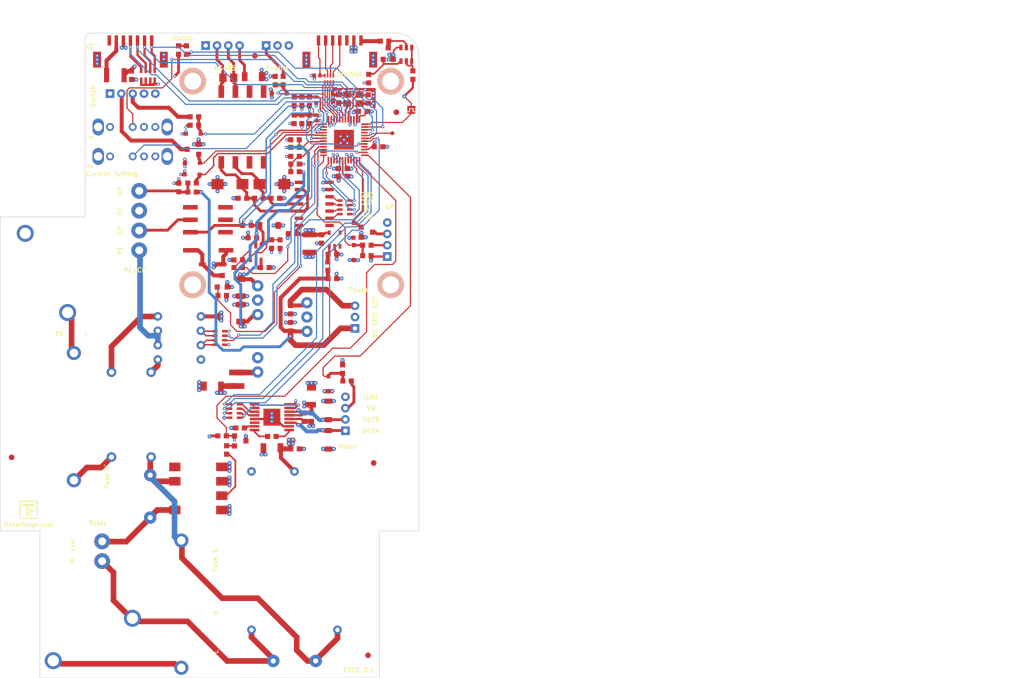
<source format=kicad_pcb>
(kicad_pcb (version 20171130) (host pcbnew 5.1.9-73d0e3b20d~88~ubuntu20.04.1)
  (title_block (title "EVSE Bricklet") (date 2021-03-04) (rev 2.0) (company "Tinkerforge GmbH") (comment 1 "Licensed under CERN OHL v.1.1") (comment 2 "Copyright (©) 2021, B.Nordmeyer <bastian@tinkerforge.com>"))
  (layers (0 F.Cu signal) (1 GND.Cu power hide) (2 VCC.Cu power hide) (31 B.Cu signal) (34 B.Paste user) (35 F.Paste user) (36 B.SilkS user) (37 F.SilkS user) (38 B.Mask user) (39 F.Mask user) (44 Edge.Cuts user))
  (net 0 "")
  (net 1 "Net-(C101-Pad1)")
  (net 2 GND)
  (net 3 3V3)
  (net 4 5V)
  (net 5 VCC)
  (net 6 "Net-(C106-Pad1)")
  (net 7 -12V)
  (net 8 +12V)
  (net 9 "Net-(C116-Pad1)")
  (net 10 "Net-(C116-Pad2)")
  (net 11 "Net-(C117-Pad2)")
  (net 12 "Net-(D103-Pad2)")
  (net 13 INPUT-MOTOR-SWITCH)
  (net 14 "Net-(D105-Pad1)")
  (net 15 "Net-(D108-Pad1)")
  (net 16 "Net-(D109-Pad1)")
  (net 17 L)
  (net 18 "Net-(F101-Pad1)")
  (net 19 "Net-(F102-Pad1)")
  (net 20 "Net-(F102-Pad2)")
  (net 21 "Net-(L102-Pad2)")
  (net 22 "Net-(L103-Pad2)")
  (net 23 "Net-(P101-Pad6)")
  (net 24 "Net-(P101-Pad5)")
  (net 25 "Net-(P101-Pad4)")
  (net 26 "Net-(P101-Pad3)")
  (net 27 N)
  (net 28 "Net-(P102-Pad2)")
  (net 29 "Net-(P105-Pad4)")
  (net 30 "Net-(P107-Pad3)")
  (net 31 "Net-(P108-Pad3)")
  (net 32 "Net-(P108-Pad2)")
  (net 33 "Net-(Q102-PadS)")
  (net 34 RELAY)
  (net 35 CP-PWM)
  (net 36 "Net-(R101-Pad1)")
  (net 37 "Net-(R105-Pad1)")
  (net 38 "Net-(R114-Pad2)")
  (net 39 "Net-(R116-Pad2)")
  (net 40 "Net-(R118-Pad2)")
  (net 41 "Net-(R124-Pad1)")
  (net 42 S-CS)
  (net 43 S-CLK)
  (net 44 S-MOSI)
  (net 45 S-MISO)
  (net 46 ~MOTOR_FAULT)
  (net 47 MOTOR_ENABLE)
  (net 48 MOTOR_PHASE)
  (net 49 "Net-(RP104-Pad5)")
  (net 50 "Net-(RP104-Pad6)")
  (net 51 "Net-(RP104-Pad7)")
  (net 52 "Net-(RP105-Pad7)")
  (net 53 "Net-(RP105-Pad5)")
  (net 54 AC2)
  (net 55 AC1)
  (net 56 "Net-(U106-Pad9)")
  (net 57 "Net-(U106-Pad10)")
  (net 58 "Net-(U106-Pad14)")
  (net 59 "Net-(U108-Pad5)")
  (net 60 "Net-(U110-Pad4)")
  (net 61 "Net-(U110-Pad3)")
  (net 62 "Net-(P110-Pad4)")
  (net 63 "Net-(C128-Pad1)")
  (net 64 "Net-(C129-Pad1)")
  (net 65 "Net-(D106-Pad1)")
  (net 66 "Net-(D111-Pad1)")
  (net 67 "Net-(D112-Pad1)")
  (net 68 "Net-(L104-Pad3)")
  (net 69 "Net-(L104-Pad4)")
  (net 70 "Net-(L104-Pad5)")
  (net 71 "Net-(L104-Pad6)")
  (net 72 "Net-(L104-Pad7)")
  (net 73 "Net-(L104-Pad8)")
  (net 74 CPOUT2)
  (net 75 CP-DISCONNECT)
  (net 76 CPOUT)
  (net 77 "Net-(REL101-Pad4)")
  (net 78 "Net-(REL101-Pad5)")
  (net 79 485-R)
  (net 80 485-~REB)
  (net 81 485-DE)
  (net 82 485-D)
  (net 83 "Net-(RP102-Pad5)")
  (net 84 "Net-(RP102-Pad6)")
  (net 85 "Net-(RP102-Pad7)")
  (net 86 "Net-(RP102-Pad8)")
  (net 87 P0_0)
  (net 88 "Net-(SW101-Pad3)")
  (net 89 "Net-(SW102-Pad3)")
  (net 90 P0_5)
  (net 91 "Net-(U101-Pad2)")
  (net 92 "Net-(U113-Pad1)")
  (net 93 "Net-(U113-Pad8)")
  (net 94 "Net-(U113-Pad13)")
  (net 95 VCP1)
  (net 96 VCP2)
  (net 97 VPP)
  (net 98 V-12)
  (net 99 V12)
  (net 100 "Net-(U101-Pad11)")
  (net 101 "Net-(U101-Pad28)")
  (net 102 "Net-(P112-Pad7)")
  (net 103 LED)
  (net 104 ENABLE)
  (net 105 SWITCH)
  (net 106 GP-IN)
  (net 107 "Net-(P113-Pad2)")
  (net 108 "Net-(P113-Pad3)")
  (net 109 GP-OUT)
  (net 110 "Net-(P109-Pad1)")
  (net 111 DC-X30)
  (net 112 DC-X6)
  (net 113 DC-TST)
  (net 114 DC-ERR)
  (net 115 BOOT)
  (net 116 "Net-(U101-Pad33)")
  (net 117 "Net-(P111-Pad1)")
  (net 118 "Net-(L105-Pad1)")
  (net 119 "Net-(REL101-Pad2)")
  (net 120 "Net-(REL101-Pad3)")
  (net 121 "Net-(L103-Pad1)")
  (net 122 "Net-(Q105-PadG)")
  (net 123 "Net-(R140-Pad2)")
  (module kicad-libraries:Fiducial_Mark (layer F.Cu) (at 143.35 127.55)
    (fp_text reference Fiducial_Mark hide)
    (fp_text value VAL** hide)
    (pad 1 smd circle (at 0 0) (size 1.00076 1.00076) (layers F.Cu F.Paste F.Mask) (clearance 0.65024))
  )
  (module kicad-libraries:Fiducial_Mark (layer F.Cu) (at 122.35 55.55)
    (fp_text reference Fiducial_Mark hide)
    (fp_text value VAL** hide)
    (pad 1 smd circle (at 0 0) (size 1.00076 1.00076) (layers F.Cu F.Paste F.Mask) (clearance 0.65024))
  )
  (module kicad-libraries:Fiducial_Mark (layer F.Cu) (at 147.35 65.55)
    (fp_text reference Fiducial_Mark hide)
    (fp_text value VAL** hide)
    (pad 1 smd circle (at 0 0) (size 1.00076 1.00076) (layers F.Cu F.Paste F.Mask) (clearance 0.65024))
  )
  (module kicad-libraries:Fiducial_Mark (layer F.Cu) (at 79.35 126.55)
    (fp_text reference Fiducial_Mark hide)
    (fp_text value VAL** hide)
    (pad 1 smd circle (at 0 0) (size 1.00076 1.00076) (layers F.Cu F.Paste F.Mask) (clearance 0.65024))
  )
  (module kicad-libraries:Fiducial_Mark (layer F.Cu) (at 142.35 161.55)
    (fp_text reference Fiducial_Mark hide)
    (fp_text value VAL** hide)
    (pad 1 smd circle (at 0 0) (size 1.00076 1.00076) (layers F.Cu F.Paste F.Mask) (clearance 0.65024))
  )
  (module kicad-libraries:IRM02 (layer F.Cu) (at 129.35 143.05 270)
    (fp_text reference U111)
    (fp_text value IRM02-12)
    (pad 2 thru_hole circle (at 14 7.6 270) (size 1.524 1.524) (drill 0.762) (layers *.Cu *.Mask) (net 27 N))
    (pad 1 thru_hole circle (at 14 -7.6 270) (size 1.524 1.524) (drill 0.762) (layers *.Cu *.Mask) (net 17 L))
    (pad 3 thru_hole circle (at -14 0 270) (size 1.524 1.524) (drill 0.762) (layers *.Cu *.Mask) (net 5 VCC))
    (pad 4 thru_hole circle (at -14 7.6 270) (size 1.524 1.524) (drill 0.762) (layers *.Cu *.Mask) (net 2 GND))
  )
  (module kicad-libraries:AGQ2X0 (layer F.Cu) (at 114.05 86.15 90)
    (fp_text reference REL101)
    (fp_text value AGQ200S12Z)
    (pad 1 smd rect (at -3.8 3.2 90) (size 0.8 2.6) (layers F.Cu F.Paste F.Mask) (net 5 VCC))
    (pad 2 smd rect (at -0.6 3.1 90) (size 0.8 2.6) (layers F.Cu F.Paste F.Mask) (net 119 "Net-(REL101-Pad2)"))
    (pad 3 smd rect (at 1.6 3.1 90) (size 0.8 2.6) (layers F.Cu F.Paste F.Mask) (net 120 "Net-(REL101-Pad3)"))
    (pad 4 smd rect (at 3.8 3.1 90) (size 0.8 2.6) (layers F.Cu F.Paste F.Mask) (net 77 "Net-(REL101-Pad4)"))
    (pad 5 smd rect (at 3.8 -3.1 90) (size 0.8 2.6) (layers F.Cu F.Paste F.Mask) (net 78 "Net-(REL101-Pad5)"))
    (pad 6 smd rect (at 1.6 -3.1 90) (size 0.8 2.6) (layers F.Cu F.Paste F.Mask) (net 74 CPOUT2))
    (pad 7 smd rect (at -0.6 -3.1 90) (size 0.8 2.6) (layers F.Cu F.Paste F.Mask) (net 76 CPOUT))
    (pad 8 smd rect (at -3.8 -3.1 90) (size 0.8 2.6) (layers F.Cu F.Paste F.Mask) (net 67 "Net-(D112-Pad1)"))
  )
  (module kicad-libraries:Logo_31x31 (layer F.Cu) (at 82.35 135.85)
    (fp_text reference G*** hide)
    (fp_text value LOGO hide)
  )
  (module kicad-libraries:OQ_2P_Vertical (layer F.Cu) (at 95.35 143.15 90)
    (fp_text reference P102)
    (fp_text value Relay)
    (pad 1 thru_hole circle (at -1.75 0 90) (size 2.8 2.8) (drill 1.4) (layers *.Cu *.Mask) (net 27 N))
    (pad 2 thru_hole circle (at 1.75 0 90) (size 2.8 2.8) (drill 1.4) (layers *.Cu *.Mask) (net 28 "Net-(P102-Pad2)"))
  )
  (module kicad-libraries:C0603F (layer F.Cu) (at 129 87)
    (fp_text reference C132)
    (fp_text value 100nF)
    (pad 1 smd rect (at -0.75 0) (size 0.9 0.9) (layers F.Cu F.Paste F.Mask) (net 2 GND))
    (pad 2 smd rect (at 0.75 0) (size 0.9 0.9) (layers F.Cu F.Paste F.Mask) (net 3 3V3))
  )
  (module kicad-libraries:R0603F (layer F.Cu) (at 119.4 91.65 180)
    (fp_text reference R103)
    (fp_text value 10k)
    (pad 1 smd rect (at -0.75 0 180) (size 0.9 0.9) (layers F.Cu F.Paste F.Mask) (net 36 "Net-(R101-Pad1)"))
    (pad 2 smd rect (at 0.75 0 180) (size 0.9 0.9) (layers F.Cu F.Paste F.Mask) (net 3 3V3))
  )
  (module kicad-libraries:JST-PH-5-THT (layer F.Cu) (at 100.75 62.25)
    (fp_text reference P108)
    (fp_text value Switch_LED)
    (pad 5 thru_hole circle (at 4 0) (size 1.524 1.524) (drill 0.762) (layers *.Cu *.Mask) (net 2 GND))
    (pad 4 thru_hole circle (at 2 0) (size 1.524 1.524) (drill 0.762) (layers *.Cu *.Mask) (net 2 GND))
    (pad 3 thru_hole circle (at 0 0) (size 1.5 1.5) (drill 0.762) (layers *.Cu *.Mask) (net 31 "Net-(P108-Pad3)"))
    (pad 2 thru_hole circle (at -2 0) (size 1.5 1.5) (drill 0.762) (layers *.Cu *.Mask) (net 32 "Net-(P108-Pad2)"))
    (pad 1 thru_hole rect (at -4 0) (size 1.524 1.524) (drill 0.762) (layers *.Cu *.Mask) (net 5 VCC))
  )
  (module kicad-libraries:JST-PH-4-THT (layer F.Cu) (at 138.35 118.85 90)
    (fp_text reference P107)
    (fp_text value Motor)
    (pad 4 thru_hole circle (at 3 0 90) (size 1.524 1.524) (drill 0.762) (layers *.Cu *.Mask) (net 2 GND))
    (pad 3 thru_hole circle (at 1 0 90) (size 1.524 1.524) (drill 0.762) (layers *.Cu *.Mask) (net 30 "Net-(P107-Pad3)"))
    (pad 2 thru_hole circle (at -1 0 90) (size 1.524 1.524) (drill 0.762) (layers *.Cu *.Mask) (net 16 "Net-(D109-Pad1)"))
    (pad 1 thru_hole rect (at -3 0 90) (size 1.524 1.524) (drill 0.762) (layers *.Cu *.Mask) (net 15 "Net-(D108-Pad1)"))
  )
  (module kicad-libraries:JST-PH-4-THT (layer F.Cu) (at 116.65 53.75)
    (fp_text reference P110)
    (fp_text value MODBUS)
    (pad 4 thru_hole circle (at 3 0) (size 1.524 1.524) (drill 0.762) (layers *.Cu *.Mask) (net 62 "Net-(P110-Pad4)"))
    (pad 3 thru_hole circle (at 1 0) (size 1.524 1.524) (drill 0.762) (layers *.Cu *.Mask) (net 72 "Net-(L104-Pad7)"))
    (pad 2 thru_hole circle (at -1 0) (size 1.524 1.524) (drill 0.762) (layers *.Cu *.Mask) (net 73 "Net-(L104-Pad8)"))
    (pad 1 thru_hole rect (at -3 0) (size 1.524 1.524) (drill 0.762) (layers *.Cu *.Mask) (net 5 VCC))
  )
  (module kicad-libraries:OQ_4P_Vertical (layer F.Cu) (at 101.9 84.7 90)
    (fp_text reference P105)
    (fp_text value CP/PP/PE)
    (pad 4 thru_hole circle (at 5.25 0 90) (size 2.8 2.8) (drill 1.4) (layers *.Cu *.Mask) (net 29 "Net-(P105-Pad4)"))
    (pad 1 thru_hole circle (at -5.25 0 90) (size 2.8 2.8) (drill 1.4) (layers *.Cu *.Mask) (net 2 GND))
    (pad 3 thru_hole circle (at 1.75 0 90) (size 2.8 2.8) (drill 1.4) (layers *.Cu *.Mask) (net 2 GND))
    (pad 2 thru_hole circle (at -1.75 0 90) (size 2.8 2.8) (drill 1.4) (layers *.Cu *.Mask) (net 74 CPOUT2))
  )
  (module kicad-libraries:DRILL_NP (layer F.Cu) (at 111.35 96.05)
    (fp_text reference A102 hide)
    (fp_text value DRILL hide)
    (pad "" np_thru_hole circle (at 0 0) (size 2.99974 2.99974) (drill 2.99974) (layers *.Cu *.Mask F.SilkS) (clearance 0.89916))
  )
  (module kicad-libraries:DRILL_NP (layer F.Cu) (at 111.35 60.05)
    (fp_text reference A103 hide)
    (fp_text value DRILL hide)
    (pad "" np_thru_hole circle (at 0 0) (size 2.99974 2.99974) (drill 2.99974) (layers *.Cu *.Mask F.SilkS) (clearance 0.89916))
  )
  (module kicad-libraries:C0402F (layer F.Cu) (at 133.35 59.05 180)
    (fp_text reference C101)
    (fp_text value 220pF)
    (pad 1 smd rect (at -0.5 0 180) (size 0.6 0.7) (layers F.Cu F.Paste F.Mask) (net 1 "Net-(C101-Pad1)"))
    (pad 2 smd rect (at 0.5 0 180) (size 0.6 0.7) (layers F.Cu F.Paste F.Mask) (net 2 GND))
  )
  (module kicad-libraries:C0603F (layer F.Cu) (at 136.05 94.95)
    (fp_text reference C103)
    (fp_text value 1uF)
    (pad 2 smd rect (at 0.75 0) (size 0.9 0.9) (layers F.Cu F.Paste F.Mask) (net 2 GND))
    (pad 1 smd rect (at -0.75 0) (size 0.9 0.9) (layers F.Cu F.Paste F.Mask) (net 4 5V))
  )
  (module kicad-libraries:C1206 (layer F.Cu) (at 114.85 113.95 180)
    (fp_text reference C104)
    (fp_text value 4.7uF/50V)
    (pad 2 smd rect (at 1.50114 0 180) (size 1.00076 1.6002) (layers F.Cu F.Paste F.Mask) (net 2 GND))
    (pad 1 smd rect (at -1.50114 0 180) (size 1.00076 1.6002) (layers F.Cu F.Paste F.Mask) (net 5 VCC))
  )
  (module kicad-libraries:C1206 (layer F.Cu) (at 125.35 124.85 180)
    (fp_text reference C105)
    (fp_text value 4.7uF/50V)
    (pad 1 smd rect (at -1.50114 0 180) (size 1.00076 1.6002) (layers F.Cu F.Paste F.Mask) (net 5 VCC))
    (pad 2 smd rect (at 1.50114 0 180) (size 1.00076 1.6002) (layers F.Cu F.Paste F.Mask) (net 2 GND))
  )
  (module kicad-libraries:C0603F (layer F.Cu) (at 136.05 90.65)
    (fp_text reference C106)
    (fp_text value 1uF)
    (pad 1 smd rect (at -0.75 0) (size 0.9 0.9) (layers F.Cu F.Paste F.Mask) (net 6 "Net-(C106-Pad1)"))
    (pad 2 smd rect (at 0.75 0) (size 0.9 0.9) (layers F.Cu F.Paste F.Mask) (net 2 GND))
  )
  (module kicad-libraries:C1206 (layer F.Cu) (at 119.85 101.05 270)
    (fp_text reference C108)
    (fp_text value 4.7uF/50V)
    (pad 1 smd rect (at -1.50114 0 270) (size 1.00076 1.6002) (layers F.Cu F.Paste F.Mask) (net 2 GND))
    (pad 2 smd rect (at 1.50114 0 270) (size 1.00076 1.6002) (layers F.Cu F.Paste F.Mask) (net 7 -12V))
  )
  (module kicad-libraries:C1206 (layer F.Cu) (at 119.85 96.55 270)
    (fp_text reference C109)
    (fp_text value 4.7uF/50V)
    (pad 1 smd rect (at -1.50114 0 270) (size 1.00076 1.6002) (layers F.Cu F.Paste F.Mask) (net 8 +12V))
    (pad 2 smd rect (at 1.50114 0 270) (size 1.00076 1.6002) (layers F.Cu F.Paste F.Mask) (net 2 GND))
  )
  (module kicad-libraries:C0603F (layer F.Cu) (at 134.15 87.95 270)
    (fp_text reference C110)
    (fp_text value 2.2uF)
    (pad 2 smd rect (at 0.75 0 270) (size 0.9 0.9) (layers F.Cu F.Paste F.Mask) (net 2 GND))
    (pad 1 smd rect (at -0.75 0 270) (size 0.9 0.9) (layers F.Cu F.Paste F.Mask) (net 3 3V3))
  )
  (module kicad-libraries:C0603F (layer F.Cu) (at 121.9 87.75)
    (fp_text reference C112)
    (fp_text value 100nF/30V)
    (pad 2 smd rect (at 0.75 0) (size 0.9 0.9) (layers F.Cu F.Paste F.Mask) (net 7 -12V))
    (pad 1 smd rect (at -0.75 0) (size 0.9 0.9) (layers F.Cu F.Paste F.Mask) (net 2 GND))
  )
  (module kicad-libraries:C0603F (layer F.Cu) (at 124.1 93 180)
    (fp_text reference C113)
    (fp_text value 100nF/30V)
    (pad 1 smd rect (at -0.75 0 180) (size 0.9 0.9) (layers F.Cu F.Paste F.Mask) (net 2 GND))
    (pad 2 smd rect (at 0.75 0 180) (size 0.9 0.9) (layers F.Cu F.Paste F.Mask) (net 8 +12V))
  )
  (module kicad-libraries:C1206 (layer F.Cu) (at 132.35 115.75 90)
    (fp_text reference C114)
    (fp_text value 10uF)
    (pad 2 smd rect (at 1.50114 0 90) (size 1.00076 1.6002) (layers F.Cu F.Paste F.Mask) (net 2 GND))
    (pad 1 smd rect (at -1.50114 0 90) (size 1.00076 1.6002) (layers F.Cu F.Paste F.Mask) (net 5 VCC))
  )
  (module kicad-libraries:C0603F (layer F.Cu) (at 125.35 122.85)
    (fp_text reference C116)
    (fp_text value 100nF/30V)
    (pad 1 smd rect (at -0.75 0) (size 0.9 0.9) (layers F.Cu F.Paste F.Mask) (net 9 "Net-(C116-Pad1)"))
    (pad 2 smd rect (at 0.75 0) (size 0.9 0.9) (layers F.Cu F.Paste F.Mask) (net 10 "Net-(C116-Pad2)"))
  )
  (module kicad-libraries:C0603F (layer F.Cu) (at 119.75 121.35)
    (fp_text reference C117)
    (fp_text value 100nF/30V)
    (pad 1 smd rect (at -0.75 0) (size 0.9 0.9) (layers F.Cu F.Paste F.Mask) (net 5 VCC))
    (pad 2 smd rect (at 0.75 0) (size 0.9 0.9) (layers F.Cu F.Paste F.Mask) (net 11 "Net-(C117-Pad2)"))
  )
  (module kicad-libraries:C0603F (layer F.Cu) (at 131.05 119.45 90)
    (fp_text reference C118)
    (fp_text value 100nF/30V)
    (pad 1 smd rect (at -0.75 0 90) (size 0.9 0.9) (layers F.Cu F.Paste F.Mask) (net 2 GND))
    (pad 2 smd rect (at 0.75 0 90) (size 0.9 0.9) (layers F.Cu F.Paste F.Mask) (net 5 VCC))
  )
  (module kicad-libraries:C0603F (layer F.Cu) (at 132.35 119.45 90)
    (fp_text reference C119)
    (fp_text value 100nF/30V)
    (pad 2 smd rect (at 0.75 0 90) (size 0.9 0.9) (layers F.Cu F.Paste F.Mask) (net 5 VCC))
    (pad 1 smd rect (at -0.75 0 90) (size 0.9 0.9) (layers F.Cu F.Paste F.Mask) (net 2 GND))
  )
  (module kicad-libraries:C0402F (layer F.Cu) (at 133.2 63.35 270)
    (fp_text reference C120)
    (fp_text value DNP)
    (pad 2 smd rect (at 0.5 0 270) (size 0.6 0.7) (layers F.Cu F.Paste F.Mask) (net 2 GND))
    (pad 1 smd rect (at -0.5 0 270) (size 0.6 0.7) (layers F.Cu F.Paste F.Mask) (net 95 VCP1))
  )
  (module kicad-libraries:C0402F (layer F.Cu) (at 133.2 66.55 270)
    (fp_text reference C121)
    (fp_text value DNP)
    (pad 2 smd rect (at 0.5 0 270) (size 0.6 0.7) (layers F.Cu F.Paste F.Mask) (net 2 GND))
    (pad 1 smd rect (at -0.5 0 270) (size 0.6 0.7) (layers F.Cu F.Paste F.Mask) (net 96 VCP2))
  )
  (module kicad-libraries:C0603F (layer F.Cu) (at 129.45 125.05)
    (fp_text reference C124)
    (fp_text value 1uF)
    (pad 1 smd rect (at -0.75 0) (size 0.9 0.9) (layers F.Cu F.Paste F.Mask) (net 5 VCC))
    (pad 2 smd rect (at 0.75 0) (size 0.9 0.9) (layers F.Cu F.Paste F.Mask) (net 2 GND))
  )
  (module kicad-libraries:C0603F (layer F.Cu) (at 128.65 100.45 270)
    (fp_text reference C125)
    (fp_text value 1uF)
    (pad 1 smd rect (at -0.75 0 270) (size 0.9 0.9) (layers F.Cu F.Paste F.Mask) (net 5 VCC))
    (pad 2 smd rect (at 0.75 0 270) (size 0.9 0.9) (layers F.Cu F.Paste F.Mask) (net 2 GND))
  )
  (module kicad-libraries:C0603F (layer F.Cu) (at 128.65 103.45 90)
    (fp_text reference C126)
    (fp_text value 1uF)
    (pad 2 smd rect (at 0.75 0 90) (size 0.9 0.9) (layers F.Cu F.Paste F.Mask) (net 2 GND))
    (pad 1 smd rect (at -0.75 0 90) (size 0.9 0.9) (layers F.Cu F.Paste F.Mask) (net 4 5V))
  )
  (module kicad-libraries:SOD-323 (layer F.Cu) (at 111.3 74.5 180)
    (fp_text reference D101)
    (fp_text value ‎PESD3V3L1BA)
    (pad 1 smd rect (at -1.3208 0 180) (size 0.762 0.6858) (layers F.Cu F.Paste F.Mask) (net 103 LED))
    (pad 2 smd rect (at 1.3208 0 180) (size 0.762 0.6858) (layers F.Cu F.Paste F.Mask) (net 2 GND))
  )
  (module kicad-libraries:D0603F (layer F.Cu) (at 108.85 54.55 90)
    (fp_text reference D103)
    (fp_text value blue)
    (pad 1 smd rect (at -0.75 0 90) (size 0.9 0.9) (layers F.Cu F.Paste F.Mask) (net 3 3V3))
    (pad 2 smd rect (at 0.75 0 90) (size 0.9 0.9) (layers F.Cu F.Paste F.Mask) (net 12 "Net-(D103-Pad2)"))
  )
  (module kicad-libraries:SOD-323 (layer F.Cu) (at 135.35 113.55 90)
    (fp_text reference D104)
    (fp_text value ‎PESD3V3L1BA)
    (pad 2 smd rect (at 1.3208 0 90) (size 0.762 0.6858) (layers F.Cu F.Paste F.Mask) (net 13 INPUT-MOTOR-SWITCH))
    (pad 1 smd rect (at -1.3208 0 90) (size 0.762 0.6858) (layers F.Cu F.Paste F.Mask) (net 2 GND))
  )
  (module kicad-libraries:SOD-123FL (layer F.Cu) (at 124.85 85.55 180)
    (fp_text reference D105)
    (fp_text value SMF4L13CA)
    (pad 2 smd rect (at -1.6383 0 180) (size 0.9144 1.2192) (layers F.Cu F.Paste F.Mask) (net 2 GND))
    (pad 1 smd rect (at 1.6383 0 180) (size 0.9144 1.2192) (layers F.Cu F.Paste F.Mask) (net 14 "Net-(D105-Pad1)"))
  )
  (module kicad-libraries:SOD-323 (layer F.Cu) (at 111.25 76.55)
    (fp_text reference D107)
    (fp_text value ‎PESD3V3L1BA)
    (pad 1 smd rect (at -1.3208 0) (size 0.762 0.6858) (layers F.Cu F.Paste F.Mask) (net 2 GND))
    (pad 2 smd rect (at 1.3208 0) (size 0.762 0.6858) (layers F.Cu F.Paste F.Mask) (net 97 VPP))
  )
  (module kicad-libraries:SOD-123FL (layer F.Cu) (at 135.35 123.45 90)
    (fp_text reference D108)
    (fp_text value SMF4L13CA)
    (pad 2 smd rect (at -1.6383 0 90) (size 0.9144 1.2192) (layers F.Cu F.Paste F.Mask) (net 2 GND))
    (pad 1 smd rect (at 1.6383 0 90) (size 0.9144 1.2192) (layers F.Cu F.Paste F.Mask) (net 15 "Net-(D108-Pad1)"))
  )
  (module kicad-libraries:SOD-123FL (layer F.Cu) (at 135.35 118.25 270)
    (fp_text reference D109)
    (fp_text value SMF4L13CA)
    (pad 1 smd rect (at 1.6383 0 270) (size 0.9144 1.2192) (layers F.Cu F.Paste F.Mask) (net 16 "Net-(D109-Pad1)"))
    (pad 2 smd rect (at -1.6383 0 270) (size 0.9144 1.2192) (layers F.Cu F.Paste F.Mask) (net 2 GND))
  )
  (module kicad-libraries:SOD-323 (layer F.Cu) (at 111.45 69.35 180)
    (fp_text reference D110)
    (fp_text value ‎PESD3V3L1BA)
    (pad 2 smd rect (at 1.3208 0 180) (size 0.762 0.6858) (layers F.Cu F.Paste F.Mask) (net 2 GND))
    (pad 1 smd rect (at -1.3208 0 180) (size 0.762 0.6858) (layers F.Cu F.Paste F.Mask) (net 105 SWITCH))
  )
  (module kicad-libraries:Fuse-Holder-5x20 (layer F.Cu) (at 109.35 152.5 90)
    (fp_text reference F101)
    (fp_text value FUSE)
    (pad 2 thru_hole circle (at 11.25 0 90) (size 2.5 2.5) (drill 1.5) (layers *.Cu *.Mask) (net 17 L))
    (pad 1 thru_hole circle (at -11.25 0 90) (size 2.5 2.5) (drill 1.5) (layers *.Cu *.Mask) (net 18 "Net-(F101-Pad1)"))
  )
  (module kicad-libraries:Fuse-Holder-5x20 (layer F.Cu) (at 90.35 119.35 270)
    (fp_text reference F102)
    (fp_text value FUSE)
    (pad 1 thru_hole circle (at -11.25 0 270) (size 2.5 2.5) (drill 1.5) (layers *.Cu *.Mask) (net 19 "Net-(F102-Pad1)"))
    (pad 2 thru_hole circle (at 11.25 0 270) (size 2.5 2.5) (drill 1.5) (layers *.Cu *.Mask) (net 20 "Net-(F102-Pad2)"))
  )
  (module kicad-libraries:SolderJumper (layer F.Cu) (at 150 65.125 270)
    (fp_text reference J101)
    (fp_text value Boot)
    (pad 1 smd rect (at -0.225 -0.55 270) (size 0.95 0.3) (layers F.Cu F.Mask) (net 2 GND))
    (pad 1 smd rect (at -0.225 0.55 270) (size 0.95 0.3) (layers F.Cu F.Mask) (net 2 GND))
    (pad 1 smd rect (at -0.5 0 270) (size 0.4 1.4) (layers F.Cu F.Mask) (net 2 GND))
    (pad 2 smd rect (at 0.15 0 270) (size 0.6 0.5) (layers F.Cu F.Mask) (net 115 BOOT))
    (pad 2 smd rect (at 0.55 0 270) (size 0.3 1.4) (layers F.Cu F.Mask) (net 115 BOOT))
  )
  (module kicad-libraries:R0603F (layer F.Cu) (at 135.25 92.75 270)
    (fp_text reference L101)
    (fp_text value FB)
    (pad 2 smd rect (at 0.75 0 270) (size 0.9 0.9) (layers F.Cu F.Paste F.Mask) (net 4 5V))
    (pad 1 smd rect (at -0.75 0 270) (size 0.9 0.9) (layers F.Cu F.Paste F.Mask) (net 6 "Net-(C106-Pad1)"))
  )
  (module kicad-libraries:NR3030 (layer F.Cu) (at 119.15 112.75 90)
    (fp_text reference L102)
    (fp_text value NR3015T6R8M)
    (pad 1 smd rect (at -1.19982 0 90) (size 1 2.70002) (layers F.Cu F.Paste F.Mask) (net 5 VCC) (clearance 0.14986))
    (pad 2 smd rect (at 1.19982 0 90) (size 1 2.70002) (layers F.Cu F.Paste F.Mask) (net 21 "Net-(L102-Pad2)") (clearance 0.14986))
  )
  (module kicad-libraries:R0603F (layer F.Cu) (at 145.275 52.975 180)
    (fp_text reference L103)
    (fp_text value FB)
    (pad 1 smd rect (at -0.75 0 180) (size 0.9 0.9) (layers F.Cu F.Paste F.Mask) (net 121 "Net-(L103-Pad1)"))
    (pad 2 smd rect (at 0.75 0 180) (size 0.9 0.9) (layers F.Cu F.Paste F.Mask) (net 22 "Net-(L103-Pad2)"))
  )
  (module kicad-libraries:CON-SENSOR2_180 (layer F.Cu) (at 137.35 57.65)
    (fp_text reference P101)
    (fp_text value CON-SENSOR2)
    (pad 7 smd rect (at -3.75 -4.8) (size 0.6 1.8) (layers F.Cu F.Paste F.Mask) (net 1 "Net-(C101-Pad1)"))
    (pad 6 smd rect (at -2.5 -4.8) (size 0.6 1.8) (layers F.Cu F.Paste F.Mask) (net 23 "Net-(P101-Pad6)"))
    (pad EP smd rect (at -5.9 -1.4) (size 1.4 2.8) (layers F.Cu F.Paste F.Mask) (net 2 GND))
    (pad EP smd rect (at 5.9 -1.4) (size 1.4 2.8) (layers F.Cu F.Paste F.Mask) (net 2 GND))
    (pad 5 smd rect (at -1.25 -4.8) (size 0.6 1.8) (layers F.Cu F.Paste F.Mask) (net 24 "Net-(P101-Pad5)"))
    (pad 4 smd rect (at 0 -4.8) (size 0.6 1.8) (layers F.Cu F.Paste F.Mask) (net 25 "Net-(P101-Pad4)"))
    (pad 3 smd rect (at 1.25 -4.8) (size 0.6 1.8) (layers F.Cu F.Paste F.Mask) (net 26 "Net-(P101-Pad3)"))
    (pad 2 smd rect (at 2.5 -4.8) (size 0.6 1.8) (layers F.Cu F.Paste F.Mask) (net 2 GND))
    (pad 1 smd rect (at 3.75 -4.8) (size 0.6 1.8) (layers F.Cu F.Paste F.Mask) (net 22 "Net-(L103-Pad2)"))
  )
  (module kicad-libraries:wm_2491620000 (layer F.Cu) (at 100.7 155 270)
    (fp_text reference P103)
    (fp_text value L'+PE)
    (pad 1 thru_hole circle (at 0 0 270) (size 3 3) (drill 2) (layers *.Cu *.Mask) (net 27 N))
    (pad 2 thru_hole circle (at 7.5 14 270) (size 3 3) (drill 2) (layers *.Cu *.Mask) (net 18 "Net-(F101-Pad1)"))
  )
  (module kicad-libraries:wm_2491620000 (layer F.Cu) (at 89.25 100.95 180)
    (fp_text reference P104)
    (fp_text value L'+PE)
    (pad 2 thru_hole circle (at 7.5 14 180) (size 3 3) (drill 2) (layers *.Cu *.Mask) (net 2 GND))
    (pad 1 thru_hole circle (at 0 0 180) (size 3 3) (drill 2) (layers *.Cu *.Mask) (net 19 "Net-(F102-Pad1)"))
  )
  (module kicad-libraries:SOT23GDS (layer F.Cu) (at 111.4 72.1 270)
    (fp_text reference Q101)
    (fp_text value 2N7002P)
    (pad D smd rect (at 0 1.016 270) (size 0.9144 0.9144) (layers F.Cu F.Paste F.Mask) (net 32 "Net-(P108-Pad2)"))
    (pad G smd rect (at 0.889 -1.016 270) (size 0.9144 0.9144) (layers F.Cu F.Paste F.Mask) (net 103 LED))
    (pad S smd rect (at -0.889 -1.016 270) (size 0.9144 0.9144) (layers F.Cu F.Paste F.Mask) (net 2 GND))
  )
  (module kicad-libraries:SOT23GDS (layer F.Cu) (at 119.75 123.65 90)
    (fp_text reference Q102)
    (fp_text value SI2305CDS-T1-GE3)
    (pad S smd rect (at -0.889 -1.016 90) (size 0.9144 0.9144) (layers F.Cu F.Paste F.Mask) (net 33 "Net-(Q102-PadS)"))
    (pad G smd rect (at 0.889 -1.016 90) (size 0.9144 0.9144) (layers F.Cu F.Paste F.Mask) (net 34 RELAY))
    (pad D smd rect (at 0 1.016 90) (size 0.9144 0.9144) (layers F.Cu F.Paste F.Mask) (net 3 3V3))
  )
  (module kicad-libraries:R0603F (layer F.Cu) (at 119.4 93)
    (fp_text reference R101)
    (fp_text value 100)
    (pad 2 smd rect (at 0.75 0) (size 0.9 0.9) (layers F.Cu F.Paste F.Mask) (net 35 CP-PWM))
    (pad 1 smd rect (at -0.75 0) (size 0.9 0.9) (layers F.Cu F.Paste F.Mask) (net 36 "Net-(R101-Pad1)"))
  )
  (module kicad-libraries:R0603F (layer F.Cu) (at 126.8 88.85 270)
    (fp_text reference R105)
    (fp_text value 100k)
    (pad 2 smd rect (at 0.75 0 270) (size 0.9 0.9) (layers F.Cu F.Paste F.Mask) (net 3 3V3))
    (pad 1 smd rect (at -0.75 0 270) (size 0.9 0.9) (layers F.Cu F.Paste F.Mask) (net 37 "Net-(R105-Pad1)"))
  )
  (module kicad-libraries:R0603F (layer F.Cu) (at 125.3 88.85 90)
    (fp_text reference R106)
    (fp_text value 100k)
    (pad 1 smd rect (at -0.75 0 90) (size 0.9 0.9) (layers F.Cu F.Paste F.Mask) (net 2 GND))
    (pad 2 smd rect (at 0.75 0 90) (size 0.9 0.9) (layers F.Cu F.Paste F.Mask) (net 37 "Net-(R105-Pad1)"))
  )
  (module kicad-libraries:R0603F (layer F.Cu) (at 120.95 85.55 180)
    (fp_text reference R107)
    (fp_text value 910)
    (pad 2 smd rect (at 0.75 0 180) (size 0.9 0.9) (layers F.Cu F.Paste F.Mask) (net 76 CPOUT))
    (pad 1 smd rect (at -0.75 0 180) (size 0.9 0.9) (layers F.Cu F.Paste F.Mask) (net 14 "Net-(D105-Pad1)"))
  )
  (module kicad-libraries:R0603F (layer F.Cu) (at 132 66.8 270)
    (fp_text reference R108)
    (fp_text value 300k)
    (pad 2 smd rect (at 0.75 0 270) (size 0.9 0.9) (layers F.Cu F.Paste F.Mask) (net 76 CPOUT))
    (pad 1 smd rect (at -0.75 0 270) (size 0.9 0.9) (layers F.Cu F.Paste F.Mask) (net 96 VCP2))
  )
  (module kicad-libraries:R0603F (layer F.Cu) (at 130.65 66.8 270)
    (fp_text reference R109)
    (fp_text value 100k)
    (pad 2 smd rect (at 0.75 0 270) (size 0.9 0.9) (layers F.Cu F.Paste F.Mask) (net 2 GND))
    (pad 1 smd rect (at -0.75 0 270) (size 0.9 0.9) (layers F.Cu F.Paste F.Mask) (net 96 VCP2))
  )
  (module kicad-libraries:R0603F (layer F.Cu) (at 129.3 66.8 90)
    (fp_text reference R110)
    (fp_text value 75k)
    (pad 1 smd rect (at -0.75 0 90) (size 0.9 0.9) (layers F.Cu F.Paste F.Mask) (net 3 3V3))
    (pad 2 smd rect (at 0.75 0 90) (size 0.9 0.9) (layers F.Cu F.Paste F.Mask) (net 96 VCP2))
  )
  (module kicad-libraries:R0603F (layer F.Cu) (at 111.25 79.65)
    (fp_text reference R111)
    (fp_text value 1k)
    (pad 2 smd rect (at 0.75 0) (size 0.9 0.9) (layers F.Cu F.Paste F.Mask) (net 4 5V))
    (pad 1 smd rect (at -0.75 0) (size 0.9 0.9) (layers F.Cu F.Paste F.Mask) (net 29 "Net-(P105-Pad4)"))
  )
  (module kicad-libraries:R0603F (layer F.Cu) (at 111.25 78.05)
    (fp_text reference R112)
    (fp_text value 10k)
    (pad 2 smd rect (at 0.75 0) (size 0.9 0.9) (layers F.Cu F.Paste F.Mask) (net 97 VPP))
    (pad 1 smd rect (at -0.75 0) (size 0.9 0.9) (layers F.Cu F.Paste F.Mask) (net 29 "Net-(P105-Pad4)"))
  )
  (module kicad-libraries:VAR_10mm (layer F.Cu) (at 103.85 133.45 90)
    (fp_text reference R113)
    (fp_text value MOV-10D391KTR)
    (pad 2 thru_hole circle (at 3.75 0 90) (size 2.2 2.2) (drill 0.9) (layers *.Cu *.Mask) (net 17 L))
    (pad 1 thru_hole circle (at -3.75 0 90) (size 2.2 2.2) (drill 0.9) (layers *.Cu *.Mask) (net 28 "Net-(P102-Pad2)"))
  )
  (module kicad-libraries:R0603F (layer F.Cu) (at 117.35 125.25 270)
    (fp_text reference R114)
    (fp_text value 120)
    (pad 2 smd rect (at 0.75 0 270) (size 0.9 0.9) (layers F.Cu F.Paste F.Mask) (net 38 "Net-(R114-Pad2)"))
    (pad 1 smd rect (at -0.75 0 270) (size 0.9 0.9) (layers F.Cu F.Paste F.Mask) (net 33 "Net-(Q102-PadS)"))
  )
  (module kicad-libraries:R0603F (layer F.Cu) (at 116.55 122.75)
    (fp_text reference R115)
    (fp_text value 1k)
    (pad 1 smd rect (at -0.75 0) (size 0.9 0.9) (layers F.Cu F.Paste F.Mask) (net 2 GND))
    (pad 2 smd rect (at 0.75 0) (size 0.9 0.9) (layers F.Cu F.Paste F.Mask) (net 34 RELAY))
  )
  (module kicad-libraries:R0603F (layer F.Cu) (at 138.65 113.05)
    (fp_text reference R117)
    (fp_text value 1k)
    (pad 1 smd rect (at -0.75 0) (size 0.9 0.9) (layers F.Cu F.Paste F.Mask) (net 13 INPUT-MOTOR-SWITCH))
    (pad 2 smd rect (at 0.75 0) (size 0.9 0.9) (layers F.Cu F.Paste F.Mask) (net 30 "Net-(P107-Pad3)"))
  )
  (module kicad-libraries:R0603F (layer F.Cu) (at 137.85 110.95 90)
    (fp_text reference R119)
    (fp_text value 10k)
    (pad 2 smd rect (at 0.75 0 90) (size 0.9 0.9) (layers F.Cu F.Paste F.Mask) (net 3 3V3))
    (pad 1 smd rect (at -0.75 0 90) (size 0.9 0.9) (layers F.Cu F.Paste F.Mask) (net 13 INPUT-MOTOR-SWITCH))
  )
  (module kicad-libraries:R0603F (layer F.Cu) (at 111.65 66.35 180)
    (fp_text reference R120)
    (fp_text value 1k)
    (pad 1 smd rect (at -0.75 0 180) (size 0.9 0.9) (layers F.Cu F.Paste F.Mask) (net 105 SWITCH))
    (pad 2 smd rect (at 0.75 0 180) (size 0.9 0.9) (layers F.Cu F.Paste F.Mask) (net 31 "Net-(P108-Pad3)"))
  )
  (module kicad-libraries:R0603F (layer F.Cu) (at 111.65 67.85 180)
    (fp_text reference R121)
    (fp_text value 10k)
    (pad 2 smd rect (at 0.75 0 180) (size 0.9 0.9) (layers F.Cu F.Paste F.Mask) (net 3 3V3))
    (pad 1 smd rect (at -0.75 0 180) (size 0.9 0.9) (layers F.Cu F.Paste F.Mask) (net 105 SWITCH))
  )
  (module kicad-libraries:R0603F (layer F.Cu) (at 110.25 54.55 90)
    (fp_text reference R124)
    (fp_text value 1k)
    (pad 1 smd rect (at -0.75 0 90) (size 0.9 0.9) (layers F.Cu F.Paste F.Mask) (net 41 "Net-(R124-Pad1)"))
    (pad 2 smd rect (at 0.75 0 90) (size 0.9 0.9) (layers F.Cu F.Paste F.Mask) (net 12 "Net-(D103-Pad2)"))
  )
  (module kicad-libraries:R0603F (layer F.Cu) (at 129.3 63.6 90)
    (fp_text reference R125)
    (fp_text value 75k)
    (pad 1 smd rect (at -0.75 0 90) (size 0.9 0.9) (layers F.Cu F.Paste F.Mask) (net 3 3V3))
    (pad 2 smd rect (at 0.75 0 90) (size 0.9 0.9) (layers F.Cu F.Paste F.Mask) (net 95 VCP1))
  )
  (module kicad-libraries:R0603F (layer F.Cu) (at 132 63.6 270)
    (fp_text reference R126)
    (fp_text value 300k)
    (pad 1 smd rect (at -0.75 0 270) (size 0.9 0.9) (layers F.Cu F.Paste F.Mask) (net 95 VCP1))
    (pad 2 smd rect (at 0.75 0 270) (size 0.9 0.9) (layers F.Cu F.Paste F.Mask) (net 14 "Net-(D105-Pad1)"))
  )
  (module kicad-libraries:R0603F (layer F.Cu) (at 130.65 63.6 270)
    (fp_text reference R127)
    (fp_text value 100k)
    (pad 2 smd rect (at 0.75 0 270) (size 0.9 0.9) (layers F.Cu F.Paste F.Mask) (net 2 GND))
    (pad 1 smd rect (at -0.75 0 270) (size 0.9 0.9) (layers F.Cu F.Paste F.Mask) (net 95 VCP1))
  )
  (module kicad-libraries:VAR_10mm (layer F.Cu) (at 129.35 162.55 180)
    (fp_text reference R128)
    (fp_text value MOV-10D391KTR)
    (pad 1 thru_hole circle (at -3.75 0 180) (size 2.2 2.2) (drill 0.9) (layers *.Cu *.Mask) (net 17 L))
    (pad 2 thru_hole circle (at 3.75 0 180) (size 2.2 2.2) (drill 0.9) (layers *.Cu *.Mask) (net 27 N))
  )
  (module kicad-libraries:R0603F (layer F.Cu) (at 129.45 71.75 180)
    (fp_text reference R129)
    (fp_text value 300k)
    (pad 1 smd rect (at -0.75 0 180) (size 0.9 0.9) (layers F.Cu F.Paste F.Mask) (net 99 V12))
    (pad 2 smd rect (at 0.75 0 180) (size 0.9 0.9) (layers F.Cu F.Paste F.Mask) (net 8 +12V))
  )
  (module kicad-libraries:R0603F (layer F.Cu) (at 129.45 70.4 180)
    (fp_text reference R130)
    (fp_text value 100k)
    (pad 1 smd rect (at -0.75 0 180) (size 0.9 0.9) (layers F.Cu F.Paste F.Mask) (net 99 V12))
    (pad 2 smd rect (at 0.75 0 180) (size 0.9 0.9) (layers F.Cu F.Paste F.Mask) (net 2 GND))
  )
  (module kicad-libraries:4X0402 (layer F.Cu) (at 135.45 59.65 180)
    (fp_text reference RP101)
    (fp_text value 82)
    (pad 8 smd rect (at -0.7493 -0.575 180) (size 0.29972 0.65) (layers F.Cu F.Paste F.Mask) (net 42 S-CS))
    (pad 7 smd rect (at -0.24892 -0.575 180) (size 0.29972 0.65) (layers F.Cu F.Paste F.Mask) (net 43 S-CLK))
    (pad 6 smd rect (at 0.24892 -0.575 180) (size 0.29972 0.65) (layers F.Cu F.Paste F.Mask) (net 44 S-MOSI))
    (pad 5 smd rect (at 0.7493 -0.575 180) (size 0.29972 0.65) (layers F.Cu F.Paste F.Mask) (net 45 S-MISO))
    (pad 4 smd rect (at 0.7493 0.575) (size 0.29972 0.65) (layers F.Cu F.Paste F.Mask) (net 1 "Net-(C101-Pad1)"))
    (pad 3 smd rect (at 0.24892 0.575) (size 0.29972 0.65) (layers F.Cu F.Paste F.Mask) (net 23 "Net-(P101-Pad6)"))
    (pad 2 smd rect (at -0.24892 0.575) (size 0.29972 0.65) (layers F.Cu F.Paste F.Mask) (net 24 "Net-(P101-Pad5)"))
    (pad 1 smd rect (at -0.7493 0.575) (size 0.29972 0.65) (layers F.Cu F.Paste F.Mask) (net 25 "Net-(P101-Pad4)"))
  )
  (module kicad-libraries:4X0603 (layer F.Cu) (at 118.75 118.35 90)
    (fp_text reference RP104)
    (fp_text value 1k)
    (pad 1 smd rect (at -1.19888 -0.8509 90) (size 0.44958 0.89916) (layers F.Cu F.Paste F.Mask) (net 3 3V3))
    (pad 2 smd rect (at -0.39878 -0.8509 90) (size 0.44958 0.89916) (layers F.Cu F.Paste F.Mask) (net 46 ~MOTOR_FAULT))
    (pad 3 smd rect (at 0.39878 -0.8509 90) (size 0.44958 0.89916) (layers F.Cu F.Paste F.Mask) (net 47 MOTOR_ENABLE))
    (pad 4 smd rect (at 1.19888 -0.8509 90) (size 0.44958 0.89916) (layers F.Cu F.Paste F.Mask) (net 48 MOTOR_PHASE))
    (pad 5 smd rect (at 1.19888 0.8509 90) (size 0.44958 0.89916) (layers F.Cu F.Paste F.Mask) (net 49 "Net-(RP104-Pad5)"))
    (pad 6 smd rect (at 0.39878 0.8509 90) (size 0.44958 0.89916) (layers F.Cu F.Paste F.Mask) (net 50 "Net-(RP104-Pad6)"))
    (pad 7 smd rect (at -0.39878 0.8509 90) (size 0.44958 0.89916) (layers F.Cu F.Paste F.Mask) (net 51 "Net-(RP104-Pad7)"))
    (pad 8 smd rect (at -1.19888 0.8509 90) (size 0.44958 0.89916) (layers F.Cu F.Paste F.Mask) (net 51 "Net-(RP104-Pad7)"))
  )
  (module kicad-libraries:4X0603 (layer F.Cu) (at 116.15 105.45 270)
    (fp_text reference RP105)
    (fp_text value 10k)
    (pad 8 smd rect (at -1.19888 0.8509 270) (size 0.44958 0.89916) (layers F.Cu F.Paste F.Mask) (net 52 "Net-(RP105-Pad7)"))
    (pad 7 smd rect (at -0.39878 0.8509 270) (size 0.44958 0.89916) (layers F.Cu F.Paste F.Mask) (net 52 "Net-(RP105-Pad7)"))
    (pad 6 smd rect (at 0.39878 0.8509 270) (size 0.44958 0.89916) (layers F.Cu F.Paste F.Mask) (net 53 "Net-(RP105-Pad5)"))
    (pad 5 smd rect (at 1.19888 0.8509 270) (size 0.44958 0.89916) (layers F.Cu F.Paste F.Mask) (net 53 "Net-(RP105-Pad5)"))
    (pad 4 smd rect (at 1.19888 -0.8509 270) (size 0.44958 0.89916) (layers F.Cu F.Paste F.Mask) (net 3 3V3))
    (pad 3 smd rect (at 0.39878 -0.8509 270) (size 0.44958 0.89916) (layers F.Cu F.Paste F.Mask) (net 54 AC2))
    (pad 2 smd rect (at -0.39878 -0.8509 270) (size 0.44958 0.89916) (layers F.Cu F.Paste F.Mask) (net 55 AC1))
    (pad 1 smd rect (at -1.19888 -0.8509 270) (size 0.44958 0.89916) (layers F.Cu F.Paste F.Mask) (net 3 3V3))
  )
  (module kicad-libraries:PEM1S (layer F.Cu) (at 122.85 103.85 90)
    (fp_text reference U102)
    (fp_text value PEM1-S12-D12-S)
    (pad 1 thru_hole circle (at -7.62 0 90) (size 2 2) (drill 1) (layers *.Cu *.Mask) (net 21 "Net-(L102-Pad2)"))
    (pad 2 thru_hole circle (at -5.08 0 90) (size 2 2) (drill 1) (layers *.Cu *.Mask) (net 2 GND))
    (pad 5 thru_hole circle (at 2.54 0 90) (size 2 2) (drill 1) (layers *.Cu *.Mask) (net 7 -12V))
    (pad 6 thru_hole circle (at 5.08 0 90) (size 2 2) (drill 1) (layers *.Cu *.Mask) (net 2 GND))
    (pad 7 thru_hole circle (at 7.62 0 90) (size 2 2) (drill 1) (layers *.Cu *.Mask) (net 8 +12V))
  )
  (module kicad-libraries:SOT23-5 (layer F.Cu) (at 122.5 90.45 180)
    (fp_text reference U105)
    (fp_text value OPA171AIDBV)
    (pad 1 smd rect (at -0.94996 1.19888 180) (size 0.50038 0.8001) (layers F.Cu F.Paste F.Mask) (net 14 "Net-(D105-Pad1)"))
    (pad 2 smd rect (at 0 1.19888 180) (size 0.50038 0.8001) (layers F.Cu F.Paste F.Mask) (net 7 -12V))
    (pad 3 smd rect (at 0.94996 1.19888 180) (size 0.50038 0.8001) (layers F.Cu F.Paste F.Mask) (net 36 "Net-(R101-Pad1)"))
    (pad 5 smd rect (at -0.94996 -1.19888 180) (size 0.50038 0.8001) (layers F.Cu F.Paste F.Mask) (net 8 +12V))
    (pad 4 smd rect (at 0.94996 -1.19888 180) (size 0.50038 0.8001) (layers F.Cu F.Paste F.Mask) (net 37 "Net-(R105-Pad1)"))
  )
  (module kicad-libraries:TSSOP16_EP (layer F.Cu) (at 125.35 119.45 90)
    (fp_text reference U106)
    (fp_text value A5950GLP)
    (pad 1 smd rect (at -2.2733 3.048 270) (size 0.44958 1.69926) (layers F.Cu F.Paste F.Mask) (net 10 "Net-(C116-Pad2)"))
    (pad 2 smd rect (at -1.62306 3.048 270) (size 0.44958 1.69926) (layers F.Cu F.Paste F.Mask) (net 2 GND))
    (pad 3 smd rect (at -0.97282 3.048 270) (size 0.44958 1.69926) (layers F.Cu F.Paste F.Mask) (net 15 "Net-(D108-Pad1)"))
    (pad 4 smd rect (at -0.32258 3.048 270) (size 0.44958 1.69926) (layers F.Cu F.Paste F.Mask) (net 2 GND))
    (pad 5 smd rect (at 0.32258 3.048 270) (size 0.44958 1.69926) (layers F.Cu F.Paste F.Mask) (net 5 VCC))
    (pad 6 smd rect (at 0.97282 3.048 270) (size 0.44958 1.69926) (layers F.Cu F.Paste F.Mask) (net 16 "Net-(D109-Pad1)"))
    (pad 7 smd rect (at 1.62306 3.048 270) (size 0.44958 1.69926) (layers F.Cu F.Paste F.Mask) (net 51 "Net-(RP104-Pad7)"))
    (pad 8 smd rect (at 2.2733 3.048 270) (size 0.44958 1.69926) (layers F.Cu F.Paste F.Mask) (net 3 3V3))
    (pad 9 smd rect (at 2.2733 -3.048 90) (size 0.44958 1.69926) (layers F.Cu F.Paste F.Mask) (net 56 "Net-(U106-Pad9)"))
    (pad 10 smd rect (at 1.62306 -3.048 90) (size 0.44958 1.69926) (layers F.Cu F.Paste F.Mask) (net 57 "Net-(U106-Pad10)"))
    (pad 11 smd rect (at 0.97282 -3.048 90) (size 0.44958 1.69926) (layers F.Cu F.Paste F.Mask) (net 49 "Net-(RP104-Pad5)"))
    (pad 12 smd rect (at 0.32258 -3.048 90) (size 0.44958 1.69926) (layers F.Cu F.Paste F.Mask) (net 50 "Net-(RP104-Pad6)"))
    (pad 13 smd rect (at -0.32258 -3.048 90) (size 0.44958 1.69926) (layers F.Cu F.Paste F.Mask) (net 2 GND))
    (pad 14 smd rect (at -0.97282 -3.048 90) (size 0.44958 1.69926) (layers F.Cu F.Paste F.Mask) (net 58 "Net-(U106-Pad14)"))
    (pad 15 smd rect (at -1.62306 -3.048 90) (size 0.44958 1.69926) (layers F.Cu F.Paste F.Mask) (net 11 "Net-(C117-Pad2)"))
    (pad 16 smd rect (at -2.2733 -3.048 90) (size 0.44958 1.69926) (layers F.Cu F.Paste F.Mask) (net 9 "Net-(C116-Pad1)"))
    (pad EP smd rect (at 0 0 90) (size 2.99974 2.99974) (layers F.Cu F.Paste F.Mask) (net 2 GND))
  )
  (module kicad-libraries:AQ-H (layer F.Cu) (at 112.35 132.05 90)
    (fp_text reference U108)
    (fp_text value AQH3213AX)
    (pad 1 smd rect (at -3.81 4.15 90) (size 1.524 2) (layers F.Cu F.Paste F.Mask) (net 2 GND))
    (pad 2 smd rect (at -1.27 4.15 90) (size 1.524 2) (layers F.Cu F.Paste F.Mask) (net 38 "Net-(R114-Pad2)"))
    (pad 3 smd rect (at 1.27 4.15 90) (size 1.524 2) (layers F.Cu F.Paste F.Mask) (net 2 GND))
    (pad 4 smd rect (at 3.81 4.15 90) (size 1.524 2) (layers F.Cu F.Paste F.Mask) (net 2 GND))
    (pad 5 smd rect (at 3.81 -4.15 90) (size 1.524 2) (layers F.Cu F.Paste F.Mask) (net 59 "Net-(U108-Pad5)"))
    (pad 6 smd rect (at 1.27 -4.15 90) (size 1.524 2) (layers F.Cu F.Paste F.Mask) (net 17 L))
    (pad 8 smd rect (at -3.81 -4.15 90) (size 1.524 2) (layers F.Cu F.Paste F.Mask) (net 28 "Net-(P102-Pad2)"))
  )
  (module kicad-libraries:DIP-8 (layer F.Cu) (at 109 105.45 90)
    (fp_text reference U109)
    (fp_text value HCPL2731)
    (pad 1 thru_hole circle (at 3.81 -3.81 90) (size 1.524 1.524) (drill 0.762) (layers *.Cu *.Mask) (net 40 "Net-(R118-Pad2)"))
    (pad 2 thru_hole circle (at 1.27 -3.81 90) (size 1.524 1.524) (drill 0.762) (layers *.Cu *.Mask) (net 2 GND))
    (pad 3 thru_hole circle (at -1.27 -3.81 90) (size 1.524 1.524) (drill 0.762) (layers *.Cu *.Mask) (net 2 GND))
    (pad 4 thru_hole circle (at -3.81 -3.81 90) (size 1.524 1.524) (drill 0.762) (layers *.Cu *.Mask) (net 39 "Net-(R116-Pad2)"))
    (pad 5 thru_hole circle (at -3.81 3.81 90) (size 1.524 1.524) (drill 0.762) (layers *.Cu *.Mask) (net 2 GND))
    (pad 6 thru_hole circle (at -1.27 3.81 90) (size 1.524 1.524) (drill 0.762) (layers *.Cu *.Mask) (net 53 "Net-(RP105-Pad5)"))
    (pad 7 thru_hole circle (at 1.27 3.81 90) (size 1.524 1.524) (drill 0.762) (layers *.Cu *.Mask) (net 52 "Net-(RP105-Pad7)"))
    (pad 8 thru_hole circle (at 3.81 3.81 90) (size 1.524 1.524) (drill 0.762) (layers *.Cu *.Mask) (net 3 3V3))
  )
  (module kicad-libraries:SOT23-5 (layer F.Cu) (at 136.45 88.05)
    (fp_text reference U110)
    (fp_text value TPS70933DBVR)
    (pad 4 smd rect (at 0.94996 -1.19888) (size 0.50038 0.8001) (layers F.Cu F.Paste F.Mask) (net 60 "Net-(U110-Pad4)"))
    (pad 5 smd rect (at -0.94996 -1.19888) (size 0.50038 0.8001) (layers F.Cu F.Paste F.Mask) (net 3 3V3))
    (pad 3 smd rect (at 0.94996 1.19888) (size 0.50038 0.8001) (layers F.Cu F.Paste F.Mask) (net 61 "Net-(U110-Pad3)"))
    (pad 2 smd rect (at 0 1.19888) (size 0.50038 0.8001) (layers F.Cu F.Paste F.Mask) (net 2 GND))
    (pad 1 smd rect (at -0.94996 1.19888) (size 0.50038 0.8001) (layers F.Cu F.Paste F.Mask) (net 6 "Net-(C106-Pad1)"))
  )
  (module kicad-libraries:WPMDL110 (layer F.Cu) (at 131.55 101.75 90)
    (fp_text reference U112)
    (fp_text value WPMDL110)
    (pad 2 thru_hole circle (at 0 0 90) (size 2 2) (drill 1) (layers *.Cu *.Mask) (net 2 GND))
    (pad 1 thru_hole circle (at 2.54 0 90) (size 2 2) (drill 1) (layers *.Cu *.Mask) (net 5 VCC))
    (pad 3 thru_hole circle (at -2.54 0 90) (size 2 2) (drill 1) (layers *.Cu *.Mask) (net 4 5V))
  )
  (module kicad-libraries:SOD-323 (layer F.Cu) (at 126.65 62.25 180)
    (fp_text reference D102)
    (fp_text value ‎PESD3V3L1BA)
    (pad 1 smd rect (at -1.3208 0 180) (size 0.762 0.6858) (layers F.Cu F.Paste F.Mask) (net 104 ENABLE))
    (pad 2 smd rect (at 1.3208 0 180) (size 0.762 0.6858) (layers F.Cu F.Paste F.Mask) (net 2 GND))
  )
  (module kicad-libraries:JST-PH-3-THT (layer F.Cu) (at 126.35 53.75 180)
    (fp_text reference P109)
    (fp_text value Enable)
    (pad 3 thru_hole circle (at -2 0) (size 1.524 1.524) (drill 0.762) (layers *.Cu *.Mask) (net 2 GND))
    (pad 2 thru_hole circle (at 0 0) (size 1.524 1.524) (drill 0.762) (layers *.Cu *.Mask) (net 2 GND))
    (pad 1 thru_hole rect (at 2 0) (size 1.524 1.524) (drill 0.762) (layers *.Cu *.Mask) (net 110 "Net-(P109-Pad1)"))
  )
  (module kicad-libraries:R0603F (layer F.Cu) (at 127.35 59.95 90)
    (fp_text reference R131)
    (fp_text value 1k)
    (pad 2 smd rect (at 0.75 0 90) (size 0.9 0.9) (layers F.Cu F.Paste F.Mask) (net 110 "Net-(P109-Pad1)"))
    (pad 1 smd rect (at -0.75 0 90) (size 0.9 0.9) (layers F.Cu F.Paste F.Mask) (net 104 ENABLE))
  )
  (module kicad-libraries:R0603F (layer F.Cu) (at 125.95 59.95 90)
    (fp_text reference R132)
    (fp_text value 10k)
    (pad 1 smd rect (at -0.75 0 90) (size 0.9 0.9) (layers F.Cu F.Paste F.Mask) (net 104 ENABLE))
    (pad 2 smd rect (at 0.75 0 90) (size 0.9 0.9) (layers F.Cu F.Paste F.Mask) (net 3 3V3))
  )
  (module kicad-libraries:RNF12-2 (layer F.Cu) (at 104 119 90)
    (fp_text reference R116)
    (fp_text value RNF12FTD249K)
    (pad 1 thru_hole circle (at -7.5 0 90) (size 1.7 1.7) (drill 0.9) (layers *.Cu *.Mask) (net 17 L))
    (pad 2 thru_hole circle (at 7.5 0 90) (size 1.7 1.7) (drill 0.9) (layers *.Cu *.Mask) (net 39 "Net-(R116-Pad2)"))
  )
  (module kicad-libraries:RNF12-2 (layer F.Cu) (at 97 119 90)
    (fp_text reference R118)
    (fp_text value RNF12FTD249K)
    (pad 2 thru_hole circle (at 7.5 0 90) (size 1.7 1.7) (drill 0.9) (layers *.Cu *.Mask) (net 40 "Net-(R118-Pad2)"))
    (pad 1 thru_hole circle (at -7.5 0 90) (size 1.7 1.7) (drill 0.9) (layers *.Cu *.Mask) (net 20 "Net-(F102-Pad2)"))
  )
  (module kicad-libraries:DRILL_NP (layer F.Cu) (at 146.35 96.05)
    (fp_text reference A101 hide)
    (fp_text value DRILL hide)
    (pad "" np_thru_hole circle (at 0 0) (size 2.99974 2.99974) (drill 2.99974) (layers *.Cu *.Mask F.SilkS) (clearance 0.89916))
  )
  (module kicad-libraries:DRILL_NP (layer F.Cu) (at 146.35 60.05)
    (fp_text reference A104 hide)
    (fp_text value DRILL hide)
    (pad "" np_thru_hole circle (at 0 0) (size 2.99974 2.99974) (drill 2.99974) (layers *.Cu *.Mask F.SilkS) (clearance 0.89916))
  )
  (module C0603F (layer F.Cu) (at 141.4 65.4)
    (fp_text reference C102)
    (fp_text value 100nF)
    (pad 2 smd rect (at 0.75 0) (size 0.9 0.9) (layers F.Cu F.Paste F.Mask) (net 2 GND))
    (pad 1 smd rect (at -0.75 0) (size 0.9 0.9) (layers F.Cu F.Paste F.Mask) (net 3 3V3))
  )
  (module C0603F (layer F.Cu) (at 137.9 76.85 180)
    (fp_text reference C127)
    (fp_text value 100nF)
    (pad 2 smd rect (at 0.75 0 180) (size 0.9 0.9) (layers F.Cu F.Paste F.Mask) (net 2 GND))
    (pad 1 smd rect (at -0.75 0 180) (size 0.9 0.9) (layers F.Cu F.Paste F.Mask) (net 3 3V3))
  )
  (module C0603F (layer F.Cu) (at 142.4 63.2 270)
    (fp_text reference C128)
    (fp_text value 10pF)
    (pad 2 smd rect (at 0.75 0 270) (size 0.9 0.9) (layers F.Cu F.Paste F.Mask) (net 2 GND))
    (pad 1 smd rect (at -0.75 0 270) (size 0.9 0.9) (layers F.Cu F.Paste F.Mask) (net 63 "Net-(C128-Pad1)"))
  )
  (module C0603F (layer F.Cu) (at 137.15 63.2 90)
    (fp_text reference C129)
    (fp_text value 10pF)
    (pad 1 smd rect (at -0.75 0 90) (size 0.9 0.9) (layers F.Cu F.Paste F.Mask) (net 64 "Net-(C129-Pad1)"))
    (pad 2 smd rect (at 0.75 0 90) (size 0.9 0.9) (layers F.Cu F.Paste F.Mask) (net 2 GND))
  )
  (module C0603F (layer F.Cu) (at 144.2 71.65)
    (fp_text reference C130)
    (fp_text value 100nF)
    (pad 1 smd rect (at -0.75 0) (size 0.9 0.9) (layers F.Cu F.Paste F.Mask) (net 3 3V3))
    (pad 2 smd rect (at 0.75 0) (size 0.9 0.9) (layers F.Cu F.Paste F.Mask) (net 2 GND))
  )
  (module C0603F (layer F.Cu) (at 137.9 75.5 180)
    (fp_text reference C131)
    (fp_text value 220nF)
    (pad 1 smd rect (at -0.75 0 180) (size 0.9 0.9) (layers F.Cu F.Paste F.Mask) (net 3 3V3))
    (pad 2 smd rect (at 0.75 0 180) (size 0.9 0.9) (layers F.Cu F.Paste F.Mask) (net 2 GND))
  )
  (module DO-214AC (layer F.Cu) (at 125.35 78.25)
    (fp_text reference D106)
    (fp_text value SMAJ24CA)
    (pad 1 smd rect (at -2.19964 0) (size 2.10058 1.80086) (layers F.Cu F.Paste F.Mask) (net 65 "Net-(D106-Pad1)"))
    (pad 2 smd rect (at 2.19964 0) (size 2.10058 1.80086) (layers F.Cu F.Paste F.Mask) (net 2 GND))
  )
  (module DO-214AC (layer F.Cu) (at 117.95 78.25 180)
    (fp_text reference D111)
    (fp_text value SMAJ24CA)
    (pad 2 smd rect (at 2.19964 0 180) (size 2.10058 1.80086) (layers F.Cu F.Paste F.Mask) (net 2 GND))
    (pad 1 smd rect (at -2.19964 0 180) (size 2.10058 1.80086) (layers F.Cu F.Paste F.Mask) (net 66 "Net-(D111-Pad1)"))
  )
  (module kicad-libraries:SOD-123 (layer F.Cu) (at 114.9 92.425)
    (fp_text reference D112)
    (fp_text value B0520LW-7)
    (pad 1 smd rect (at -1.84912 0) (size 1.19888 0.70104) (layers F.Cu F.Paste F.Mask) (net 67 "Net-(D112-Pad1)") (clearance 0.14986))
    (pad 2 smd rect (at 1.84912 0) (size 1.19888 0.70104) (layers F.Cu F.Paste F.Mask) (net 5 VCC) (clearance 0.14986))
  )
  (module kicad-libraries:WE-SL (layer F.Cu) (at 120.15 68.15 90)
    (fp_text reference L104)
    (fp_text value WE-SL)
    (pad 1 smd rect (at -6.25094 -3.74904 90) (size 2.19964 1.00076) (layers F.Cu F.Paste F.Mask) (net 66 "Net-(D111-Pad1)"))
    (pad 2 smd rect (at -6.25094 -1.24968 90) (size 2.19964 1.00076) (layers F.Cu F.Paste F.Mask) (net 65 "Net-(D106-Pad1)"))
    (pad 3 smd rect (at -6.25094 1.24968 90) (size 2.19964 1.00076) (layers F.Cu F.Paste F.Mask) (net 68 "Net-(L104-Pad3)"))
    (pad 4 smd rect (at -6.25094 3.74904 90) (size 2.19964 1.00076) (layers F.Cu F.Paste F.Mask) (net 69 "Net-(L104-Pad4)"))
    (pad 5 smd rect (at 6.25094 3.74904 90) (size 2.19964 1.00076) (layers F.Cu F.Paste F.Mask) (net 70 "Net-(L104-Pad5)"))
    (pad 6 smd rect (at 6.25094 1.24968 90) (size 2.19964 1.00076) (layers F.Cu F.Paste F.Mask) (net 71 "Net-(L104-Pad6)"))
    (pad 7 smd rect (at 6.25094 -1.24968 90) (size 2.19964 1.00076) (layers F.Cu F.Paste F.Mask) (net 72 "Net-(L104-Pad7)"))
    (pad 8 smd rect (at 6.25094 -3.74904 90) (size 2.19964 1.00076) (layers F.Cu F.Paste F.Mask) (net 73 "Net-(L104-Pad8)"))
  )
  (module C1206 (layer F.Cu) (at 122.05 59.25)
    (fp_text reference PTC101)
    (fp_text value "PTC 0.45A")
    (pad 1 smd rect (at -1.50114 0) (size 1.00076 1.6002) (layers F.Cu F.Paste F.Mask) (net 62 "Net-(P110-Pad4)"))
    (pad 2 smd rect (at 1.50114 0) (size 1.00076 1.6002) (layers F.Cu F.Paste F.Mask) (net 2 GND))
  )
  (module kicad-libraries:SOT23GDS (layer F.Cu) (at 116.575 95.425 180)
    (fp_text reference Q103)
    (fp_text value 2N7002P)
    (pad S smd rect (at -0.889 -1.016 180) (size 0.9144 0.9144) (layers F.Cu F.Paste F.Mask) (net 2 GND))
    (pad G smd rect (at 0.889 -1.016 180) (size 0.9144 0.9144) (layers F.Cu F.Paste F.Mask) (net 75 CP-DISCONNECT))
    (pad D smd rect (at 0 1.016 180) (size 0.9144 0.9144) (layers F.Cu F.Paste F.Mask) (net 67 "Net-(D112-Pad1)"))
  )
  (module R0603F (layer F.Cu) (at 120.15 80.75)
    (fp_text reference R134)
    (fp_text value 2.7k)
    (pad 1 smd rect (at -0.75 0) (size 0.9 0.9) (layers F.Cu F.Paste F.Mask) (net 3 3V3))
    (pad 2 smd rect (at 0.75 0) (size 0.9 0.9) (layers F.Cu F.Paste F.Mask) (net 66 "Net-(D111-Pad1)"))
  )
  (module R0603F (layer F.Cu) (at 123.05 80.75)
    (fp_text reference R135)
    (fp_text value 2.2k)
    (pad 2 smd rect (at 0.75 0) (size 0.9 0.9) (layers F.Cu F.Paste F.Mask) (net 65 "Net-(D106-Pad1)"))
    (pad 1 smd rect (at -0.75 0) (size 0.9 0.9) (layers F.Cu F.Paste F.Mask) (net 66 "Net-(D111-Pad1)"))
  )
  (module R0603F (layer F.Cu) (at 125.95 80.75)
    (fp_text reference R136)
    (fp_text value 2.7k)
    (pad 1 smd rect (at -0.75 0) (size 0.9 0.9) (layers F.Cu F.Paste F.Mask) (net 65 "Net-(D106-Pad1)"))
    (pad 2 smd rect (at 0.75 0) (size 0.9 0.9) (layers F.Cu F.Paste F.Mask) (net 2 GND))
  )
  (module R0805E (layer F.Cu) (at 117.65 59.45 180)
    (fp_text reference R137)
    (fp_text value 120)
    (pad 1 smd rect (at -0.95 0 180) (size 1.3 1.5) (layers F.Cu F.Paste F.Mask) (net 72 "Net-(L104-Pad7)") (clearance 0.14986))
    (pad 2 smd rect (at 0.95 0 180) (size 1.3 1.5) (layers F.Cu F.Paste F.Mask) (net 73 "Net-(L104-Pad8)") (clearance 0.14986))
  )
  (module kicad-libraries:R0603F (layer F.Cu) (at 116.575 97.925 180)
    (fp_text reference R138)
    (fp_text value 1k)
    (pad 1 smd rect (at -0.75 0 180) (size 0.9 0.9) (layers F.Cu F.Paste F.Mask) (net 2 GND))
    (pad 2 smd rect (at 0.75 0 180) (size 0.9 0.9) (layers F.Cu F.Paste F.Mask) (net 75 CP-DISCONNECT))
  )
  (module kicad-libraries:0603X4 (layer F.Cu) (at 138.25 82.35 270)
    (fp_text reference RP102)
    (fp_text value 10k)
    (pad 1 smd rect (at 1.19888 -0.8509 270) (size 0.44958 0.89916) (layers F.Cu F.Paste F.Mask) (net 79 485-R))
    (pad 2 smd rect (at 0.39878 -0.8509 270) (size 0.44958 0.89916) (layers F.Cu F.Paste F.Mask) (net 80 485-~REB))
    (pad 3 smd rect (at -0.39878 -0.8509 270) (size 0.44958 0.89916) (layers F.Cu F.Paste F.Mask) (net 81 485-DE))
    (pad 4 smd rect (at -1.19888 -0.8509 270) (size 0.44958 0.89916) (layers F.Cu F.Paste F.Mask) (net 82 485-D))
    (pad 5 smd rect (at -1.19888 0.8509 270) (size 0.44958 0.89916) (layers F.Cu F.Paste F.Mask) (net 83 "Net-(RP102-Pad5)"))
    (pad 6 smd rect (at -0.39878 0.8509 270) (size 0.44958 0.89916) (layers F.Cu F.Paste F.Mask) (net 84 "Net-(RP102-Pad6)"))
    (pad 7 smd rect (at 0.39878 0.8509 270) (size 0.44958 0.89916) (layers F.Cu F.Paste F.Mask) (net 85 "Net-(RP102-Pad7)"))
    (pad 8 smd rect (at 1.19888 0.8509 270) (size 0.44958 0.89916) (layers F.Cu F.Paste F.Mask) (net 86 "Net-(RP102-Pad8)"))
  )
  (module kicad-libraries:OS103011MS8QP1 (layer F.Cu) (at 100.75 73.35)
    (fp_text reference SW101)
    (fp_text value OS103011MS8QP1)
    (pad "" thru_hole oval (at -6.1 0) (size 2 3) (drill 1.5) (layers *.Cu *.Mask))
    (pad "" thru_hole oval (at 6.1 0) (size 2 3) (drill 1.5) (layers *.Cu *.Mask))
    (pad 1 thru_hole circle (at -4 0) (size 1.4 1.4) (drill 0.8) (layers *.Cu *.Mask) (net 2 GND))
    (pad 2 thru_hole circle (at 0 0) (size 1.4 1.4) (drill 0.8) (layers *.Cu *.Mask) (net 87 P0_0))
    (pad 3 thru_hole circle (at 2 0) (size 1.4 1.4) (drill 0.8) (layers *.Cu *.Mask) (net 88 "Net-(SW101-Pad3)"))
    (pad 4 thru_hole circle (at 4 0) (size 1.4 1.4) (drill 0.8) (layers *.Cu *.Mask) (net 3 3V3))
  )
  (module kicad-libraries:OS103011MS8QP1 (layer F.Cu) (at 100.75 68.15)
    (fp_text reference SW102)
    (fp_text value OS103011MS8QP1)
    (pad 4 thru_hole circle (at 4 0) (size 1.4 1.4) (drill 0.8) (layers *.Cu *.Mask) (net 3 3V3))
    (pad 3 thru_hole circle (at 2 0) (size 1.4 1.4) (drill 0.8) (layers *.Cu *.Mask) (net 89 "Net-(SW102-Pad3)"))
    (pad 2 thru_hole circle (at 0 0) (size 1.4 1.4) (drill 0.8) (layers *.Cu *.Mask) (net 90 P0_5))
    (pad 1 thru_hole circle (at -4 0) (size 1.4 1.4) (drill 0.8) (layers *.Cu *.Mask) (net 2 GND))
    (pad "" thru_hole oval (at 6.1 0) (size 2 3) (drill 1.5) (layers *.Cu *.Mask))
    (pad "" thru_hole oval (at -6.1 0) (size 2 3) (drill 1.5) (layers *.Cu *.Mask))
  )
  (module kicad-libraries:SOIC-14_3.9x8.7mm_Pitch1.27mm (layer F.Cu) (at 132.85 81.75 180)
    (fp_text reference U113)
    (fp_text value SP3491)
    (pad 1 smd rect (at -2.7 -3.81 180) (size 1.5 0.6) (layers F.Cu F.Paste F.Mask) (net 92 "Net-(U113-Pad1)"))
    (pad 2 smd rect (at -2.7 -2.54 180) (size 1.5 0.6) (layers F.Cu F.Paste F.Mask) (net 86 "Net-(RP102-Pad8)"))
    (pad 3 smd rect (at -2.7 -1.27 180) (size 1.5 0.6) (layers F.Cu F.Paste F.Mask) (net 85 "Net-(RP102-Pad7)"))
    (pad 4 smd rect (at -2.7 0 180) (size 1.5 0.6) (layers F.Cu F.Paste F.Mask) (net 84 "Net-(RP102-Pad6)"))
    (pad 5 smd rect (at -2.7 1.27 180) (size 1.5 0.6) (layers F.Cu F.Paste F.Mask) (net 83 "Net-(RP102-Pad5)"))
    (pad 6 smd rect (at -2.7 2.54 180) (size 1.5 0.6) (layers F.Cu F.Paste F.Mask) (net 2 GND))
    (pad 7 smd rect (at -2.7 3.81 180) (size 1.5 0.6) (layers F.Cu F.Paste F.Mask) (net 2 GND))
    (pad 8 smd rect (at 2.7 3.81 180) (size 1.5 0.6) (layers F.Cu F.Paste F.Mask) (net 93 "Net-(U113-Pad8)"))
    (pad 9 smd rect (at 2.7 2.54 180) (size 1.5 0.6) (layers F.Cu F.Paste F.Mask) (net 66 "Net-(D111-Pad1)"))
    (pad 10 smd rect (at 2.7 1.27 180) (size 1.5 0.6) (layers F.Cu F.Paste F.Mask) (net 65 "Net-(D106-Pad1)"))
    (pad 11 smd rect (at 2.7 0 180) (size 1.5 0.6) (layers F.Cu F.Paste F.Mask) (net 65 "Net-(D106-Pad1)"))
    (pad 12 smd rect (at 2.7 -1.27 180) (size 1.5 0.6) (layers F.Cu F.Paste F.Mask) (net 66 "Net-(D111-Pad1)"))
    (pad 13 smd rect (at 2.7 -2.54 180) (size 1.5 0.6) (layers F.Cu F.Paste F.Mask) (net 94 "Net-(U113-Pad13)"))
    (pad 14 smd rect (at 2.7 -3.81 180) (size 1.5 0.6) (layers F.Cu F.Paste F.Mask) (net 3 3V3))
  )
  (module kicad-libraries:CRYSTAL_3225 (layer F.Cu) (at 139.75 63.2)
    (fp_text reference X101)
    (fp_text value 16MHz)
    (pad 3 smd rect (at -1.09982 -0.8001) (size 1.39954 1.15062) (layers F.Cu F.Paste F.Mask) (net 2 GND))
    (pad 2 smd rect (at 1.09982 -0.8001) (size 1.39954 1.15062) (layers F.Cu F.Paste F.Mask) (net 63 "Net-(C128-Pad1)"))
    (pad 1 smd rect (at -1.09982 0.8001) (size 1.39954 1.15062) (layers F.Cu F.Paste F.Mask) (net 64 "Net-(C129-Pad1)"))
    (pad 3 smd rect (at 1.09982 0.8001) (size 1.39954 1.15062) (layers F.Cu F.Paste F.Mask) (net 2 GND))
  )
  (module kicad-libraries:R0603F (layer F.Cu) (at 129.45 73.35 180)
    (fp_text reference R102)
    (fp_text value 75k)
    (pad 1 smd rect (at -0.75 0 180) (size 0.9 0.9) (layers F.Cu F.Paste F.Mask) (net 98 V-12))
    (pad 2 smd rect (at 0.75 0 180) (size 0.9 0.9) (layers F.Cu F.Paste F.Mask) (net 3 3V3))
  )
  (module kicad-libraries:R0603F (layer F.Cu) (at 129.45 76.05)
    (fp_text reference R104)
    (fp_text value 300k)
    (pad 1 smd rect (at -0.75 0) (size 0.9 0.9) (layers F.Cu F.Paste F.Mask) (net 98 V-12))
    (pad 2 smd rect (at 0.75 0) (size 0.9 0.9) (layers F.Cu F.Paste F.Mask) (net 7 -12V))
  )
  (module kicad-libraries:R0603F (layer F.Cu) (at 129.45 74.7)
    (fp_text reference R122)
    (fp_text value 100k)
    (pad 2 smd rect (at 0.75 0) (size 0.9 0.9) (layers F.Cu F.Paste F.Mask) (net 2 GND))
    (pad 1 smd rect (at -0.75 0) (size 0.9 0.9) (layers F.Cu F.Paste F.Mask) (net 98 V-12))
  )
  (module kicad-libraries:din-rail-mount (layer B.Cu) (at 146.35 118.55 270)
    (fp_text reference A105)
    (fp_text value Rail)
    (pad "" np_thru_hole circle (at 0 0 270) (size 3 3) (drill 3) (layers *.Cu *.Mask))
    (pad "" np_thru_hole circle (at 12.5 0 270) (size 3 3) (drill 3) (layers *.Cu *.Mask))
    (pad "" np_thru_hole circle (at -12.5 0 270) (size 3 3) (drill 3) (layers *.Cu *.Mask))
  )
  (module kicad-libraries:din-rail-mount (layer B.Cu) (at 82.35 118.55 270)
    (fp_text reference A106)
    (fp_text value Rail)
    (pad "" np_thru_hole circle (at -12.5 0 270) (size 3 3) (drill 3) (layers *.Cu *.Mask))
    (pad "" np_thru_hole circle (at 12.5 0 270) (size 3 3) (drill 3) (layers *.Cu *.Mask))
    (pad "" np_thru_hole circle (at 0 0 270) (size 3 3) (drill 3) (layers *.Cu *.Mask))
  )
  (module kicad-libraries:CON-SENSOR2_180 (layer F.Cu) (at 100.35 57.65)
    (fp_text reference P112)
    (fp_text value DC-Protect)
    (pad 7 smd rect (at -3.75 -4.8) (size 0.6 1.8) (layers F.Cu F.Paste F.Mask) (net 102 "Net-(P112-Pad7)"))
    (pad 6 smd rect (at -2.5 -4.8) (size 0.6 1.8) (layers F.Cu F.Paste F.Mask) (net 118 "Net-(L105-Pad1)"))
    (pad EP smd rect (at -5.9 -1.4) (size 1.4 2.8) (layers F.Cu F.Paste F.Mask) (net 2 GND))
    (pad EP smd rect (at 5.9 -1.4) (size 1.4 2.8) (layers F.Cu F.Paste F.Mask) (net 2 GND))
    (pad 5 smd rect (at -1.25 -4.8) (size 0.6 1.8) (layers F.Cu F.Paste F.Mask) (net 2 GND))
    (pad 4 smd rect (at 0 -4.8) (size 0.6 1.8) (layers F.Cu F.Paste F.Mask) (net 111 DC-X30))
    (pad 3 smd rect (at 1.25 -4.8) (size 0.6 1.8) (layers F.Cu F.Paste F.Mask) (net 112 DC-X6))
    (pad 2 smd rect (at 2.5 -4.8) (size 0.6 1.8) (layers F.Cu F.Paste F.Mask) (net 113 DC-TST))
    (pad 1 smd rect (at 3.75 -4.8) (size 0.6 1.8) (layers F.Cu F.Paste F.Mask) (net 114 DC-ERR))
  )
  (module kicad-libraries:SOD-323 (layer F.Cu) (at 139.85 90.35 270)
    (fp_text reference D113)
    (fp_text value ‎PESD3V3L1BA)
    (pad 1 smd rect (at -1.3208 0 270) (size 0.762 0.6858) (layers F.Cu F.Paste F.Mask) (net 106 GP-IN))
    (pad 2 smd rect (at 1.3208 0 270) (size 0.762 0.6858) (layers F.Cu F.Paste F.Mask) (net 2 GND))
  )
  (module kicad-libraries:JST-PH-4-THT (layer F.Cu) (at 145.75 88.05 90)
    (fp_text reference P113)
    (fp_text value GP)
    (pad 1 thru_hole rect (at -3 0 90) (size 1.524 1.524) (drill 0.762) (layers *.Cu *.Mask) (net 3 3V3))
    (pad 2 thru_hole circle (at -1 0 90) (size 1.524 1.524) (drill 0.762) (layers *.Cu *.Mask) (net 107 "Net-(P113-Pad2)"))
    (pad 3 thru_hole circle (at 1 0 90) (size 1.524 1.524) (drill 0.762) (layers *.Cu *.Mask) (net 108 "Net-(P113-Pad3)"))
    (pad 4 thru_hole circle (at 3 0 90) (size 1.524 1.524) (drill 0.762) (layers *.Cu *.Mask) (net 2 GND))
  )
  (module kicad-libraries:SOT23GDS (layer F.Cu) (at 142.15 86.75 90)
    (fp_text reference Q104)
    (fp_text value 2N7002P)
    (pad S smd rect (at -0.889 -1.016 90) (size 0.9144 0.9144) (layers F.Cu F.Paste F.Mask) (net 2 GND))
    (pad G smd rect (at 0.889 -1.016 90) (size 0.9144 0.9144) (layers F.Cu F.Paste F.Mask) (net 109 GP-OUT))
    (pad D smd rect (at 0 1.016 90) (size 0.9144 0.9144) (layers F.Cu F.Paste F.Mask) (net 108 "Net-(P113-Pad3)"))
  )
  (module kicad-libraries:R0603F (layer F.Cu) (at 142.15 89.05)
    (fp_text reference R123)
    (fp_text value 1k)
    (pad 1 smd rect (at -0.75 0) (size 0.9 0.9) (layers F.Cu F.Paste F.Mask) (net 106 GP-IN))
    (pad 2 smd rect (at 0.75 0) (size 0.9 0.9) (layers F.Cu F.Paste F.Mask) (net 107 "Net-(P113-Pad2)"))
  )
  (module kicad-libraries:R0603F (layer F.Cu) (at 142.15 90.9)
    (fp_text reference R139)
    (fp_text value 10k)
    (pad 2 smd rect (at 0.75 0) (size 0.9 0.9) (layers F.Cu F.Paste F.Mask) (net 3 3V3))
    (pad 1 smd rect (at -0.75 0) (size 0.9 0.9) (layers F.Cu F.Paste F.Mask) (net 106 GP-IN))
  )
  (module kicad-libraries:SOD-323 (layer F.Cu) (at 139.8 86.4 270)
    (fp_text reference D114)
    (fp_text value ‎PESD3V3L1BA)
    (pad 1 smd rect (at -1.3208 0 270) (size 0.762 0.6858) (layers F.Cu F.Paste F.Mask) (net 109 GP-OUT))
    (pad 2 smd rect (at 1.3208 0 270) (size 0.762 0.6858) (layers F.Cu F.Paste F.Mask) (net 2 GND))
  )
  (module kicad-libraries:4X0603 (layer F.Cu) (at 103.45 59)
    (fp_text reference RP103)
    (fp_text value 1k)
    (pad 1 smd rect (at -1.19888 -0.8509) (size 0.44958 0.89916) (layers F.Cu F.Paste F.Mask) (net 111 DC-X30))
    (pad 2 smd rect (at -0.39878 -0.8509) (size 0.44958 0.89916) (layers F.Cu F.Paste F.Mask) (net 112 DC-X6))
    (pad 3 smd rect (at 0.39878 -0.8509) (size 0.44958 0.89916) (layers F.Cu F.Paste F.Mask) (net 113 DC-TST))
    (pad 4 smd rect (at 1.19888 -0.8509) (size 0.44958 0.89916) (layers F.Cu F.Paste F.Mask) (net 114 DC-ERR))
    (pad 5 smd rect (at 1.19888 0.8509) (size 0.44958 0.89916) (layers F.Cu F.Paste F.Mask) (net 3 3V3))
    (pad 6 smd rect (at 0.39878 0.8509) (size 0.44958 0.89916) (layers F.Cu F.Paste F.Mask) (net 3 3V3))
    (pad 7 smd rect (at -0.39878 0.8509) (size 0.44958 0.89916) (layers F.Cu F.Paste F.Mask) (net 3 3V3))
    (pad 8 smd rect (at -1.19888 0.8509) (size 0.44958 0.89916) (layers F.Cu F.Paste F.Mask) (net 3 3V3))
  )
  (module kicad-libraries:C1210 (layer F.Cu) (at 132 88.75 270)
    (fp_text reference C111)
    (fp_text value 100uF)
    (pad 1 smd rect (at -1.5494 0 270) (size 0.89916 2.49936) (layers F.Cu F.Paste F.Mask) (net 3 3V3) (clearance 0.14986))
    (pad 2 smd rect (at 1.5494 0 270) (size 0.89916 2.49936) (layers F.Cu F.Paste F.Mask) (net 2 GND) (clearance 0.14986))
  )
  (module kicad-libraries:QFN48-EP2 (layer F.Cu) (at 138.1 70.4 270)
    (fp_text reference U101)
    (fp_text value XMC1404)
    (pad 1 smd rect (at -2.74828 3.61188 90) (size 0.29972 1.14808) (layers F.Cu F.Paste F.Mask) (net 103 LED))
    (pad 2 smd rect (at -2.2479 3.61188 90) (size 0.29972 1.14808) (layers F.Cu F.Paste F.Mask) (net 91 "Net-(U101-Pad2)"))
    (pad 3 smd rect (at -1.74752 3.61188 90) (size 0.29972 1.14808) (layers F.Cu F.Paste F.Mask) (net 45 S-MISO))
    (pad 4 smd rect (at -1.24968 3.61188 90) (size 0.29972 1.14808) (layers F.Cu F.Paste F.Mask) (net 95 VCP1))
    (pad 5 smd rect (at -0.7493 3.61188 90) (size 0.29972 1.14808) (layers F.Cu F.Paste F.Mask) (net 97 VPP))
    (pad 6 smd rect (at -0.24892 3.61188 90) (size 0.29972 1.14808) (layers F.Cu F.Paste F.Mask) (net 96 VCP2))
    (pad 7 smd rect (at 0.24892 3.61188 90) (size 0.29972 1.14808) (layers F.Cu F.Paste F.Mask) (net 99 V12))
    (pad 8 smd rect (at 0.7493 3.61188 90) (size 0.29972 1.14808) (layers F.Cu F.Paste F.Mask) (net 98 V-12))
    (pad 9 smd rect (at 1.24968 3.61188 90) (size 0.29972 1.14808) (layers F.Cu F.Paste F.Mask) (net 54 AC2))
    (pad 10 smd rect (at 1.74752 3.61188 90) (size 0.29972 1.14808) (layers F.Cu F.Paste F.Mask) (net 55 AC1))
    (pad 11 smd rect (at 2.2479 3.61188 90) (size 0.29972 1.14808) (layers F.Cu F.Paste F.Mask) (net 100 "Net-(U101-Pad11)"))
    (pad 12 smd rect (at 2.74828 3.61188 90) (size 0.29972 1.14808) (layers F.Cu F.Paste F.Mask) (net 106 GP-IN))
    (pad 13 smd rect (at 3.61188 2.74828 180) (size 0.29972 1.14808) (layers F.Cu F.Paste F.Mask) (net 81 485-DE))
    (pad 14 smd rect (at 3.61188 2.2479 180) (size 0.29972 1.14808) (layers F.Cu F.Paste F.Mask) (net 80 485-~REB))
    (pad 15 smd rect (at 3.61188 1.74752 180) (size 0.29972 1.14808) (layers F.Cu F.Paste F.Mask) (net 82 485-D))
    (pad 16 smd rect (at 3.61188 1.24968 180) (size 0.29972 1.14808) (layers F.Cu F.Paste F.Mask) (net 79 485-R))
    (pad 17 smd rect (at 3.61188 0.7493 180) (size 0.29972 1.14808) (layers F.Cu F.Paste F.Mask) (net 2 GND))
    (pad 18 smd rect (at 3.61188 0.24892 180) (size 0.29972 1.14808) (layers F.Cu F.Paste F.Mask) (net 3 3V3))
    (pad 19 smd rect (at 3.61188 -0.24892 180) (size 0.29972 1.14808) (layers F.Cu F.Paste F.Mask) (net 3 3V3))
    (pad 20 smd rect (at 3.61188 -0.7493 180) (size 0.29972 1.14808) (layers F.Cu F.Paste F.Mask) (net 48 MOTOR_PHASE))
    (pad 21 smd rect (at 3.61188 -1.24968 180) (size 0.29972 1.14808) (layers F.Cu F.Paste F.Mask) (net 47 MOTOR_ENABLE))
    (pad 22 smd rect (at 3.61188 -1.74752 180) (size 0.29972 1.14808) (layers F.Cu F.Paste F.Mask) (net 75 CP-DISCONNECT))
    (pad 23 smd rect (at 3.61188 -2.2479 180) (size 0.29972 1.14808) (layers F.Cu F.Paste F.Mask) (net 109 GP-OUT))
    (pad 24 smd rect (at 3.61188 -2.74828 180) (size 0.29972 1.14808) (layers F.Cu F.Paste F.Mask) (net 34 RELAY))
    (pad 25 smd rect (at 2.74828 -3.61188 270) (size 0.29972 1.14808) (layers F.Cu F.Paste F.Mask) (net 13 INPUT-MOTOR-SWITCH))
    (pad 26 smd rect (at 2.2479 -3.61188 270) (size 0.29972 1.14808) (layers F.Cu F.Paste F.Mask) (net 35 CP-PWM))
    (pad 27 smd rect (at 1.74752 -3.61188 270) (size 0.29972 1.14808) (layers F.Cu F.Paste F.Mask) (net 3 3V3))
    (pad 28 smd rect (at 1.24968 -3.61188 270) (size 0.29972 1.14808) (layers F.Cu F.Paste F.Mask) (net 101 "Net-(U101-Pad28)"))
    (pad 29 smd rect (at 0.7493 -3.61188 270) (size 0.29972 1.14808) (layers F.Cu F.Paste F.Mask) (net 87 P0_0))
    (pad 30 smd rect (at 0.24892 -3.61188 270) (size 0.29972 1.14808) (layers F.Cu F.Paste F.Mask) (net 46 ~MOTOR_FAULT))
    (pad 31 smd rect (at -0.24892 -3.61188 270) (size 0.29972 1.14808) (layers F.Cu F.Paste F.Mask) (net 117 "Net-(P111-Pad1)"))
    (pad 32 smd rect (at -0.7493 -3.61188 270) (size 0.29972 1.14808) (layers F.Cu F.Paste F.Mask) (net 114 DC-ERR))
    (pad 33 smd rect (at -1.24968 -3.61188 270) (size 0.29972 1.14808) (layers F.Cu F.Paste F.Mask) (net 116 "Net-(U101-Pad33)"))
    (pad 34 smd rect (at -1.74752 -3.61188 270) (size 0.29972 1.14808) (layers F.Cu F.Paste F.Mask) (net 90 P0_5))
    (pad 35 smd rect (at -2.2479 -3.61188 270) (size 0.29972 1.14808) (layers F.Cu F.Paste F.Mask) (net 41 "Net-(R124-Pad1)"))
    (pad 36 smd rect (at -2.74828 -3.61188 270) (size 0.29972 1.14808) (layers F.Cu F.Paste F.Mask) (net 115 BOOT))
    (pad 37 smd rect (at -3.60934 -2.74828) (size 0.29972 1.15062) (layers F.Cu F.Paste F.Mask) (net 2 GND))
    (pad 38 smd rect (at -3.61188 -2.2479) (size 0.29972 1.14808) (layers F.Cu F.Paste F.Mask) (net 3 3V3))
    (pad 39 smd rect (at -3.61188 -1.74752) (size 0.29972 1.14808) (layers F.Cu F.Paste F.Mask) (net 113 DC-TST))
    (pad 40 smd rect (at -3.61188 -1.24968) (size 0.29972 1.14808) (layers F.Cu F.Paste F.Mask) (net 104 ENABLE))
    (pad 41 smd rect (at -3.61188 -0.7493) (size 0.29972 1.14808) (layers F.Cu F.Paste F.Mask) (net 63 "Net-(C128-Pad1)"))
    (pad 42 smd rect (at -3.61188 -0.24892) (size 0.29972 1.14808) (layers F.Cu F.Paste F.Mask) (net 64 "Net-(C129-Pad1)"))
    (pad 43 smd rect (at -3.61188 0.24892) (size 0.29972 1.14808) (layers F.Cu F.Paste F.Mask) (net 105 SWITCH))
    (pad 44 smd rect (at -3.61188 0.7493) (size 0.29972 1.14808) (layers F.Cu F.Paste F.Mask) (net 42 S-CS))
    (pad 45 smd rect (at -3.61188 1.24968) (size 0.29972 1.14808) (layers F.Cu F.Paste F.Mask) (net 43 S-CLK))
    (pad 46 smd rect (at -3.61188 1.74752) (size 0.29972 1.14808) (layers F.Cu F.Paste F.Mask) (net 44 S-MOSI))
    (pad 47 smd rect (at -3.61188 2.2479) (size 0.29972 1.14808) (layers F.Cu F.Paste F.Mask) (net 112 DC-X6))
    (pad 48 smd rect (at -3.61188 2.74828) (size 0.29972 1.14808) (layers F.Cu F.Paste F.Mask) (net 111 DC-X30))
    (pad EP smd rect (at 0 0 270) (size 3.5 3.5) (layers F.Cu F.Paste F.Mask) (net 2 GND))
  )
  (module kicad-libraries:JST-PH-3-THT (layer F.Cu) (at 140.05 101.75 270)
    (fp_text reference P106)
    (fp_text value Power)
    (pad 3 thru_hole circle (at -2 0 90) (size 1.524 1.524) (drill 0.762) (layers *.Cu *.Mask) (net 5 VCC))
    (pad 2 thru_hole circle (at 0 0 90) (size 1.524 1.524) (drill 0.762) (layers *.Cu *.Mask) (net 2 GND))
    (pad 1 thru_hole rect (at 2 0 90) (size 1.524 1.524) (drill 0.762) (layers *.Cu *.Mask) (net 4 5V))
  )
  (module kicad-libraries:DEBUG_PAD (layer F.Cu) (at 146.65 69.25)
    (fp_text reference P111)
    (fp_text value Debug)
    (pad 1 smd circle (at 0 0) (size 0.7 0.7) (layers F.Cu F.Paste F.Mask) (net 117 "Net-(P111-Pad1)"))
  )
  (module kicad-libraries:1210 (layer F.Cu) (at 97.675 59)
    (fp_text reference L105)
    (fp_text value 744032221)
    (pad 1 smd rect (at -1.5494 0) (size 0.89916 2.49936) (layers F.Cu F.Paste F.Mask) (net 118 "Net-(L105-Pad1)") (clearance 0.14986))
    (pad 2 smd rect (at 1.5494 0) (size 0.89916 2.49936) (layers F.Cu F.Paste F.Mask) (net 4 5V) (clearance 0.14986))
  )
  (module kicad-libraries:C0603F (layer F.Cu) (at 100.55 59 270)
    (fp_text reference C107)
    (fp_text value 1uF)
    (pad 1 smd rect (at -0.75 0 270) (size 0.9 0.9) (layers F.Cu F.Paste F.Mask) (net 4 5V))
    (pad 2 smd rect (at 0.75 0 270) (size 0.9 0.9) (layers F.Cu F.Paste F.Mask) (net 2 GND))
  )
  (module kicad-libraries:SOT23GDS (layer F.Cu) (at 145.925 55.175 180)
    (fp_text reference Q105)
    (fp_text value SSM3J355R,LF)
    (pad S smd rect (at -0.889 -1.016 180) (size 0.9144 0.9144) (layers F.Cu F.Paste F.Mask) (net 4 5V))
    (pad G smd rect (at 0.889 -1.016 180) (size 0.9144 0.9144) (layers F.Cu F.Paste F.Mask) (net 122 "Net-(Q105-PadG)"))
    (pad D smd rect (at 0 1.016 180) (size 0.9144 0.9144) (layers F.Cu F.Paste F.Mask) (net 121 "Net-(L103-Pad1)"))
  )
  (module kicad-libraries:R0603F (layer F.Cu) (at 142.475 59.6 90)
    (fp_text reference R133)
    (fp_text value 47k)
    (pad 2 smd rect (at 0.75 0 90) (size 0.9 0.9) (layers F.Cu F.Paste F.Mask) (net 122 "Net-(Q105-PadG)"))
    (pad 1 smd rect (at -0.75 0 90) (size 0.9 0.9) (layers F.Cu F.Paste F.Mask) (net 2 GND))
  )
  (module kicad-libraries:R0603F (layer F.Cu) (at 150.275 58.975 90)
    (fp_text reference R140)
    (fp_text value 10k)
    (pad 1 smd rect (at -0.75 0 90) (size 0.9 0.9) (layers F.Cu F.Paste F.Mask) (net 2 GND))
    (pad 2 smd rect (at 0.75 0 90) (size 0.9 0.9) (layers F.Cu F.Paste F.Mask) (net 123 "Net-(R140-Pad2)"))
  )
  (module kicad-libraries:SOT26 (layer F.Cu) (at 149.125 55.3)
    (fp_text reference U103)
    (fp_text value DMMT5401)
    (pad 6 smd rect (at -0.95 -1.2) (size 0.55 1) (layers F.Cu F.Paste F.Mask) (net 4 5V))
    (pad 5 smd rect (at 0 -1.2) (size 0.55 1) (layers F.Cu F.Paste F.Mask) (net 121 "Net-(L103-Pad1)"))
    (pad 4 smd rect (at 0.95 -1.2) (size 0.55 1) (layers F.Cu F.Paste F.Mask) (net 123 "Net-(R140-Pad2)"))
    (pad 3 smd rect (at 0.95 1.2) (size 0.55 1) (layers F.Cu F.Paste F.Mask) (net 123 "Net-(R140-Pad2)"))
    (pad 2 smd rect (at 0 1.2) (size 0.55 1) (layers F.Cu F.Paste F.Mask) (net 123 "Net-(R140-Pad2)"))
    (pad 1 smd rect (at -0.95 1.2) (size 0.55 1) (layers F.Cu F.Paste F.Mask) (net 122 "Net-(Q105-PadG)"))
  )
  (module kicad-libraries:R0603F (layer F.Cu) (at 108.9 78.85 270)
    (fp_text reference R141)
    (fp_text value 2k)
    (pad 1 smd rect (at -0.75 0 270) (size 0.9 0.9) (layers F.Cu F.Paste F.Mask) (net 2 GND))
    (pad 2 smd rect (at 0.75 0 270) (size 0.9 0.9) (layers F.Cu F.Paste F.Mask) (net 29 "Net-(P105-Pad4)"))
  )
  (gr_text Power (at 140.6 96.95) (layer F.SilkS) (effects (font (size 0.8 0.8))))
  (gr_text PE/CP (at 101.15 93.45) (layer F.SilkS) (effects (font (size 0.8 0.8))))
  (gr_text "Current Setting" (at 97.05 76.45) (layer F.SilkS) (effects (font (size 0.8 0.8))))
  (gr_text "EVSE 2.1" (at 140.75 164.15) (layer F.SilkS) (effects (font (size 0.8 0.8))))
  (gr_text tinkerforge.com (at 82.35 138.45) (layer F.SilkS) (effects (font (size 0.75 0.75))))
  (gr_text Relay (at 94.55 138.15) (layer F.SilkS) (effects (font (size 0.8 0.8))))
  (gr_text "GND\nOUT\nIN\n3V3" (at 142.15 82.1) (layer F.SilkS) (effects (font (size 0.8 0.8))))
  (gr_text OUTA (at 142.9 121.85) (layer F.SilkS) (effects (font (size 0.8 0.8))))
  (gr_text OUTB (at 142.9 119.9) (layer F.SilkS) (effects (font (size 0.8 0.8))))
  (gr_text SW (at 142.9 117.85) (layer F.SilkS) (effects (font (size 0.8 0.8))))
  (gr_text GND (at 142.9 115.9) (layer F.SilkS) (effects (font (size 0.8 0.8))))
  (gr_text "5V GND 12V" (at 143.55 101.75 90) (layer F.SilkS) (effects (font (size 0.8 0.8))))
  (gr_text "Fuse L'" (at 96.15 129.95 90) (layer F.SilkS) (effects (font (size 0.8 0.8))))
  (gr_text "Fuse L" (at 115.25 144.8 90) (layer F.SilkS) (effects (font (size 0.8 0.8))))
  (gr_text "L          N" (at 115.45 157.45 90) (layer F.SilkS) (effects (font (size 0.8 0.8))))
  (gr_text "N  Lsw" (at 90.05 143.15 90) (layer F.SilkS) (effects (font (size 0.8 0.8))))
  (gr_text "PE      L'" (at 90.15 104.75) (layer F.SilkS) (effects (font (size 0.8 0.8))))
  (gr_text PE (at 98.55 89.95 90) (layer F.SilkS) (effects (font (size 0.8 0.8))))
  (gr_text PE (at 98.55 83 90) (layer F.SilkS) (effects (font (size 0.8 0.8))))
  (gr_text PP (at 98.55 79.45 90) (layer F.SilkS) (effects (font (size 0.8 0.8))))
  (gr_text Status (at 109.55 52.45) (layer F.SilkS) (effects (font (size 0.8 0.8))))
  (gr_text GP (at 146.2 82.3) (layer F.SilkS) (effects (font (size 0.8 0.8))))
  (gr_text Motor (at 138.8 124.65) (layer F.SilkS) (effects (font (size 0.8 0.8))))
  (gr_text CP (at 98.55 86.45 90) (layer F.SilkS) (effects (font (size 0.8 0.8))))
  (gr_text 2 (at 93.25 75.15 90) (layer F.SilkS) (effects (font (size 0.8 0.8))))
  (gr_text 1 (at 93.25 69.95 90) (layer F.SilkS) (effects (font (size 0.8 0.8))))
  (gr_text Switch (at 93.75 62.75 90) (layer F.SilkS) (effects (font (size 0.8 0.8))))
  (gr_text RS485 (at 117.05 57.75) (layer F.SilkS) (effects (font (size 0.8 0.8))))
  (gr_text Enable (at 126.35 57.75) (layer F.SilkS) (effects (font (size 0.8 0.8))))
  (gr_text Bricklet (at 139.075 58.825) (layer F.SilkS) (effects (font (size 0.8 0.8))))
  (gr_text DC (at 93.3 53.9) (layer F.SilkS) (effects (font (size 0.8 0.8))))
  (gr_arc (start 93.35 52.55) (end 93.35 51.55) (angle -90) (layer Edge.Cuts) (width 0.09906))
  (gr_arc (start 147.35 55.55) (end 151.35 55.55) (angle -90) (layer Edge.Cuts) (width 0.09906))
  (gr_line (start 93.35 51.55) (end 147.35 51.55) (layer Edge.Cuts) (width 0.09906))
  (gr_line (start 77.35 139.55) (end 77.35 84.05) (layer Edge.Cuts) (width 0.09906))
  (gr_line (start 92.35 84.05) (end 77.35 84.05) (layer Edge.Cuts) (width 0.09906))
  (gr_line (start 92.35 52.55) (end 92.35 84.05) (layer Edge.Cuts) (width 0.09906))
  (gr_line (start 144.35 165.55) (end 84.35 165.55) (layer Edge.Cuts) (width 0.09906))
  (gr_line (start 151.35 139.55) (end 151.35 55.55) (layer Edge.Cuts) (width 0.09906))
  (gr_line (start 144.35 139.55) (end 144.35 165.55) (layer Edge.Cuts) (width 0.09906))
  (gr_line (start 151.35 139.55) (end 144.35 139.55) (layer Edge.Cuts) (width 0.09906))
  (gr_line (start 84.35 139.55) (end 84.35 165.55) (layer Edge.Cuts) (width 0.09906))
  (gr_line (start 77.35 139.55) (end 84.35 139.55) (layer Edge.Cuts) (width 0.09906))
  (segment (start 134.7007 59.075) (end 133.875 59.075) (width 0.2) (layer F.Cu) (net 1))
  (segment (start 133.875 59.075) (end 133.85 59.05) (width 0.2) (layer F.Cu) (net 1))
  (segment (start 133.85 57.9) (end 133.85 59.05) (width 0.2) (layer F.Cu) (net 1))
  (segment (start 133.85 56.15) (end 133.85 57.9) (width 0.2) (layer F.Cu) (net 1))
  (segment (start 133.6 55.9) (end 133.85 56.15) (width 0.2) (layer F.Cu) (net 1))
  (segment (start 133.6 52.85) (end 133.6 55.9) (width 0.2) (layer F.Cu) (net 1))
  (segment (start 105.19 103.96) (end 105.2 103.95) (width 1) (layer B.Cu) (net 2))
  (segment (start 105.19 106.47) (end 105.19 105.06) (width 1) (layer B.Cu) (net 2))
  (segment (start 105.19 105.06) (end 105.19 103.96) (width 1) (layer B.Cu) (net 2))
  (via (at 117.85 135.85) (size 0.7) (drill 0.25) (layers F.Cu B.Cu) (net 2))
  (segment (start 117.84 135.86) (end 117.85 135.85) (width 0.7) (layer F.Cu) (net 2))
  (segment (start 116.5 135.86) (end 117.84 135.86) (width 0.7) (layer F.Cu) (net 2))
  (via (at 117.85 135.15) (size 0.7) (drill 0.25) (layers F.Cu B.Cu) (net 2))
  (segment (start 117.85 135.85) (end 117.85 135.15) (width 0.7) (layer F.Cu) (net 2))
  (via (at 117.85 136.55) (size 0.7) (drill 0.25) (layers F.Cu B.Cu) (net 2))
  (segment (start 117.85 135.85) (end 117.85 136.55) (width 0.7) (layer F.Cu) (net 2))
  (segment (start 117.83 130.78) (end 117.85 130.8) (width 0.7) (layer F.Cu) (net 2))
  (via (at 117.85 130.8) (size 0.7) (drill 0.25) (layers F.Cu B.Cu) (net 2))
  (segment (start 116.5 130.78) (end 117.83 130.78) (width 0.7) (layer F.Cu) (net 2))
  (via (at 117.85 130.1) (size 0.7) (drill 0.25) (layers F.Cu B.Cu) (net 2))
  (segment (start 117.85 130.8) (end 117.85 130.1) (width 0.7) (layer F.Cu) (net 2))
  (via (at 117.85 131.5) (size 0.7) (drill 0.25) (layers F.Cu B.Cu) (net 2))
  (segment (start 117.85 130.8) (end 117.85 131.5) (width 0.7) (layer F.Cu) (net 2))
  (via (at 117.85 128.25) (size 0.7) (drill 0.25) (layers F.Cu B.Cu) (net 2))
  (segment (start 117.84 128.24) (end 117.85 128.25) (width 0.7) (layer F.Cu) (net 2))
  (segment (start 116.5 128.24) (end 117.84 128.24) (width 0.7) (layer F.Cu) (net 2))
  (via (at 117.85 128.95) (size 0.7) (drill 0.25) (layers F.Cu B.Cu) (net 2))
  (segment (start 117.85 128.25) (end 117.85 128.95) (width 0.7) (layer F.Cu) (net 2))
  (via (at 117.85 127.55) (size 0.7) (drill 0.25) (layers F.Cu B.Cu) (net 2))
  (segment (start 117.85 128.25) (end 117.85 127.55) (width 0.7) (layer F.Cu) (net 2))
  (via (at 131.05 125.05) (size 0.7) (drill 0.25) (layers F.Cu B.Cu) (net 2))
  (segment (start 130.2 125.05) (end 131.05 125.05) (width 0.7) (layer F.Cu) (net 2))
  (via (at 124.25 126.05) (size 0.7) (drill 0.25) (layers F.Cu B.Cu) (net 2))
  (segment (start 123.84886 125.64886) (end 124.25 126.05) (width 0.7) (layer F.Cu) (net 2))
  (segment (start 123.84886 124.85) (end 123.84886 125.64886) (width 0.7) (layer F.Cu) (net 2))
  (via (at 123.55 126.05) (size 0.7) (drill 0.25) (layers F.Cu B.Cu) (net 2))
  (segment (start 123.84886 125.75114) (end 123.55 126.05) (width 0.7) (layer F.Cu) (net 2))
  (segment (start 123.84886 124.85) (end 123.84886 125.75114) (width 0.7) (layer F.Cu) (net 2))
  (segment (start 131.05 120.2) (end 132.3 120.2) (width 0.4) (layer F.Cu) (net 2))
  (segment (start 132.3 120.2) (end 132.35 120.25) (width 0.4) (layer F.Cu) (net 2))
  (segment (start 128.398 121.07306) (end 127.37306 121.07306) (width 0.4) (layer F.Cu) (net 2))
  (segment (start 127.37306 121.07306) (end 125.75 119.45) (width 0.4) (layer F.Cu) (net 2))
  (segment (start 125.75 119.45) (end 125.35 119.45) (width 0.4) (layer F.Cu) (net 2))
  (segment (start 122.302 119.77258) (end 125.02742 119.77258) (width 0.4) (layer F.Cu) (net 2))
  (segment (start 125.02742 119.77258) (end 125.35 119.45) (width 0.4) (layer F.Cu) (net 2))
  (via (at 131.95 121.05) (size 0.7) (drill 0.25) (layers F.Cu B.Cu) (net 2))
  (segment (start 132.35 120.65) (end 131.95 121.05) (width 0.7) (layer F.Cu) (net 2))
  (segment (start 132.35 120.2) (end 132.35 120.65) (width 0.7) (layer F.Cu) (net 2))
  (segment (start 132.65 120.95) (end 132.65 121.05) (width 0.7) (layer F.Cu) (net 2))
  (segment (start 132.35 120.65) (end 132.65 120.95) (width 0.7) (layer F.Cu) (net 2))
  (via (at 132.65 121.05) (size 0.7) (drill 0.25) (layers F.Cu B.Cu) (net 2))
  (segment (start 128.398 119.77258) (end 130.57258 119.77258) (width 0.4) (layer F.Cu) (net 2))
  (segment (start 130.57258 119.77258) (end 131.05 120.25) (width 0.4) (layer F.Cu) (net 2))
  (via (at 132.35 113.4) (size 0.7) (drill 0.25) (layers F.Cu B.Cu) (net 2))
  (segment (start 132.35 114.24886) (end 132.35 113.4) (width 0.7) (layer F.Cu) (net 2))
  (via (at 133.05 113.4) (size 0.7) (drill 0.25) (layers F.Cu B.Cu) (net 2))
  (segment (start 132.35 113.4) (end 133.05 113.4) (width 0.7) (layer F.Cu) (net 2))
  (via (at 131.65 113.4) (size 0.7) (drill 0.25) (layers F.Cu B.Cu) (net 2))
  (segment (start 132.35 113.4) (end 131.65 113.4) (width 0.7) (layer F.Cu) (net 2))
  (via (at 136.05 114.85) (size 0.7) (drill 0.25) (layers F.Cu B.Cu) (net 2))
  (segment (start 136.0292 114.8708) (end 136.05 114.85) (width 0.7) (layer F.Cu) (net 2))
  (segment (start 135.35 114.8708) (end 136.0292 114.8708) (width 0.7) (layer F.Cu) (net 2))
  (via (at 134.64999 114.85) (size 0.7) (drill 0.25) (layers F.Cu B.Cu) (net 2))
  (segment (start 134.67079 114.8708) (end 134.64999 114.85) (width 0.7) (layer F.Cu) (net 2))
  (segment (start 135.35 114.8708) (end 134.67079 114.8708) (width 0.7) (layer F.Cu) (net 2))
  (via (at 136.3 116.6) (size 0.7) (drill 0.25) (layers F.Cu B.Cu) (net 2))
  (segment (start 136.2883 116.6117) (end 136.3 116.6) (width 0.7) (layer F.Cu) (net 2))
  (segment (start 135.35 116.6117) (end 136.2883 116.6117) (width 0.7) (layer F.Cu) (net 2))
  (via (at 134.4 116.6) (size 0.7) (drill 0.25) (layers F.Cu B.Cu) (net 2))
  (segment (start 134.4117 116.6117) (end 134.4 116.6) (width 0.7) (layer F.Cu) (net 2))
  (segment (start 135.35 116.6117) (end 134.4117 116.6117) (width 0.7) (layer F.Cu) (net 2))
  (via (at 134.4 125.05) (size 0.7) (drill 0.25) (layers F.Cu B.Cu) (net 2))
  (segment (start 134.4383 125.0883) (end 134.4 125.05) (width 0.7) (layer F.Cu) (net 2))
  (segment (start 135.35 125.0883) (end 134.4383 125.0883) (width 0.7) (layer F.Cu) (net 2))
  (segment (start 135.35 125.0883) (end 135.4617 125.0883) (width 0.7) (layer F.Cu) (net 2))
  (via (at 136.3 125.05) (size 0.7) (drill 0.25) (layers F.Cu B.Cu) (net 2))
  (segment (start 136.2617 125.0883) (end 136.3 125.05) (width 0.7) (layer F.Cu) (net 2))
  (segment (start 135.4617 125.0883) (end 136.2617 125.0883) (width 0.7) (layer F.Cu) (net 2))
  (via (at 112.5 113.95) (size 0.7) (drill 0.25) (layers F.Cu B.Cu) (net 2))
  (segment (start 113.34886 113.95) (end 112.5 113.95) (width 0.7) (layer F.Cu) (net 2))
  (via (at 112.5 113.25) (size 0.7) (drill 0.25) (layers F.Cu B.Cu) (net 2))
  (segment (start 112.5 113.95) (end 112.5 113.25) (width 0.7) (layer F.Cu) (net 2))
  (via (at 112.5 114.65) (size 0.7) (drill 0.25) (layers F.Cu B.Cu) (net 2))
  (segment (start 112.5 113.95) (end 112.5 114.65) (width 0.7) (layer F.Cu) (net 2))
  (via (at 118.7 98.05) (size 0.7) (drill 0.25) (layers F.Cu B.Cu) (net 2))
  (segment (start 118.70114 98.05114) (end 118.7 98.05) (width 0.7) (layer F.Cu) (net 2))
  (segment (start 119.85 98.05114) (end 118.70114 98.05114) (width 0.7) (layer F.Cu) (net 2))
  (via (at 121 98.05) (size 0.7) (drill 0.25) (layers F.Cu B.Cu) (net 2))
  (segment (start 120.99886 98.05114) (end 121 98.05) (width 0.7) (layer F.Cu) (net 2))
  (segment (start 119.85 98.05114) (end 120.99886 98.05114) (width 0.7) (layer F.Cu) (net 2))
  (via (at 118.7 99.55) (size 0.7) (drill 0.25) (layers F.Cu B.Cu) (net 2))
  (segment (start 118.70114 99.54886) (end 118.7 99.55) (width 0.7) (layer F.Cu) (net 2))
  (segment (start 119.85 99.54886) (end 118.70114 99.54886) (width 0.7) (layer F.Cu) (net 2))
  (via (at 121 99.55) (size 0.7) (drill 0.25) (layers F.Cu B.Cu) (net 2))
  (segment (start 120.99886 99.54886) (end 121 99.55) (width 0.7) (layer F.Cu) (net 2))
  (segment (start 119.85 99.54886) (end 120.99886 99.54886) (width 0.7) (layer F.Cu) (net 2))
  (via (at 127.85 101.2) (size 0.7) (drill 0.25) (layers F.Cu B.Cu) (net 2))
  (segment (start 128.65 101.2) (end 127.85 101.2) (width 0.5) (layer F.Cu) (net 2))
  (via (at 127.85 102.7) (size 0.7) (drill 0.25) (layers F.Cu B.Cu) (net 2))
  (segment (start 128.65 102.7) (end 127.85 102.7) (width 0.5) (layer F.Cu) (net 2))
  (via (at 129.45 102.7) (size 0.7) (drill 0.25) (layers F.Cu B.Cu) (net 2))
  (segment (start 128.65 102.7) (end 129.45 102.7) (width 0.5) (layer F.Cu) (net 2))
  (via (at 129.45 101.2) (size 0.7) (drill 0.25) (layers F.Cu B.Cu) (net 2))
  (segment (start 128.65 101.2) (end 129.45 101.2) (width 0.5) (layer F.Cu) (net 2))
  (segment (start 136.45 89.24888) (end 136.45 89.85) (width 0.4) (layer F.Cu) (net 2))
  (segment (start 136.45 89.85) (end 136.8 90.2) (width 0.4) (layer F.Cu) (net 2))
  (segment (start 136.8 90.2) (end 136.8 90.7) (width 0.4) (layer F.Cu) (net 2))
  (via (at 137.65 90.7) (size 0.7) (drill 0.25) (layers F.Cu B.Cu) (net 2))
  (segment (start 137.6 90.65) (end 137.65 90.7) (width 0.5) (layer F.Cu) (net 2))
  (segment (start 136.8 90.65) (end 137.6 90.65) (width 0.5) (layer F.Cu) (net 2))
  (via (at 136.8 91.5) (size 0.7) (drill 0.25) (layers F.Cu B.Cu) (net 2))
  (segment (start 136.8 90.65) (end 136.8 91.5) (width 0.5) (layer F.Cu) (net 2))
  (via (at 139.1 91.65) (size 0.7) (drill 0.25) (layers F.Cu B.Cu) (net 2))
  (segment (start 139.1208 91.6708) (end 139.1 91.65) (width 0.5) (layer F.Cu) (net 2))
  (segment (start 139.85 91.6708) (end 139.1208 91.6708) (width 0.5) (layer F.Cu) (net 2))
  (via (at 140.597153 91.702847) (size 0.7) (drill 0.25) (layers F.Cu B.Cu) (net 2))
  (segment (start 140.565106 91.6708) (end 140.597153 91.702847) (width 0.5) (layer F.Cu) (net 2))
  (segment (start 139.85 91.6708) (end 140.565106 91.6708) (width 0.5) (layer F.Cu) (net 2))
  (via (at 139.05 87.75) (size 0.7) (drill 0.25) (layers F.Cu B.Cu) (net 2))
  (segment (start 139.0792 87.7208) (end 139.05 87.75) (width 0.5) (layer F.Cu) (net 2))
  (segment (start 139.8 87.7208) (end 139.0792 87.7208) (width 0.5) (layer F.Cu) (net 2))
  (via (at 141.95 87.65) (size 0.7) (drill 0.25) (layers F.Cu B.Cu) (net 2))
  (segment (start 141.939 87.639) (end 141.95 87.65) (width 0.7) (layer F.Cu) (net 2))
  (segment (start 141.134 87.639) (end 141.939 87.639) (width 0.7) (layer F.Cu) (net 2))
  (segment (start 137.3507 74.01188) (end 137.3507 74.9993) (width 0.25) (layer F.Cu) (net 2))
  (segment (start 137.3507 74.9993) (end 137.15 75.2) (width 0.25) (layer F.Cu) (net 2))
  (segment (start 137.15 75.2) (end 137.15 75.5) (width 0.25) (layer F.Cu) (net 2))
  (via (at 136.3 76.85) (size 0.7) (drill 0.25) (layers F.Cu B.Cu) (net 2))
  (segment (start 137.15 76.85) (end 136.3 76.85) (width 0.7) (layer F.Cu) (net 2))
  (via (at 137.15 77.65) (size 0.7) (drill 0.25) (layers F.Cu B.Cu) (net 2))
  (segment (start 137.15 76.85) (end 137.15 77.65) (width 0.7) (layer F.Cu) (net 2))
  (segment (start 140.84828 66.79066) (end 140.84828 66.30172) (width 0.25) (layer F.Cu) (net 2))
  (segment (start 140.84828 66.30172) (end 141 66.15) (width 0.25) (layer F.Cu) (net 2))
  (segment (start 141 66.15) (end 141.65 66.15) (width 0.25) (layer F.Cu) (net 2))
  (segment (start 141.65 66.15) (end 142.15 65.65) (width 0.25) (layer F.Cu) (net 2))
  (segment (start 142.15 65.65) (end 142.15 65.4) (width 0.25) (layer F.Cu) (net 2))
  (segment (start 139.85 54.1) (end 140.15 54.1) (width 0.5) (layer F.Cu) (net 2))
  (via (at 140.15 54.1) (size 0.7) (drill 0.25) (layers F.Cu B.Cu) (net 2))
  (segment (start 139.85 52.85) (end 139.85 54.1) (width 0.5) (layer F.Cu) (net 2))
  (segment (start 139.452848 54.1) (end 139.45 54.102848) (width 0.7) (layer F.Cu) (net 2))
  (segment (start 140.15 54.1) (end 139.452848 54.1) (width 0.7) (layer F.Cu) (net 2))
  (via (at 139.45 54.102848) (size 0.7) (drill 0.25) (layers F.Cu B.Cu) (net 2))
  (via (at 140.15 54.8) (size 0.7) (drill 0.25) (layers F.Cu B.Cu) (net 2))
  (segment (start 140.15 54.1) (end 140.15 54.8) (width 0.7) (layer F.Cu) (net 2))
  (via (at 139.45 54.8) (size 0.7) (drill 0.25) (layers F.Cu B.Cu) (net 2))
  (segment (start 140.15 54.8) (end 139.45 54.8) (width 0.7) (layer F.Cu) (net 2))
  (segment (start 139.45 54.102848) (end 139.45 54.8) (width 0.7) (layer F.Cu) (net 2))
  (via (at 143.25 56.25) (size 0.7) (drill 0.25) (layers F.Cu B.Cu) (net 2))
  (via (at 131.45 56.25) (size 0.7) (drill 0.25) (layers F.Cu B.Cu) (net 2))
  (via (at 125.35 119.5) (size 0.7) (drill 0.25) (layers F.Cu B.Cu) (net 2))
  (segment (start 125.35 119.45) (end 125.35 119.5) (width 0.5) (layer F.Cu) (net 2))
  (via (at 125.35 118.8) (size 0.7) (drill 0.25) (layers F.Cu B.Cu) (net 2))
  (segment (start 125.35 119.45) (end 125.35 118.8) (width 0.5) (layer F.Cu) (net 2))
  (via (at 125.35 120.2) (size 0.7) (drill 0.25) (layers F.Cu B.Cu) (net 2))
  (segment (start 125.35 119.45) (end 125.35 120.2) (width 0.5) (layer F.Cu) (net 2))
  (via (at 137.65 94.95) (size 0.7) (drill 0.25) (layers F.Cu B.Cu) (net 2))
  (segment (start 136.8 94.95) (end 137.65 94.95) (width 0.5) (layer F.Cu) (net 2))
  (via (at 136.8 94.1) (size 0.7) (drill 0.25) (layers F.Cu B.Cu) (net 2))
  (segment (start 136.8 94.95) (end 136.8 94.1) (width 0.5) (layer F.Cu) (net 2))
  (via (at 120.25 87.75) (size 0.7) (drill 0.25) (layers F.Cu B.Cu) (net 2))
  (segment (start 121.1 87.75) (end 120.25 87.75) (width 0.5) (layer F.Cu) (net 2))
  (via (at 121.15 86.8) (size 0.7) (drill 0.25) (layers F.Cu B.Cu) (net 2))
  (segment (start 121.15 87.75) (end 121.15 86.85) (width 0.5) (layer F.Cu) (net 2))
  (via (at 115.75 77) (size 0.7) (drill 0.25) (layers F.Cu B.Cu) (net 2))
  (segment (start 115.75036 77.00036) (end 115.75 77) (width 0.7) (layer F.Cu) (net 2))
  (segment (start 115.75036 78.25) (end 115.75036 77.00036) (width 0.7) (layer F.Cu) (net 2))
  (segment (start 115.75036 79.49964) (end 115.75 79.5) (width 0.7) (layer F.Cu) (net 2))
  (via (at 115.75 79.5) (size 0.7) (drill 0.25) (layers F.Cu B.Cu) (net 2))
  (segment (start 115.75036 78.25) (end 115.75036 79.49964) (width 0.7) (layer F.Cu) (net 2))
  (via (at 114.35 78.25) (size 0.7) (drill 0.25) (layers F.Cu B.Cu) (net 2))
  (segment (start 115.75036 78.25) (end 114.35 78.25) (width 0.7) (layer F.Cu) (net 2))
  (via (at 117.15 78.25) (size 0.7) (drill 0.25) (layers F.Cu B.Cu) (net 2))
  (segment (start 115.75036 78.25) (end 117.15 78.25) (width 0.7) (layer F.Cu) (net 2))
  (via (at 126.15 78.25) (size 0.7) (drill 0.25) (layers F.Cu B.Cu) (net 2))
  (segment (start 127.54964 78.25) (end 126.15 78.25) (width 0.7) (layer F.Cu) (net 2))
  (segment (start 128.898682 78.25) (end 128.901153 78.252471) (width 0.7) (layer F.Cu) (net 2))
  (via (at 128.901153 78.252471) (size 0.7) (drill 0.25) (layers F.Cu B.Cu) (net 2))
  (segment (start 127.54964 78.25) (end 128.898682 78.25) (width 0.7) (layer F.Cu) (net 2))
  (via (at 127.55 77) (size 0.7) (drill 0.25) (layers F.Cu B.Cu) (net 2))
  (segment (start 127.54964 77.00036) (end 127.55 77) (width 0.7) (layer F.Cu) (net 2))
  (segment (start 127.54964 78.25) (end 127.54964 77.00036) (width 0.7) (layer F.Cu) (net 2))
  (via (at 127.55 79.5) (size 0.7) (drill 0.25) (layers F.Cu B.Cu) (net 2))
  (segment (start 127.54964 79.49964) (end 127.55 79.5) (width 0.7) (layer F.Cu) (net 2))
  (segment (start 127.54964 78.25) (end 127.54964 79.49964) (width 0.7) (layer F.Cu) (net 2))
  (via (at 127.55 80.75) (size 0.7) (drill 0.25) (layers F.Cu B.Cu) (net 2))
  (segment (start 126.7 80.75) (end 127.55 80.75) (width 0.7) (layer F.Cu) (net 2))
  (via (at 127.35 85.55) (size 0.7) (drill 0.25) (layers F.Cu B.Cu) (net 2))
  (segment (start 126.4883 85.55) (end 127.35 85.55) (width 0.7) (layer F.Cu) (net 2))
  (via (at 117.475 95.575) (size 0.7) (drill 0.25) (layers F.Cu B.Cu) (net 2))
  (segment (start 117.464 95.586) (end 117.475 95.575) (width 0.7) (layer F.Cu) (net 2))
  (segment (start 117.464 96.441) (end 117.464 95.586) (width 0.7) (layer F.Cu) (net 2))
  (via (at 118.325 96.425) (size 0.7) (drill 0.25) (layers F.Cu B.Cu) (net 2))
  (segment (start 118.309 96.441) (end 118.325 96.425) (width 0.7) (layer F.Cu) (net 2))
  (segment (start 117.464 96.441) (end 118.309 96.441) (width 0.7) (layer F.Cu) (net 2))
  (via (at 117.325 98.775) (size 0.7) (drill 0.25) (layers F.Cu B.Cu) (net 2))
  (segment (start 117.325 97.925) (end 117.325 98.775) (width 0.7) (layer F.Cu) (net 2))
  (via (at 143 65.4) (size 0.7) (drill 0.25) (layers F.Cu B.Cu) (net 2))
  (segment (start 142.15 65.4) (end 143 65.4) (width 0.7) (layer F.Cu) (net 2))
  (via (at 94.45 56.25) (size 0.7) (drill 0.25) (layers F.Cu B.Cu) (net 2))
  (via (at 94.45 55.55) (size 0.7) (drill 0.25) (layers F.Cu B.Cu) (net 2))
  (segment (start 94.45 56.25) (end 94.45 55.55) (width 0.5) (layer F.Cu) (net 2))
  (via (at 94.45 56.95) (size 0.7) (drill 0.25) (layers F.Cu B.Cu) (net 2))
  (segment (start 94.45 56.25) (end 94.45 56.95) (width 0.5) (layer F.Cu) (net 2))
  (via (at 143.25 55.55) (size 0.7) (drill 0.25) (layers F.Cu B.Cu) (net 2))
  (segment (start 143.25 56.25) (end 143.25 55.55) (width 0.5) (layer F.Cu) (net 2))
  (via (at 143.25 56.95) (size 0.7) (drill 0.25) (layers F.Cu B.Cu) (net 2))
  (segment (start 143.25 56.25) (end 143.25 56.95) (width 0.5) (layer F.Cu) (net 2))
  (via (at 125.7 93) (size 0.7) (drill 0.25) (layers F.Cu B.Cu) (net 2))
  (segment (start 124.85 93) (end 125.7 93) (width 0.7) (layer F.Cu) (net 2))
  (via (at 125.3 90.35) (size 0.55) (drill 0.25) (layers F.Cu B.Cu) (net 2))
  (segment (start 125.3 89.6) (end 125.3 90.35) (width 0.5) (layer F.Cu) (net 2))
  (via (at 131 74.7) (size 0.55) (drill 0.25) (layers F.Cu B.Cu) (net 2))
  (segment (start 130.2 74.7) (end 131 74.7) (width 0.5) (layer F.Cu) (net 2))
  (via (at 130.65 65.1) (size 0.55) (drill 0.25) (layers F.Cu B.Cu) (net 2))
  (segment (start 130.65 64.35) (end 130.65 65.1) (width 0.5) (layer F.Cu) (net 2))
  (via (at 133.2 64.45) (size 0.55) (drill 0.25) (layers F.Cu B.Cu) (net 2))
  (segment (start 133.2 63.85) (end 133.2 64.45) (width 0.5) (layer F.Cu) (net 2))
  (via (at 109.25 76.55) (size 0.55) (drill 0.25) (layers F.Cu B.Cu) (net 2))
  (segment (start 109.9292 76.55) (end 109.25 76.55) (width 0.5) (layer F.Cu) (net 2))
  (via (at 109.95 75.9) (size 0.55) (drill 0.25) (layers F.Cu B.Cu) (net 2))
  (segment (start 109.9292 75.9208) (end 109.95 75.9) (width 0.5) (layer F.Cu) (net 2))
  (segment (start 109.9292 76.55) (end 109.9292 75.9208) (width 0.5) (layer F.Cu) (net 2))
  (via (at 109.45 69.35) (size 0.55) (drill 0.25) (layers F.Cu B.Cu) (net 2))
  (segment (start 110.1292 69.35) (end 109.45 69.35) (width 0.5) (layer F.Cu) (net 2))
  (via (at 109.95 73.85) (size 0.55) (drill 0.25) (layers F.Cu B.Cu) (net 2))
  (segment (start 109.9792 73.8792) (end 109.95 73.85) (width 0.5) (layer F.Cu) (net 2))
  (segment (start 109.9792 74.5) (end 109.9792 73.8792) (width 0.5) (layer F.Cu) (net 2))
  (via (at 109.95 75.15) (size 0.55) (drill 0.25) (layers F.Cu B.Cu) (net 2))
  (segment (start 109.9792 75.1208) (end 109.95 75.15) (width 0.5) (layer F.Cu) (net 2))
  (segment (start 109.9792 74.5) (end 109.9792 75.1208) (width 0.5) (layer F.Cu) (net 2))
  (via (at 113.25 71.2) (size 0.7) (drill 0.25) (layers F.Cu B.Cu) (net 2))
  (segment (start 113.239 71.211) (end 113.25 71.2) (width 0.7) (layer F.Cu) (net 2))
  (segment (start 112.416 71.211) (end 113.239 71.211) (width 0.7) (layer F.Cu) (net 2))
  (via (at 111.6 71.2) (size 0.7) (drill 0.25) (layers F.Cu B.Cu) (net 2))
  (segment (start 111.611 71.211) (end 111.6 71.2) (width 0.7) (layer F.Cu) (net 2))
  (segment (start 112.416 71.211) (end 111.611 71.211) (width 0.7) (layer F.Cu) (net 2))
  (via (at 112.4 70.35) (size 0.7) (drill 0.25) (layers F.Cu B.Cu) (net 2))
  (segment (start 112.416 70.366) (end 112.4 70.35) (width 0.7) (layer F.Cu) (net 2))
  (segment (start 112.416 71.211) (end 112.416 70.366) (width 0.7) (layer F.Cu) (net 2))
  (via (at 145.75 71.65) (size 0.7) (drill 0.25) (layers F.Cu B.Cu) (net 2))
  (segment (start 144.95 71.65) (end 145.75 71.65) (width 0.5) (layer F.Cu) (net 2))
  (via (at 143.25 64) (size 0.7) (drill 0.25) (layers F.Cu B.Cu) (net 2))
  (segment (start 143.2499 64.0001) (end 143.25 64) (width 0.5) (layer F.Cu) (net 2))
  (segment (start 140.84982 64.0001) (end 143.2499 64.0001) (width 0.5) (layer F.Cu) (net 2))
  (via (at 123.55 58.05) (size 0.7) (drill 0.25) (layers F.Cu B.Cu) (net 2))
  (segment (start 123.55114 58.05114) (end 123.55 58.05) (width 0.5) (layer F.Cu) (net 2))
  (segment (start 123.55114 59.25) (end 123.55114 58.05114) (width 0.5) (layer F.Cu) (net 2))
  (via (at 124.4 59.75) (size 0.7) (drill 0.25) (layers F.Cu B.Cu) (net 2))
  (segment (start 123.9 59.25) (end 124.4 59.75) (width 0.5) (layer F.Cu) (net 2))
  (segment (start 123.55114 59.25) (end 123.9 59.25) (width 0.5) (layer F.Cu) (net 2))
  (segment (start 123.55114 59.25) (end 123.7 59.25) (width 0.5) (layer F.Cu) (net 2))
  (via (at 124.4 58.6) (size 0.7) (drill 0.25) (layers F.Cu B.Cu) (net 2))
  (segment (start 124.35 58.6) (end 124.4 58.6) (width 0.5) (layer F.Cu) (net 2))
  (segment (start 123.7 59.25) (end 124.35 58.6) (width 0.5) (layer F.Cu) (net 2))
  (via (at 125.147152 61.502848) (size 0.7) (drill 0.25) (layers F.Cu B.Cu) (net 2))
  (segment (start 125.3292 61.684896) (end 125.147152 61.502848) (width 0.5) (layer F.Cu) (net 2))
  (segment (start 125.3292 62.25) (end 125.3292 61.684896) (width 0.5) (layer F.Cu) (net 2))
  (via (at 132 91.1) (size 0.7) (drill 0.25) (layers F.Cu B.Cu) (net 2))
  (segment (start 132 90.2994) (end 132 91.1) (width 0.7) (layer F.Cu) (net 2))
  (via (at 131.3 91.1) (size 0.7) (drill 0.25) (layers F.Cu B.Cu) (net 2))
  (segment (start 132 91.1) (end 131.3 91.1) (width 0.7) (layer F.Cu) (net 2))
  (segment (start 133.2 67.05) (end 133.873582 67.05) (width 0.5) (layer F.Cu) (net 2))
  (via (at 133.886791 67.036791) (size 0.55) (drill 0.25) (layers F.Cu B.Cu) (net 2))
  (segment (start 133.873582 67.05) (end 133.886791 67.036791) (width 0.5) (layer F.Cu) (net 2))
  (via (at 110.15 68.873023) (size 0.55) (drill 0.25) (layers F.Cu B.Cu) (net 2))
  (segment (start 110.1292 68.893823) (end 110.15 68.873023) (width 0.5) (layer F.Cu) (net 2))
  (segment (start 110.1292 69.35) (end 110.1292 68.893823) (width 0.5) (layer F.Cu) (net 2))
  (via (at 130.65 68.2) (size 0.55) (drill 0.25) (layers F.Cu B.Cu) (net 2))
  (segment (start 130.65 67.55) (end 130.65 68.2) (width 0.5) (layer F.Cu) (net 2))
  (segment (start 125.3292 62.25) (end 125.3292 62.93019) (width 0.5) (layer F.Cu) (net 2))
  (segment (start 125.3292 62.93019) (end 125.35 62.95099) (width 0.5) (layer F.Cu) (net 2))
  (via (at 125.35 62.95099) (size 0.7) (drill 0.25) (layers F.Cu B.Cu) (net 2))
  (via (at 134.45 79.2) (size 0.7) (drill 0.25) (layers F.Cu B.Cu) (net 2))
  (segment (start 134.46 79.21) (end 134.45 79.2) (width 0.5) (layer F.Cu) (net 2))
  (segment (start 135.55 79.21) (end 134.46 79.21) (width 0.5) (layer F.Cu) (net 2))
  (segment (start 137.15 75.5) (end 136.31881 75.5) (width 0.7) (layer F.Cu) (net 2))
  (segment (start 136.31881 75.5) (end 136.314724 75.504086) (width 0.7) (layer F.Cu) (net 2))
  (via (at 136.314724 75.504086) (size 0.7) (drill 0.25) (layers F.Cu B.Cu) (net 2))
  (via (at 134.426435 77.973565) (size 0.7) (drill 0.25) (layers F.Cu B.Cu) (net 2))
  (segment (start 135.55 77.94) (end 134.46 77.94) (width 0.5) (layer F.Cu) (net 2))
  (segment (start 134.46 77.94) (end 134.426435 77.973565) (width 0.5) (layer F.Cu) (net 2))
  (via (at 127.944595 70.4) (size 0.55) (drill 0.25) (layers F.Cu B.Cu) (net 2))
  (segment (start 128.7 70.4) (end 127.944595 70.4) (width 0.5) (layer F.Cu) (net 2))
  (via (at 125.650008 85.55) (size 0.7) (drill 0.25) (layers F.Cu B.Cu) (net 2))
  (segment (start 126.4883 85.55) (end 125.650008 85.55) (width 0.7) (layer F.Cu) (net 2))
  (segment (start 136.609564 62.3999) (end 136.117526 62.891938) (width 0.5) (layer F.Cu) (net 2))
  (segment (start 138.65018 62.3999) (end 136.609564 62.3999) (width 0.5) (layer F.Cu) (net 2))
  (via (at 136.117526 62.891938) (size 0.7) (drill 0.25) (layers F.Cu B.Cu) (net 2))
  (via (at 132.626435 91.026435) (size 0.7) (drill 0.25) (layers F.Cu B.Cu) (net 2))
  (segment (start 132.55287 91.1) (end 132.626435 91.026435) (width 0.7) (layer F.Cu) (net 2))
  (segment (start 132 91.1) (end 132.55287 91.1) (width 0.7) (layer F.Cu) (net 2))
  (via (at 128.15099 87.79239) (size 0.7) (drill 0.25) (layers F.Cu B.Cu) (net 2))
  (segment (start 128.25 87) (end 128.25 87.69338) (width 0.5) (layer F.Cu) (net 2))
  (segment (start 128.25 87.69338) (end 128.15099 87.79239) (width 0.5) (layer F.Cu) (net 2))
  (segment (start 134.15 88.7) (end 133.3 88.7) (width 0.5) (layer F.Cu) (net 2))
  (via (at 133.3 88.7) (size 0.7) (drill 0.25) (layers F.Cu B.Cu) (net 2))
  (segment (start 141.163208 87.328647) (end 141.163208 86.833673) (width 0.5) (layer F.Cu) (net 2))
  (segment (start 141.163208 87.609792) (end 141.163208 87.328647) (width 0.5) (layer F.Cu) (net 2))
  (segment (start 141.134 87.639) (end 141.163208 87.609792) (width 0.5) (layer F.Cu) (net 2))
  (via (at 141.163208 86.833673) (size 0.7) (drill 0.25) (layers F.Cu B.Cu) (net 2))
  (segment (start 141.15 87.65) (end 141.15 86.846881) (width 0.7) (layer F.Cu) (net 2))
  (segment (start 141.15 86.846881) (end 141.163208 86.833673) (width 0.7) (layer F.Cu) (net 2))
  (segment (start 150.55 64.9) (end 150.55 64.775) (width 0.15) (layer F.Cu) (net 2))
  (segment (start 150.55 64.775) (end 150.4 64.625) (width 0.15) (layer F.Cu) (net 2))
  (segment (start 150.4 64.625) (end 150 64.625) (width 0.15) (layer F.Cu) (net 2))
  (segment (start 149.45 64.9) (end 149.45 64.725) (width 0.15) (layer F.Cu) (net 2))
  (segment (start 149.45 64.725) (end 149.55 64.625) (width 0.15) (layer F.Cu) (net 2))
  (segment (start 149.55 64.625) (end 150 64.625) (width 0.15) (layer F.Cu) (net 2))
  (via (at 138.1 70.4) (size 0.55) (drill 0.25) (layers F.Cu B.Cu) (net 2))
  (via (at 137.5 69.8) (size 0.55) (drill 0.25) (layers F.Cu B.Cu) (net 2))
  (segment (start 138.1 70.4) (end 137.5 69.8) (width 0.2) (layer F.Cu) (net 2))
  (via (at 138.7 69.8) (size 0.55) (drill 0.25) (layers F.Cu B.Cu) (net 2))
  (segment (start 138.1 70.4) (end 138.7 69.8) (width 0.2) (layer F.Cu) (net 2))
  (segment (start 138.1 70.4) (end 137.5 71) (width 0.2) (layer F.Cu) (net 2))
  (via (at 137.5 71) (size 0.55) (drill 0.25) (layers F.Cu B.Cu) (net 2))
  (via (at 138.7 71) (size 0.55) (drill 0.25) (layers F.Cu B.Cu) (net 2))
  (segment (start 138.1 70.4) (end 138.7 71) (width 0.2) (layer F.Cu) (net 2))
  (via (at 139.8 61.5) (size 0.55) (drill 0.25) (layers F.Cu B.Cu) (net 2))
  (segment (start 143.25 62.8) (end 143.3 62.75) (width 0.2) (layer F.Cu) (net 2))
  (via (at 143.3 62.75) (size 0.55) (drill 0.25) (layers F.Cu B.Cu) (net 2))
  (segment (start 143.25 64) (end 143.25 62.8) (width 0.2) (layer F.Cu) (net 2))
  (via (at 141.865236 61.541491) (size 0.55) (drill 0.25) (layers F.Cu B.Cu) (net 2))
  (segment (start 136.117526 63.991528) (end 136.275998 64.15) (width 0.2) (layer F.Cu) (net 2))
  (segment (start 136.117526 62.891938) (end 136.117526 63.991528) (width 0.2) (layer F.Cu) (net 2))
  (via (at 136.275998 64.15) (size 0.55) (drill 0.25) (layers F.Cu B.Cu) (net 2))
  (segment (start 132.35 120.2) (end 132.3 120.2) (width 0.5) (layer F.Cu) (net 2))
  (segment (start 132.3 120.2) (end 132.15 120.35) (width 0.5) (layer F.Cu) (net 2))
  (segment (start 132.15 120.35) (end 131.25 120.35) (width 0.5) (layer F.Cu) (net 2))
  (segment (start 132.35 120.2) (end 132.2 120.2) (width 0.5) (layer F.Cu) (net 2))
  (segment (start 132.2 120.2) (end 132.05 120.05) (width 0.5) (layer F.Cu) (net 2))
  (segment (start 132.05 120.05) (end 131.25 120.05) (width 0.5) (layer F.Cu) (net 2))
  (segment (start 106.25 56.25) (end 106.25 56.1404) (width 0.5) (layer F.Cu) (net 2))
  (via (at 106.25 56.1404) (size 0.7) (drill 0.25) (layers F.Cu B.Cu) (net 2))
  (segment (start 106.25 56.95) (end 106.25 56.25) (width 0.5) (layer F.Cu) (net 2))
  (via (at 106.249996 55.35) (size 0.7) (drill 0.25) (layers F.Cu B.Cu) (net 2))
  (segment (start 106.25 56.25) (end 106.25 55.350004) (width 0.5) (layer F.Cu) (net 2))
  (segment (start 106.25 55.350004) (end 106.249996 55.35) (width 0.5) (layer F.Cu) (net 2))
  (segment (start 143.274012 62.07114) (end 143.274012 62.1) (width 0.2) (layer F.Cu) (net 2))
  (segment (start 142.953871 61.750999) (end 143.274012 62.07114) (width 0.2) (layer F.Cu) (net 2))
  (via (at 143.274012 62.1) (size 0.55) (drill 0.25) (layers F.Cu B.Cu) (net 2))
  (segment (start 143.25 64) (end 143.25 62.124012) (width 0.2) (layer F.Cu) (net 2))
  (segment (start 143.25 62.124012) (end 143.274012 62.1) (width 0.2) (layer F.Cu) (net 2))
  (via (at 131.45 55.54999) (size 0.7) (drill 0.25) (layers F.Cu B.Cu) (net 2))
  (segment (start 131.45 56.25) (end 131.45 55.54999) (width 0.5) (layer F.Cu) (net 2))
  (segment (start 115.8 122.75) (end 114.45 122.75) (width 0.5) (layer F.Cu) (net 2))
  (segment (start 114.347525 122.852475) (end 114.347525 122.860339) (width 0.5) (layer F.Cu) (net 2))
  (via (at 114.347525 122.860339) (size 0.7) (drill 0.25) (layers F.Cu B.Cu) (net 2))
  (segment (start 114.45 122.75) (end 114.347525 122.852475) (width 0.5) (layer F.Cu) (net 2))
  (segment (start 99.1 53.85) (end 98.8 54.15) (width 0.5) (layer F.Cu) (net 2))
  (segment (start 99.1 52.85) (end 99.1 53.85) (width 0.5) (layer F.Cu) (net 2))
  (via (at 98.8 54.15) (size 0.7) (drill 0.25) (layers F.Cu B.Cu) (net 2))
  (via (at 99.5 54.15) (size 0.7) (drill 0.25) (layers F.Cu B.Cu) (net 2))
  (segment (start 99.1 53.75) (end 99.5 54.15) (width 0.5) (layer F.Cu) (net 2))
  (segment (start 99.1 52.85) (end 99.1 53.75) (width 0.5) (layer F.Cu) (net 2))
  (segment (start 142.950999 61.750999) (end 142.953871 61.750999) (width 0.2) (layer F.Cu) (net 2))
  (segment (start 142.7 61.5) (end 142.950999 61.750999) (width 0.2) (layer F.Cu) (net 2))
  (segment (start 139.8 61.5) (end 142.7 61.5) (width 0.2) (layer F.Cu) (net 2))
  (via (at 141.675 60.35) (size 0.55) (drill 0.25) (layers F.Cu B.Cu) (net 2))
  (segment (start 142.475 60.35) (end 141.675 60.35) (width 0.3) (layer F.Cu) (net 2))
  (via (at 148.75 62.725) (size 0.7) (drill 0.25) (layers F.Cu B.Cu) (net 2))
  (segment (start 150.275 61.2) (end 148.75 62.725) (width 0.4) (layer F.Cu) (net 2))
  (segment (start 150.275 59.725) (end 150.275 61.2) (width 0.4) (layer F.Cu) (net 2))
  (segment (start 150 64.625) (end 150 63.975) (width 0.2) (layer F.Cu) (net 2))
  (segment (start 150 63.975) (end 148.75 62.725) (width 0.2) (layer F.Cu) (net 2))
  (via (at 132.316965 59.086292) (size 0.55) (drill 0.25) (layers F.Cu B.Cu) (net 2))
  (segment (start 132.85 59.05) (end 132.353257 59.05) (width 0.5) (layer F.Cu) (net 2))
  (segment (start 132.353257 59.05) (end 132.316965 59.086292) (width 0.5) (layer F.Cu) (net 2))
  (segment (start 132.85 59.05) (end 132.85 59.674994) (width 0.5) (layer F.Cu) (net 2))
  (via (at 132.85 59.674994) (size 0.55) (drill 0.25) (layers F.Cu B.Cu) (net 2))
  (segment (start 100.575 59.775) (end 101.375 59.775) (width 0.7) (layer F.Cu) (net 2))
  (segment (start 100.55 59.75) (end 100.575 59.775) (width 0.7) (layer F.Cu) (net 2))
  (via (at 101.375 59.775) (size 0.7) (drill 0.25) (layers F.Cu B.Cu) (net 2))
  (via (at 131.45 56.949998) (size 0.7) (drill 0.25) (layers F.Cu B.Cu) (net 2))
  (segment (start 131.45 56.25) (end 131.45 56.949998) (width 0.5) (layer F.Cu) (net 2))
  (via (at 108.05 78.1) (size 0.55) (drill 0.25) (layers F.Cu B.Cu) (net 2))
  (segment (start 108.9 78.1) (end 108.05 78.1) (width 0.5) (layer F.Cu) (net 2))
  (via (at 108.9 77.3) (size 0.55) (drill 0.25) (layers F.Cu B.Cu) (net 2))
  (segment (start 108.9 78.1) (end 108.9 77.3) (width 0.5) (layer F.Cu) (net 2))
  (segment (start 102.05 90.05) (end 101.9 89.9) (width 1) (layer B.Cu) (net 2))
  (segment (start 102.05 103.6) (end 102.05 90.05) (width 1) (layer B.Cu) (net 2))
  (segment (start 103.51 105.06) (end 102.05 103.6) (width 1) (layer B.Cu) (net 2))
  (segment (start 105.19 105.06) (end 103.51 105.06) (width 1) (layer B.Cu) (net 2))
  (segment (start 128.398 117.1767) (end 129.3233 117.1767) (width 0.4) (layer F.Cu) (net 3))
  (via (at 129.55 116.55) (size 0.55) (drill 0.25) (layers F.Cu B.Cu) (net 3))
  (segment (start 129.55 116.95) (end 129.55 116.55) (width 0.4) (layer F.Cu) (net 3))
  (segment (start 129.3233 117.1767) (end 129.55 116.95) (width 0.4) (layer F.Cu) (net 3))
  (via (at 137.85 109.35) (size 0.7) (drill 0.25) (layers F.Cu B.Cu) (net 3))
  (segment (start 137.85 110.2) (end 137.85 109.35) (width 0.7) (layer F.Cu) (net 3))
  (via (at 120.75 122.8) (size 0.7) (drill 0.25) (layers F.Cu B.Cu) (net 3))
  (segment (start 120.766 122.816) (end 120.75 122.8) (width 0.7) (layer F.Cu) (net 3))
  (segment (start 120.766 123.65) (end 120.766 122.816) (width 0.7) (layer F.Cu) (net 3))
  (via (at 116.95 119.55) (size 0.7) (drill 0.25) (layers F.Cu B.Cu) (net 3))
  (segment (start 135.50004 86.85112) (end 134.84888 86.85112) (width 0.4) (layer F.Cu) (net 3))
  (segment (start 134.84888 86.85112) (end 134.45 87.25) (width 0.4) (layer F.Cu) (net 3))
  (segment (start 134.45 87.25) (end 134.2 87.25) (width 0.4) (layer F.Cu) (net 3))
  (segment (start 145.75 91.05) (end 143 91.05) (width 0.4) (layer F.Cu) (net 3))
  (segment (start 143 91.05) (end 142.85 90.9) (width 0.4) (layer F.Cu) (net 3))
  (via (at 142.9 91.75) (size 0.7) (drill 0.25) (layers F.Cu B.Cu) (net 3))
  (segment (start 142.9 90.9) (end 142.9 91.75) (width 0.7) (layer F.Cu) (net 3))
  (segment (start 138.3 76.9) (end 138.65 76.9) (width 0.25) (layer F.Cu) (net 3))
  (segment (start 137.868202 76.175) (end 137.874001 76.180799) (width 0.25) (layer F.Cu) (net 3))
  (segment (start 137.874001 76.169201) (end 137.868202 76.175) (width 0.25) (layer F.Cu) (net 3))
  (segment (start 137.874001 74.830799) (end 137.874001 76.169201) (width 0.25) (layer F.Cu) (net 3))
  (segment (start 137.874001 76.474001) (end 138.3 76.9) (width 0.25) (layer F.Cu) (net 3))
  (segment (start 137.85 74.806798) (end 137.874001 74.830799) (width 0.25) (layer F.Cu) (net 3))
  (segment (start 137.874001 76.180799) (end 137.874001 76.474001) (width 0.25) (layer F.Cu) (net 3))
  (segment (start 137.85 74.01296) (end 137.85 74.806798) (width 0.25) (layer F.Cu) (net 3))
  (segment (start 137.85108 74.01188) (end 137.85 74.01296) (width 0.25) (layer F.Cu) (net 3))
  (segment (start 138.34892 74.01188) (end 138.34892 74.84892) (width 0.25) (layer F.Cu) (net 3))
  (segment (start 138.34892 74.84892) (end 138.65 75.15) (width 0.25) (layer F.Cu) (net 3))
  (segment (start 138.65 75.15) (end 138.65 75.5) (width 0.25) (layer F.Cu) (net 3))
  (via (at 139.45 75.5) (size 0.7) (drill 0.25) (layers F.Cu B.Cu) (net 3))
  (segment (start 138.65 75.5) (end 139.45 75.5) (width 0.7) (layer F.Cu) (net 3))
  (via (at 139.45 76.9) (size 0.7) (drill 0.25) (layers F.Cu B.Cu) (net 3))
  (segment (start 139.4 76.85) (end 139.45 76.9) (width 0.7) (layer F.Cu) (net 3))
  (segment (start 138.65 76.85) (end 139.4 76.85) (width 0.7) (layer F.Cu) (net 3))
  (segment (start 140.3479 66.78812) (end 140.3479 66.0021) (width 0.25) (layer F.Cu) (net 3))
  (segment (start 140.3479 66.0021) (end 140.65 65.7) (width 0.25) (layer F.Cu) (net 3))
  (segment (start 140.65 65.7) (end 140.65 65.35) (width 0.25) (layer F.Cu) (net 3))
  (via (at 117.75 104.25) (size 0.55) (drill 0.25) (layers F.Cu B.Cu) (net 3))
  (segment (start 117.74888 104.25112) (end 117.75 104.25) (width 0.25) (layer F.Cu) (net 3))
  (segment (start 117.0009 104.25112) (end 117.74888 104.25112) (width 0.25) (layer F.Cu) (net 3))
  (via (at 117.75 106.65) (size 0.55) (drill 0.25) (layers F.Cu B.Cu) (net 3))
  (segment (start 117.74888 106.64888) (end 117.75 106.65) (width 0.25) (layer F.Cu) (net 3))
  (segment (start 117.0009 106.64888) (end 117.74888 106.64888) (width 0.25) (layer F.Cu) (net 3))
  (via (at 118.55 80.75) (size 0.7) (drill 0.25) (layers F.Cu B.Cu) (net 3))
  (segment (start 119.4 80.75) (end 118.55 80.75) (width 0.7) (layer F.Cu) (net 3))
  (via (at 139.8 65.55) (size 0.7) (drill 0.25) (layers F.Cu B.Cu) (net 3))
  (segment (start 139.95 65.4) (end 139.8 65.55) (width 0.7) (layer F.Cu) (net 3))
  (segment (start 140.65 65.4) (end 139.95 65.4) (width 0.7) (layer F.Cu) (net 3))
  (via (at 126.8 90.35) (size 0.55) (drill 0.25) (layers F.Cu B.Cu) (net 3))
  (segment (start 126.8 89.6) (end 126.8 90.35) (width 0.5) (layer F.Cu) (net 3))
  (via (at 117.85 91.650004) (size 0.7) (drill 0.25) (layers F.Cu B.Cu) (net 3))
  (segment (start 118.65 91.65) (end 117.850004 91.65) (width 0.7) (layer F.Cu) (net 3))
  (segment (start 117.850004 91.65) (end 117.85 91.650004) (width 0.7) (layer F.Cu) (net 3))
  (via (at 127.95 73.35) (size 0.55) (drill 0.25) (layers F.Cu B.Cu) (net 3))
  (segment (start 128.7 73.35) (end 127.95 73.35) (width 0.5) (layer F.Cu) (net 3))
  (via (at 128.55 67.55) (size 0.55) (drill 0.25) (layers F.Cu B.Cu) (net 3))
  (segment (start 129.3 67.55) (end 128.55 67.55) (width 0.5) (layer F.Cu) (net 3))
  (via (at 129.3 65.1) (size 0.55) (drill 0.25) (layers F.Cu B.Cu) (net 3))
  (segment (start 129.3 64.35) (end 129.3 65.1) (width 0.5) (layer F.Cu) (net 3))
  (segment (start 117.8991 119.54888) (end 116.90112 119.54888) (width 0.25) (layer F.Cu) (net 3))
  (segment (start 116.90112 119.54888) (end 116.9 119.55) (width 0.25) (layer F.Cu) (net 3))
  (via (at 125.1 59.2) (size 0.7) (drill 0.25) (layers F.Cu B.Cu) (net 3))
  (segment (start 125.95 59.2) (end 125.1 59.2) (width 0.5) (layer F.Cu) (net 3))
  (segment (start 130.15 85.56) (end 130.15 86) (width 0.5) (layer F.Cu) (net 3))
  (segment (start 130.15 86) (end 129.7 86.45) (width 0.5) (layer F.Cu) (net 3))
  (segment (start 129.7 86.45) (end 129.7 87) (width 0.5) (layer F.Cu) (net 3))
  (segment (start 132 87.2006) (end 130.4506 87.2006) (width 0.5) (layer F.Cu) (net 3))
  (segment (start 130.4506 87.2006) (end 130.2 86.95) (width 0.5) (layer F.Cu) (net 3))
  (segment (start 130.2 86.95) (end 129.7 86.95) (width 0.5) (layer F.Cu) (net 3))
  (via (at 132 86.4) (size 0.7) (drill 0.25) (layers F.Cu B.Cu) (net 3))
  (segment (start 132 87.2006) (end 132 86.4) (width 0.7) (layer F.Cu) (net 3))
  (via (at 132.7 86.4) (size 0.7) (drill 0.25) (layers F.Cu B.Cu) (net 3))
  (segment (start 132 86.4) (end 132.7 86.4) (width 0.7) (layer F.Cu) (net 3))
  (via (at 131.3 86.4) (size 0.7) (drill 0.25) (layers F.Cu B.Cu) (net 3))
  (segment (start 132 86.4) (end 131.3 86.4) (width 0.7) (layer F.Cu) (net 3))
  (segment (start 134.15 87.2) (end 132 87.2) (width 0.7) (layer F.Cu) (net 3))
  (segment (start 110.9 67.85) (end 110.47401 67.85) (width 0.5) (layer F.Cu) (net 3))
  (segment (start 110.47401 67.85) (end 110.15 68.17401) (width 0.5) (layer F.Cu) (net 3))
  (via (at 110.15 68.17401) (size 0.55) (drill 0.25) (layers F.Cu B.Cu) (net 3))
  (via (at 143.55 70.85) (size 0.7) (drill 0.25) (layers F.Cu B.Cu) (net 3))
  (segment (start 143.45 71.65) (end 143.45 70.95) (width 0.5) (layer F.Cu) (net 3))
  (segment (start 143.45 70.95) (end 143.55 70.85) (width 0.5) (layer F.Cu) (net 3))
  (via (at 116.4 101.65) (size 0.7) (drill 0.25) (layers F.Cu B.Cu) (net 3))
  (segment (start 116.39 101.64) (end 116.4 101.65) (width 0.7) (layer F.Cu) (net 3))
  (segment (start 112.81 101.64) (end 116.39 101.64) (width 0.7) (layer F.Cu) (net 3))
  (via (at 116.4 100.95) (size 0.7) (drill 0.25) (layers F.Cu B.Cu) (net 3))
  (segment (start 116.4 101.65) (end 116.4 100.95) (width 0.7) (layer F.Cu) (net 3))
  (via (at 116.4 102.35) (size 0.7) (drill 0.25) (layers F.Cu B.Cu) (net 3))
  (segment (start 116.4 101.65) (end 116.4 102.35) (width 0.7) (layer F.Cu) (net 3))
  (segment (start 116.4 100.95) (end 115.7 101.65) (width 0.7) (layer F.Cu) (net 3))
  (segment (start 116.4 102.35) (end 115.7 101.65) (width 0.7) (layer F.Cu) (net 3))
  (segment (start 141.785859 72.073541) (end 142.505121 72.073541) (width 0.25) (layer F.Cu) (net 3))
  (segment (start 142.505121 72.073541) (end 142.928662 71.65) (width 0.25) (layer F.Cu) (net 3))
  (segment (start 142.928662 71.65) (end 143.4 71.65) (width 0.25) (layer F.Cu) (net 3))
  (segment (start 141.71188 72.14752) (end 141.785859 72.073541) (width 0.25) (layer F.Cu) (net 3))
  (segment (start 102.3 60.7) (end 104.05 60.7) (width 0.4) (layer F.Cu) (net 3))
  (segment (start 102.25112 60.65112) (end 102.3 60.7) (width 0.4) (layer F.Cu) (net 3))
  (segment (start 102.25112 59.8509) (end 102.25112 60.65112) (width 0.4) (layer F.Cu) (net 3))
  (segment (start 103.05122 59.8509) (end 103.05122 60.7) (width 0.4) (layer F.Cu) (net 3))
  (segment (start 103.84878 59.8509) (end 103.84878 60.7) (width 0.4) (layer F.Cu) (net 3))
  (segment (start 104.65 60.5) (end 104.65 59.9) (width 0.4) (layer F.Cu) (net 3))
  (segment (start 104.45 60.7) (end 104.65 60.5) (width 0.4) (layer F.Cu) (net 3))
  (segment (start 104.05 60.7) (end 104.45 60.7) (width 0.4) (layer F.Cu) (net 3))
  (segment (start 104.179468 60.570532) (end 104.89056 60.570532) (width 0.4) (layer F.Cu) (net 3))
  (segment (start 104.89056 60.570532) (end 105.279468 60.570532) (width 0.4) (layer F.Cu) (net 3))
  (via (at 105.279468 60.570532) (size 0.55) (drill 0.25) (layers F.Cu B.Cu) (net 3))
  (segment (start 104.05 60.7) (end 104.179468 60.570532) (width 0.4) (layer F.Cu) (net 3))
  (via (at 108.17401 59.168789) (size 0.55) (drill 0.25) (layers F.Cu B.Cu) (net 3))
  (segment (start 108.85 55.3) (end 108.85 58.492799) (width 0.5) (layer F.Cu) (net 3))
  (segment (start 108.85 58.492799) (end 108.17401 59.168789) (width 0.5) (layer F.Cu) (net 3))
  (segment (start 131.55 104.29) (end 129.39 104.29) (width 0.7) (layer F.Cu) (net 4))
  (segment (start 129.39 104.29) (end 129.3 104.2) (width 0.7) (layer F.Cu) (net 4))
  (segment (start 129.3 104.2) (end 128.65 104.2) (width 0.7) (layer F.Cu) (net 4))
  (segment (start 128.65 104.2) (end 128.65 105.65) (width 0.7) (layer F.Cu) (net 4))
  (segment (start 128.65 105.65) (end 129.7 106.7) (width 0.7) (layer F.Cu) (net 4))
  (segment (start 129.7 106.7) (end 134.6 106.7) (width 0.7) (layer F.Cu) (net 4))
  (segment (start 134.6 106.7) (end 137.55 103.75) (width 0.7) (layer F.Cu) (net 4))
  (segment (start 137.55 103.75) (end 139.65 103.75) (width 0.7) (layer F.Cu) (net 4))
  (segment (start 135.25 93.5) (end 135.25 94.8) (width 0.7) (layer F.Cu) (net 4))
  (segment (start 130.3 94.95) (end 135.3 94.95) (width 0.7) (layer F.Cu) (net 4))
  (segment (start 126.9 98.35) (end 130.3 94.95) (width 0.7) (layer F.Cu) (net 4))
  (segment (start 126.9 103.55) (end 126.9 98.35) (width 0.7) (layer F.Cu) (net 4))
  (segment (start 127.55 104.2) (end 126.9 103.55) (width 0.7) (layer F.Cu) (net 4))
  (segment (start 128.65 104.2) (end 127.55 104.2) (width 0.7) (layer F.Cu) (net 4))
  (via (at 112.85 79.65) (size 0.7) (drill 0.25) (layers F.Cu B.Cu) (net 4))
  (segment (start 112.85 79.65) (end 112 79.65) (width 0.7) (layer F.Cu) (net 4))
  (via (at 101.1 57.45) (size 0.7) (drill 0.25) (layers F.Cu B.Cu) (net 4))
  (segment (start 100.55 58) (end 101.1 57.45) (width 0.7) (layer F.Cu) (net 4))
  (segment (start 100.55 58.25) (end 100.55 58) (width 0.7) (layer F.Cu) (net 4))
  (via (at 128.65 105.125) (size 0.55) (drill 0.25) (layers F.Cu B.Cu) (net 4))
  (segment (start 112.85 79.65) (end 114.275999 81.075999) (width 0.5) (layer B.Cu) (net 4))
  (segment (start 120.35 107) (end 126.775 107) (width 0.5) (layer B.Cu) (net 4))
  (segment (start 114.275999 97.400999) (end 115.45 98.575) (width 0.5) (layer B.Cu) (net 4))
  (segment (start 115.45 106.375) (end 116.7 107.625) (width 0.5) (layer B.Cu) (net 4))
  (segment (start 115.45 98.575) (end 115.45 106.375) (width 0.5) (layer B.Cu) (net 4))
  (segment (start 116.7 107.625) (end 119.725 107.625) (width 0.5) (layer B.Cu) (net 4))
  (segment (start 114.275999 81.075999) (end 114.275999 97.400999) (width 0.5) (layer B.Cu) (net 4))
  (segment (start 119.725 107.625) (end 120.35 107) (width 0.5) (layer B.Cu) (net 4))
  (segment (start 126.775 107) (end 128.65 105.125) (width 0.5) (layer B.Cu) (net 4))
  (via (at 145.992202 56.2) (size 0.7) (drill 0.25) (layers F.Cu B.Cu) (net 4))
  (segment (start 146.001202 56.191) (end 145.992202 56.2) (width 0.7) (layer F.Cu) (net 4))
  (segment (start 146.814 56.191) (end 146.001202 56.191) (width 0.7) (layer F.Cu) (net 4))
  (segment (start 145.992202 56.2) (end 145.975 56.2) (width 0.7) (layer B.Cu) (net 4))
  (via (at 146.825 55.375) (size 0.7) (drill 0.25) (layers F.Cu B.Cu) (net 4))
  (segment (start 146.814 55.386) (end 146.825 55.375) (width 0.7) (layer F.Cu) (net 4))
  (segment (start 146.814 56.191) (end 146.814 55.386) (width 0.7) (layer F.Cu) (net 4))
  (segment (start 146.15 55.375) (end 146.125 55.4) (width 0.7) (layer F.Cu) (net 4))
  (via (at 146.125 55.4) (size 0.7) (drill 0.25) (layers F.Cu B.Cu) (net 4))
  (segment (start 146.825 55.375) (end 146.15 55.375) (width 0.7) (layer F.Cu) (net 4))
  (segment (start 147.4 54.1) (end 146.875 54.625) (width 0.3) (layer F.Cu) (net 4))
  (segment (start 148.175 54.1) (end 147.4 54.1) (width 0.3) (layer F.Cu) (net 4))
  (segment (start 146.875 54.625) (end 146.875 55.325) (width 0.3) (layer F.Cu) (net 4))
  (segment (start 146.875 55.325) (end 146.825 55.375) (width 0.3) (layer F.Cu) (net 4))
  (segment (start 140.05 103.75) (end 137.475 103.75) (width 1) (layer F.Cu) (net 4))
  (segment (start 137.475 103.75) (end 134.5 106.725) (width 1) (layer F.Cu) (net 4))
  (segment (start 134.5 106.725) (end 129.525 106.725) (width 1) (layer F.Cu) (net 4))
  (segment (start 129.525 106.725) (end 128.65 105.85) (width 1) (layer F.Cu) (net 4))
  (segment (start 128.65 105.85) (end 128.65 104.875) (width 1) (layer F.Cu) (net 4))
  (segment (start 99.975 58.275) (end 100.525 58.275) (width 0.7) (layer F.Cu) (net 4))
  (segment (start 99.25 59) (end 99.975 58.275) (width 0.7) (layer F.Cu) (net 4))
  (segment (start 128.65 99.7) (end 131 99.7) (width 0.7) (layer F.Cu) (net 5))
  (segment (start 131 99.7) (end 131.55 99.15) (width 0.7) (layer F.Cu) (net 5))
  (segment (start 129.35 129.05) (end 126.95 126.65) (width 0.7) (layer F.Cu) (net 5))
  (segment (start 126.95 126.65) (end 126.95 124.9) (width 0.7) (layer F.Cu) (net 5))
  (segment (start 126.95 124.9) (end 126.85 124.8) (width 0.7) (layer F.Cu) (net 5))
  (segment (start 126.85 124.8) (end 127.1 125.05) (width 0.7) (layer F.Cu) (net 5))
  (segment (start 127.1 125.05) (end 128.6 125.05) (width 0.7) (layer F.Cu) (net 5))
  (segment (start 132.35 117.25114) (end 132.35 118.65) (width 0.7) (layer F.Cu) (net 5))
  (segment (start 132.35 118.65) (end 132.3 118.7) (width 0.7) (layer F.Cu) (net 5))
  (segment (start 131.05 118.7) (end 132.35 118.7) (width 0.7) (layer F.Cu) (net 5))
  (via (at 128.35 124.15) (size 0.7) (drill 0.25) (layers F.Cu B.Cu) (net 5))
  (segment (start 128.7 124.5) (end 128.35 124.15) (width 0.7) (layer F.Cu) (net 5))
  (segment (start 128.7 125.05) (end 128.7 124.5) (width 0.7) (layer F.Cu) (net 5))
  (via (at 129.05 124.15) (size 0.7) (drill 0.25) (layers F.Cu B.Cu) (net 5))
  (segment (start 128.7 124.5) (end 129.05 124.15) (width 0.7) (layer F.Cu) (net 5))
  (via (at 129.05 123.45) (size 0.7) (drill 0.25) (layers F.Cu B.Cu) (net 5))
  (segment (start 129.05 124.15) (end 129.05 123.45) (width 0.7) (layer F.Cu) (net 5))
  (via (at 128.35 123.45) (size 0.7) (drill 0.25) (layers F.Cu B.Cu) (net 5))
  (segment (start 128.35 124.15) (end 128.35 123.45) (width 0.7) (layer F.Cu) (net 5))
  (segment (start 128.35 123.45) (end 129.05 123.45) (width 0.7) (layer F.Cu) (net 5))
  (via (at 131.05 116.85) (size 0.7) (drill 0.25) (layers F.Cu B.Cu) (net 5))
  (segment (start 131.45114 117.25114) (end 131.05 116.85) (width 0.7) (layer F.Cu) (net 5))
  (segment (start 132.35 117.25114) (end 131.45114 117.25114) (width 0.7) (layer F.Cu) (net 5))
  (segment (start 131.371911 117.25114) (end 131.088507 117.534544) (width 0.7) (layer F.Cu) (net 5))
  (segment (start 132.35 117.25114) (end 131.371911 117.25114) (width 0.7) (layer F.Cu) (net 5))
  (via (at 131.088507 117.534544) (size 0.7) (drill 0.25) (layers F.Cu B.Cu) (net 5))
  (segment (start 128.398 119.12742) (end 130.57258 119.12742) (width 0.4) (layer F.Cu) (net 5))
  (segment (start 130.57258 119.12742) (end 130.95 118.75) (width 0.4) (layer F.Cu) (net 5))
  (via (at 118.15 121.35) (size 0.7) (drill 0.25) (layers F.Cu B.Cu) (net 5))
  (segment (start 119 121.35) (end 118.15 121.35) (width 0.7) (layer F.Cu) (net 5))
  (via (at 116.35 115.15) (size 0.7) (drill 0.25) (layers F.Cu B.Cu) (net 5))
  (segment (start 116.35114 115.14886) (end 116.35 115.15) (width 0.7) (layer F.Cu) (net 5))
  (segment (start 116.35114 113.95) (end 116.35114 115.14886) (width 0.7) (layer F.Cu) (net 5))
  (via (at 115.65 115.15) (size 0.7) (drill 0.25) (layers F.Cu B.Cu) (net 5))
  (segment (start 115.95 115.15) (end 115.65 115.15) (width 0.7) (layer F.Cu) (net 5))
  (segment (start 116.35114 114.74886) (end 115.95 115.15) (width 0.7) (layer F.Cu) (net 5))
  (segment (start 116.35114 113.95) (end 116.35114 114.74886) (width 0.7) (layer F.Cu) (net 5))
  (via (at 117.05 115.15) (size 0.7) (drill 0.25) (layers F.Cu B.Cu) (net 5))
  (segment (start 115.65 115.15) (end 117.05 115.15) (width 0.7) (layer F.Cu) (net 5))
  (segment (start 119.15 113.94982) (end 116.45018 113.94982) (width 1) (layer F.Cu) (net 5))
  (segment (start 116.45018 113.94982) (end 116.45 113.95) (width 1) (layer F.Cu) (net 5))
  (segment (start 129.05 123.55) (end 128.7 123.9) (width 1) (layer F.Cu) (net 5))
  (segment (start 128.7 125.05) (end 128.35 125.05) (width 0.7) (layer F.Cu) (net 5))
  (segment (start 128.35 125.05) (end 128.25 124.95) (width 0.7) (layer F.Cu) (net 5))
  (segment (start 128.25 124.95) (end 127.15 124.95) (width 0.7) (layer F.Cu) (net 5))
  (segment (start 128.7 125.05) (end 128.45 125.05) (width 0.7) (layer F.Cu) (net 5))
  (segment (start 128.45 125.05) (end 128.35 125.15) (width 0.7) (layer F.Cu) (net 5))
  (segment (start 128.35 125.15) (end 127.1 125.15) (width 0.7) (layer F.Cu) (net 5))
  (segment (start 128.65 99.7) (end 128.65 98.9) (width 1) (layer F.Cu) (net 5))
  (segment (start 128.65 98.9) (end 130.65 96.9) (width 1) (layer F.Cu) (net 5))
  (segment (start 130.65 96.9) (end 135 96.9) (width 1) (layer F.Cu) (net 5))
  (segment (start 135 96.9) (end 137.85 99.75) (width 1) (layer F.Cu) (net 5))
  (segment (start 137.85 99.75) (end 139.7 99.75) (width 1) (layer F.Cu) (net 5))
  (segment (start 115.575 92.425) (end 115.025 92.975) (width 0.7) (layer F.Cu) (net 5))
  (segment (start 116.74912 92.425) (end 115.575 92.425) (width 0.7) (layer F.Cu) (net 5))
  (via (at 115.025 92.975) (size 0.7) (drill 0.25) (layers F.Cu B.Cu) (net 5))
  (via (at 115.025 92.275) (size 0.7) (drill 0.25) (layers F.Cu B.Cu) (net 5))
  (segment (start 115.175 92.425) (end 115.025 92.275) (width 0.7) (layer F.Cu) (net 5))
  (segment (start 116.74912 92.425) (end 115.175 92.425) (width 0.7) (layer F.Cu) (net 5))
  (segment (start 117.25 89.95) (end 117.25 90.575) (width 0.7) (layer F.Cu) (net 5))
  (segment (start 117.25 90.575) (end 116.75 91.075) (width 0.7) (layer F.Cu) (net 5))
  (segment (start 116.75 91.075) (end 116.75 92.425) (width 0.7) (layer F.Cu) (net 5))
  (segment (start 135.25 92) (end 135.25 90.75) (width 0.7) (layer F.Cu) (net 6))
  (segment (start 135.25 90.75) (end 135.3 90.7) (width 0.7) (layer F.Cu) (net 6))
  (segment (start 135.50004 89.24888) (end 135.50004 90.19996) (width 0.4) (layer F.Cu) (net 6))
  (segment (start 135.50004 90.19996) (end 135.25 90.45) (width 0.4) (layer F.Cu) (net 6))
  (segment (start 135.25 90.45) (end 135.25 90.65) (width 0.4) (layer F.Cu) (net 6))
  (segment (start 122.85 101.31) (end 122.24 101.31) (width 0.7) (layer F.Cu) (net 7))
  (segment (start 122.24 101.31) (end 121 102.55) (width 0.7) (layer F.Cu) (net 7))
  (segment (start 121 102.55) (end 119.8 102.55) (width 0.7) (layer F.Cu) (net 7))
  (segment (start 122.5 89.25112) (end 122.5 88.25) (width 0.5) (layer F.Cu) (net 7))
  (segment (start 122.5 88.25) (end 122.65 88.1) (width 0.5) (layer F.Cu) (net 7))
  (segment (start 122.65 88.1) (end 122.65 87.65) (width 0.5) (layer F.Cu) (net 7))
  (via (at 122.65 86.9) (size 0.7) (drill 0.25) (layers F.Cu B.Cu) (net 7))
  (segment (start 122.65 87.75) (end 122.65 86.9) (width 0.5) (layer F.Cu) (net 7))
  (via (at 119.85 103.4) (size 0.7) (drill 0.25) (layers F.Cu B.Cu) (net 7))
  (segment (start 119.85 102.55114) (end 119.85 103.4) (width 0.7) (layer F.Cu) (net 7))
  (via (at 120.55 103.4) (size 0.7) (drill 0.25) (layers F.Cu B.Cu) (net 7))
  (segment (start 119.85 103.4) (end 120.55 103.4) (width 0.7) (layer F.Cu) (net 7))
  (segment (start 119.85 103.4) (end 119.85 96.05) (width 0.5) (layer B.Cu) (net 7))
  (segment (start 122.65 88) (end 122.65 86.9) (width 0.5) (layer B.Cu) (net 7))
  (segment (start 121.5 89.15) (end 122.65 88) (width 0.5) (layer B.Cu) (net 7))
  (segment (start 121.5 91.25) (end 121.5 89.15) (width 0.5) (layer B.Cu) (net 7))
  (segment (start 119.95 92.8) (end 121.5 91.25) (width 0.5) (layer B.Cu) (net 7))
  (segment (start 119.85 96.05) (end 118.8 95) (width 0.5) (layer B.Cu) (net 7))
  (segment (start 118.8 95) (end 118.8 93.95) (width 0.5) (layer B.Cu) (net 7))
  (segment (start 118.8 93.95) (end 119.95 92.8) (width 0.5) (layer B.Cu) (net 7))
  (segment (start 120.55 103.4) (end 119.9 103.4) (width 0.5) (layer B.Cu) (net 7))
  (segment (start 131 76.1) (end 130.25 76.1) (width 0.5) (layer F.Cu) (net 7))
  (segment (start 131 78.65) (end 131 76.099992) (width 0.5) (layer B.Cu) (net 7))
  (segment (start 122.65 85.05) (end 125.85 81.85) (width 0.5) (layer B.Cu) (net 7))
  (segment (start 125.85 81.85) (end 127.8 81.85) (width 0.5) (layer B.Cu) (net 7))
  (segment (start 122.65 86.9) (end 122.65 85.05) (width 0.5) (layer B.Cu) (net 7))
  (segment (start 127.8 81.85) (end 131 78.65) (width 0.5) (layer B.Cu) (net 7))
  (via (at 131 76.099992) (size 0.55) (drill 0.25) (layers F.Cu B.Cu) (net 7))
  (segment (start 122.85 96.23) (end 121.67 95.05) (width 0.7) (layer F.Cu) (net 8))
  (segment (start 121.67 95.05) (end 119.95 95.05) (width 0.7) (layer F.Cu) (net 8))
  (segment (start 123.44996 91.64888) (end 123.44996 92.90004) (width 0.25) (layer F.Cu) (net 8))
  (segment (start 123.44996 92.90004) (end 123.35 93) (width 0.25) (layer F.Cu) (net 8))
  (segment (start 123.44996 91.64888) (end 123.44996 92.99996) (width 0.5) (layer F.Cu) (net 8))
  (segment (start 123.44996 92.99996) (end 123.45 93) (width 0.5) (layer F.Cu) (net 8))
  (segment (start 123.45 93) (end 123.4 93) (width 0.5) (layer F.Cu) (net 8))
  (segment (start 119.85 94.75) (end 120.4 94.2) (width 0.7) (layer F.Cu) (net 8))
  (segment (start 119.85 95.04886) (end 119.85 94.75) (width 0.7) (layer F.Cu) (net 8))
  (via (at 120.4 94.2) (size 0.7) (drill 0.25) (layers F.Cu B.Cu) (net 8))
  (segment (start 119.85 95.04886) (end 119.7 94.89886) (width 0.7) (layer F.Cu) (net 8))
  (segment (start 119.7 94.89886) (end 119.7 94.2) (width 0.7) (layer F.Cu) (net 8))
  (via (at 119.7 94.2) (size 0.7) (drill 0.25) (layers F.Cu B.Cu) (net 8))
  (segment (start 119.7 94.2) (end 120.95 94.2) (width 0.5) (layer B.Cu) (net 8))
  (via (at 122.55 93) (size 0.55) (drill 0.25) (layers F.Cu B.Cu) (net 8))
  (segment (start 122.15 93) (end 122.55 93) (width 0.5) (layer B.Cu) (net 8))
  (segment (start 120.95 94.2) (end 122.15 93) (width 0.5) (layer B.Cu) (net 8))
  (segment (start 122.55 93) (end 123.25 93) (width 0.5) (layer F.Cu) (net 8))
  (segment (start 123.25 93) (end 123.3 93.05) (width 0.5) (layer F.Cu) (net 8))
  (via (at 127.9 71.75) (size 0.55) (drill 0.25) (layers F.Cu B.Cu) (net 8))
  (segment (start 127.9 71.75) (end 128.65 71.75) (width 0.5) (layer F.Cu) (net 8))
  (segment (start 130.85 71.75) (end 129.85 71.75) (width 0.5) (layer B.Cu) (net 8))
  (segment (start 131.825 72.725) (end 130.85 71.75) (width 0.5) (layer B.Cu) (net 8))
  (segment (start 129.85 71.75) (end 127.9 71.75) (width 0.5) (layer B.Cu) (net 8))
  (segment (start 131.825 79.525) (end 131.825 72.725) (width 0.5) (layer B.Cu) (net 8))
  (segment (start 128.45 82.9) (end 131.825 79.525) (width 0.5) (layer B.Cu) (net 8))
  (segment (start 126.5 82.9) (end 128.45 82.9) (width 0.5) (layer B.Cu) (net 8))
  (segment (start 124.75 84.65) (end 126.5 82.9) (width 0.5) (layer B.Cu) (net 8))
  (segment (start 122.55 90.25) (end 124.75 88.05) (width 0.5) (layer B.Cu) (net 8))
  (segment (start 124.75 88.05) (end 124.75 84.65) (width 0.5) (layer B.Cu) (net 8))
  (segment (start 122.55 93) (end 122.55 90.25) (width 0.5) (layer B.Cu) (net 8))
  (segment (start 122.302 121.7233) (end 122.302 122.052) (width 0.3) (layer F.Cu) (net 9))
  (segment (start 122.302 122.052) (end 123.1 122.85) (width 0.3) (layer F.Cu) (net 9))
  (segment (start 123.1 122.85) (end 124.6 122.85) (width 0.3) (layer F.Cu) (net 9))
  (segment (start 128.398 121.7233) (end 128.398 122.052) (width 0.3) (layer F.Cu) (net 10))
  (segment (start 128.398 122.052) (end 127.6 122.85) (width 0.3) (layer F.Cu) (net 10))
  (segment (start 127.6 122.85) (end 126.05 122.85) (width 0.3) (layer F.Cu) (net 10))
  (segment (start 121.15237 121.07306) (end 120.87543 121.35) (width 0.3) (layer F.Cu) (net 11))
  (segment (start 122.302 121.07306) (end 121.15237 121.07306) (width 0.3) (layer F.Cu) (net 11))
  (segment (start 120.87543 121.35) (end 120.55 121.35) (width 0.3) (layer F.Cu) (net 11))
  (segment (start 108.85 53.8) (end 110.25 53.8) (width 0.4) (layer F.Cu) (net 12))
  (segment (start 137.9 113.05) (end 137.9 111.75) (width 0.5) (layer F.Cu) (net 13))
  (segment (start 137.9 111.75) (end 137.85 111.7) (width 0.5) (layer F.Cu) (net 13))
  (segment (start 137.85 111.7) (end 135.75 111.7) (width 0.5) (layer F.Cu) (net 13))
  (segment (start 135.75 111.7) (end 135.35 112.1) (width 0.5) (layer F.Cu) (net 13))
  (segment (start 135.35 112.1) (end 135.35 112.3) (width 0.5) (layer F.Cu) (net 13))
  (segment (start 141.671906 73.171906) (end 141.65 73.15) (width 0.2) (layer F.Cu) (net 13))
  (segment (start 142.421906 73.171906) (end 141.671906 73.171906) (width 0.2) (layer F.Cu) (net 13))
  (segment (start 149.85 80.6) (end 142.421906 73.171906) (width 0.2) (layer F.Cu) (net 13))
  (segment (start 149.85 99.75) (end 149.85 80.6) (width 0.2) (layer F.Cu) (net 13))
  (segment (start 140.95 108.65) (end 149.85 99.75) (width 0.2) (layer F.Cu) (net 13))
  (segment (start 136.45 108.65) (end 140.95 108.65) (width 0.2) (layer F.Cu) (net 13))
  (segment (start 134.4 110.7) (end 136.45 108.65) (width 0.2) (layer F.Cu) (net 13))
  (segment (start 134.4 112) (end 134.4 110.7) (width 0.2) (layer F.Cu) (net 13))
  (segment (start 134.65 112.25) (end 134.4 112) (width 0.2) (layer F.Cu) (net 13))
  (segment (start 135.35 112.25) (end 134.65 112.25) (width 0.2) (layer F.Cu) (net 13))
  (segment (start 121.7 85.55) (end 123.25 85.55) (width 0.5) (layer F.Cu) (net 14))
  (segment (start 123.2 86.1) (end 123.2 85.55) (width 0.5) (layer F.Cu) (net 14))
  (segment (start 123.8 88.45) (end 123.8 86.75) (width 0.5) (layer F.Cu) (net 14))
  (segment (start 123.44996 88.80004) (end 123.8 88.45) (width 0.5) (layer F.Cu) (net 14))
  (segment (start 123.44996 89.25112) (end 123.44996 88.80004) (width 0.5) (layer F.Cu) (net 14))
  (segment (start 123.2 86.1) (end 123.2 86.15) (width 0.5) (layer F.Cu) (net 14))
  (segment (start 123.2 86.15) (end 123.8 86.75) (width 0.5) (layer F.Cu) (net 14))
  (via (at 121.7 84.85) (size 0.55) (drill 0.25) (layers F.Cu B.Cu) (net 14))
  (segment (start 121.7 85.55) (end 121.7 84.85) (width 0.25) (layer F.Cu) (net 14))
  (via (at 132 65.1) (size 0.55) (drill 0.25) (layers F.Cu B.Cu) (net 14))
  (segment (start 132 64.35) (end 132 65.1) (width 0.5) (layer F.Cu) (net 14))
  (segment (start 124.35 70.25) (end 128.9 65.7) (width 0.25) (layer B.Cu) (net 14))
  (segment (start 124.35 79.65) (end 124.35 70.25) (width 0.25) (layer B.Cu) (net 14))
  (segment (start 128.9 65.7) (end 131.75 65.7) (width 0.25) (layer B.Cu) (net 14))
  (segment (start 119.65 84.35) (end 124.35 79.65) (width 0.25) (layer B.Cu) (net 14))
  (segment (start 119.65 85.1) (end 119.65 84.35) (width 0.25) (layer B.Cu) (net 14))
  (segment (start 120 85.45) (end 119.65 85.1) (width 0.25) (layer B.Cu) (net 14))
  (segment (start 121.1 85.45) (end 120 85.45) (width 0.25) (layer B.Cu) (net 14))
  (segment (start 121.7 84.85) (end 121.1 85.45) (width 0.25) (layer B.Cu) (net 14))
  (segment (start 132 65.1) (end 132 65.45) (width 0.25) (layer B.Cu) (net 14))
  (segment (start 132 65.45) (end 131.75 65.7) (width 0.25) (layer B.Cu) (net 14))
  (segment (start 135.35 121.8117) (end 138.3383 121.8117) (width 0.5) (layer F.Cu) (net 15))
  (segment (start 138.3383 121.8117) (end 138.35 121.8) (width 0.5) (layer F.Cu) (net 15))
  (via (at 134.35 121.75) (size 0.7) (drill 0.25) (layers F.Cu B.Cu) (net 15))
  (segment (start 134.4117 121.8117) (end 134.35 121.75) (width 0.7) (layer F.Cu) (net 15))
  (segment (start 135.35 121.8117) (end 134.4117 121.8117) (width 0.7) (layer F.Cu) (net 15))
  (segment (start 134.35 121.75) (end 133.5 121.75) (width 0.7) (layer B.Cu) (net 15))
  (segment (start 133.5 121.75) (end 133.3 121.95) (width 0.7) (layer B.Cu) (net 15))
  (segment (start 133.3 121.95) (end 131.5 121.95) (width 0.7) (layer B.Cu) (net 15))
  (via (at 130 120.85) (size 0.7) (drill 0.25) (layers F.Cu B.Cu) (net 15))
  (segment (start 131.5 121.95) (end 130.4 120.85) (width 0.7) (layer B.Cu) (net 15))
  (segment (start 130.4 120.85) (end 130 120.85) (width 0.7) (layer B.Cu) (net 15))
  (segment (start 128.398 120.42282) (end 129.57282 120.42282) (width 0.4) (layer F.Cu) (net 15))
  (segment (start 129.57282 120.42282) (end 130 120.85) (width 0.4) (layer F.Cu) (net 15))
  (segment (start 135.35 119.8883) (end 138.3117 119.8883) (width 0.5) (layer F.Cu) (net 16))
  (segment (start 138.3117 119.8883) (end 138.35 119.85) (width 0.5) (layer F.Cu) (net 16))
  (via (at 134.35 119.95) (size 0.7) (drill 0.25) (layers F.Cu B.Cu) (net 16))
  (segment (start 134.4117 119.8883) (end 134.35 119.95) (width 0.7) (layer F.Cu) (net 16))
  (segment (start 135.35 119.8883) (end 134.4117 119.8883) (width 0.7) (layer F.Cu) (net 16))
  (segment (start 130.5 118.65) (end 130.05 118.2) (width 0.7) (layer B.Cu) (net 16))
  (segment (start 132.45 118.65) (end 130.5 118.65) (width 0.7) (layer B.Cu) (net 16))
  (segment (start 133.75 119.95) (end 132.45 118.65) (width 0.7) (layer B.Cu) (net 16))
  (segment (start 134.35 119.95) (end 133.75 119.95) (width 0.7) (layer B.Cu) (net 16))
  (segment (start 128.398 118.47718) (end 129.787788 118.47718) (width 0.4) (layer F.Cu) (net 16))
  (segment (start 129.787788 118.47718) (end 130.057669 118.207299) (width 0.4) (layer F.Cu) (net 16))
  (via (at 130.057669 118.207299) (size 0.7) (drill 0.25) (layers F.Cu B.Cu) (net 16))
  (segment (start 108.15 134.35) (end 103.85 130.05) (width 1) (layer B.Cu) (net 17))
  (segment (start 108.15 140.6) (end 108.15 134.35) (width 1) (layer B.Cu) (net 17))
  (segment (start 109.35 141.8) (end 108.15 140.6) (width 1) (layer B.Cu) (net 17))
  (segment (start 103.85 129.95) (end 103.95 130.05) (width 1) (layer F.Cu) (net 17))
  (segment (start 104.58 130.78) (end 103.75 129.95) (width 1) (layer F.Cu) (net 17))
  (segment (start 108.2 130.78) (end 104.58 130.78) (width 1) (layer F.Cu) (net 17))
  (segment (start 103.85 126.65) (end 103.85 130) (width 1) (layer F.Cu) (net 17))
  (segment (start 104 126.5) (end 103.85 126.65) (width 1) (layer F.Cu) (net 17))
  (segment (start 136.95 158.55) (end 133.05 162.45) (width 1) (layer F.Cu) (net 17))
  (segment (start 136.95 157.05) (end 136.95 158.55) (width 1) (layer F.Cu) (net 17))
  (segment (start 116.55 151.45) (end 109.45 144.35) (width 1) (layer F.Cu) (net 17))
  (segment (start 122.85 151.45) (end 116.55 151.45) (width 1) (layer F.Cu) (net 17))
  (segment (start 129.75 158.35) (end 122.85 151.45) (width 1) (layer F.Cu) (net 17))
  (segment (start 129.75 160.65) (end 129.75 158.35) (width 1) (layer F.Cu) (net 17))
  (segment (start 131.65 162.55) (end 129.75 160.65) (width 1) (layer F.Cu) (net 17))
  (segment (start 109.45 144.35) (end 109.45 141.75) (width 1) (layer F.Cu) (net 17))
  (segment (start 133.1 162.55) (end 131.65 162.55) (width 1) (layer F.Cu) (net 17))
  (segment (start 86.85 163.05) (end 108.15 163.05) (width 1) (layer F.Cu) (net 18))
  (segment (start 108.15 163.05) (end 109.45 164.35) (width 1) (layer F.Cu) (net 18))
  (segment (start 89.95 107.75) (end 90.35 108.15) (width 1) (layer F.Cu) (net 19))
  (segment (start 89.95 101.65) (end 89.95 107.75) (width 1) (layer F.Cu) (net 19))
  (segment (start 89.25 100.95) (end 89.95 101.65) (width 1) (layer F.Cu) (net 19))
  (segment (start 92.65 128.35) (end 90.35 130.65) (width 1) (layer F.Cu) (net 20))
  (segment (start 95.15 128.35) (end 92.65 128.35) (width 1) (layer F.Cu) (net 20))
  (segment (start 97 126.5) (end 95.15 128.35) (width 1) (layer F.Cu) (net 20))
  (segment (start 119.15 111.55018) (end 122.79982 111.55018) (width 1) (layer F.Cu) (net 21))
  (segment (start 122.79982 111.55018) (end 122.85 111.5) (width 1) (layer F.Cu) (net 21))
  (segment (start 144.525 52.975) (end 141.3 52.975) (width 0.7) (layer F.Cu) (net 22))
  (segment (start 141.3 52.975) (end 141.175 52.85) (width 0.7) (layer F.Cu) (net 22))
  (segment (start 134.85 57.825) (end 134.85 52.7) (width 0.2) (layer F.Cu) (net 23))
  (segment (start 135.2 58.175) (end 134.85 57.825) (width 0.2) (layer F.Cu) (net 23))
  (segment (start 135.2 59.05) (end 135.2 58.175) (width 0.2) (layer F.Cu) (net 23))
  (segment (start 135.7 57.325) (end 136.1 56.925) (width 0.2) (layer F.Cu) (net 24))
  (segment (start 136.1 56.925) (end 136.1 52.85) (width 0.2) (layer F.Cu) (net 24))
  (segment (start 135.7 59.075) (end 135.7 57.325) (width 0.2) (layer F.Cu) (net 24))
  (segment (start 136.2 59.1) (end 136.15 59.15) (width 0.2) (layer F.Cu) (net 25))
  (segment (start 136.2 58.4) (end 136.2 59.1) (width 0.2) (layer F.Cu) (net 25))
  (segment (start 137.35 57.25) (end 136.2 58.4) (width 0.2) (layer F.Cu) (net 25))
  (segment (start 137.35 52.85) (end 137.35 57.25) (width 0.2) (layer F.Cu) (net 25))
  (segment (start 121.75 157.05) (end 121.75 158.35) (width 1) (layer F.Cu) (net 27))
  (segment (start 121.75 158.35) (end 125.75 162.35) (width 1) (layer F.Cu) (net 27))
  (segment (start 117.45 162.55) (end 125.55 162.55) (width 1) (layer F.Cu) (net 27))
  (segment (start 110.45 155.55) (end 117.45 162.55) (width 1) (layer F.Cu) (net 27))
  (segment (start 100.85 155.55) (end 110.45 155.55) (width 1) (layer F.Cu) (net 27))
  (segment (start 97.35 151.85) (end 100.4 154.9) (width 1) (layer F.Cu) (net 27))
  (segment (start 100.4 154.9) (end 101.05 155.55) (width 1) (layer F.Cu) (net 27))
  (segment (start 97.35 146.9) (end 97.35 151.85) (width 1) (layer F.Cu) (net 27))
  (segment (start 95.35 144.9) (end 97.35 146.9) (width 1) (layer F.Cu) (net 27))
  (segment (start 103.55 137.5) (end 99.6 141.45) (width 1) (layer F.Cu) (net 28))
  (segment (start 103.85 137.5) (end 103.55 137.5) (width 1) (layer F.Cu) (net 28))
  (segment (start 103.85 137.1) (end 103.85 137.55) (width 1) (layer F.Cu) (net 28))
  (segment (start 105.09 135.86) (end 103.85 137.1) (width 1) (layer F.Cu) (net 28))
  (segment (start 108.2 135.86) (end 105.09 135.86) (width 1) (layer F.Cu) (net 28))
  (segment (start 99.6 141.45) (end 95.35 141.45) (width 1) (layer F.Cu) (net 28))
  (segment (start 110.5 78.05) (end 110.5 79.65) (width 0.5) (layer F.Cu) (net 29))
  (segment (start 108.8 79.65) (end 110.45 79.65) (width 0.5) (layer F.Cu) (net 29))
  (segment (start 108.6 79.45) (end 108.8 79.65) (width 0.5) (layer F.Cu) (net 29))
  (segment (start 101.95 79.45) (end 108.6 79.45) (width 0.5) (layer F.Cu) (net 29))
  (segment (start 139.85 114.1) (end 139.85 116.8) (width 0.5) (layer F.Cu) (net 30))
  (segment (start 139.5 113.75) (end 139.85 114.1) (width 0.5) (layer F.Cu) (net 30))
  (segment (start 139.85 116.8) (end 138.8 117.85) (width 0.5) (layer F.Cu) (net 30))
  (segment (start 139.5 113.15) (end 139.5 113.75) (width 0.5) (layer F.Cu) (net 30))
  (segment (start 138.8 117.85) (end 138.35 117.85) (width 0.5) (layer F.Cu) (net 30))
  (segment (start 139.4 113.05) (end 139.5 113.15) (width 0.5) (layer F.Cu) (net 30))
  (segment (start 100.75 63.75) (end 100.75 62.2) (width 0.7) (layer F.Cu) (net 31))
  (segment (start 101.75 64.75) (end 100.75 63.75) (width 0.7) (layer F.Cu) (net 31))
  (segment (start 107.15 64.75) (end 101.75 64.75) (width 0.7) (layer F.Cu) (net 31))
  (segment (start 108.75 66.35) (end 107.15 64.75) (width 0.7) (layer F.Cu) (net 31))
  (segment (start 110.9 66.35) (end 108.75 66.35) (width 0.7) (layer F.Cu) (net 31))
  (segment (start 110.384 72.1) (end 109.65 72.1) (width 0.7) (layer F.Cu) (net 32))
  (segment (start 109.65 72.1) (end 109.25 72.1) (width 0.7) (layer F.Cu) (net 32))
  (segment (start 109.25 72.1) (end 107.7 70.55) (width 0.7) (layer F.Cu) (net 32))
  (segment (start 107.7 70.55) (end 100.45 70.55) (width 0.7) (layer F.Cu) (net 32))
  (segment (start 100.45 70.55) (end 98.8 68.9) (width 0.7) (layer F.Cu) (net 32))
  (segment (start 98.8 68.9) (end 98.8 62.2) (width 0.7) (layer F.Cu) (net 32))
  (segment (start 117.35 124.5) (end 118.65 124.5) (width 0.3) (layer F.Cu) (net 33))
  (segment (start 118.65 124.5) (end 118.7 124.55) (width 0.3) (layer F.Cu) (net 33))
  (segment (start 117.3 122.75) (end 118.75 122.75) (width 0.3) (layer F.Cu) (net 34))
  (via (at 118.75 123.5) (size 0.55) (drill 0.25) (layers F.Cu B.Cu) (net 34))
  (segment (start 118.734 123.484) (end 118.75 123.5) (width 0.4) (layer F.Cu) (net 34))
  (segment (start 118.734 122.761) (end 118.734 123.484) (width 0.4) (layer F.Cu) (net 34))
  (segment (start 115.65 119.6) (end 117.3 121.25) (width 0.2) (layer F.Cu) (net 34))
  (segment (start 142.1 93.9) (end 142.1 104.35) (width 0.2) (layer F.Cu) (net 34))
  (segment (start 140.84828 74.01188) (end 140.84828 74.74828) (width 0.2) (layer F.Cu) (net 34))
  (segment (start 117.25 115.75) (end 115.65 117.35) (width 0.2) (layer F.Cu) (net 34))
  (segment (start 139.2 107.25) (end 136.1 107.25) (width 0.2) (layer F.Cu) (net 34))
  (segment (start 117.3 121.25) (end 117.3 122.75) (width 0.2) (layer F.Cu) (net 34))
  (segment (start 147.25 81.15) (end 147.25 91.886101) (width 0.2) (layer F.Cu) (net 34))
  (segment (start 147.25 91.886101) (end 146.686101 92.45) (width 0.2) (layer F.Cu) (net 34))
  (segment (start 140.84828 74.74828) (end 147.25 81.15) (width 0.2) (layer F.Cu) (net 34))
  (segment (start 146.686101 92.45) (end 143.55 92.45) (width 0.2) (layer F.Cu) (net 34))
  (segment (start 143.55 92.45) (end 142.1 93.9) (width 0.2) (layer F.Cu) (net 34))
  (segment (start 142.1 104.35) (end 139.2 107.25) (width 0.2) (layer F.Cu) (net 34))
  (segment (start 127.6 115.75) (end 117.25 115.75) (width 0.2) (layer F.Cu) (net 34))
  (segment (start 136.1 107.25) (end 127.6 115.75) (width 0.2) (layer F.Cu) (net 34))
  (segment (start 115.65 117.35) (end 115.65 119.6) (width 0.2) (layer F.Cu) (net 34))
  (segment (start 141.71188 72.6479) (end 140.447902 72.6479) (width 0.2) (layer F.Cu) (net 35))
  (segment (start 140.447902 72.6479) (end 140.400002 72.6) (width 0.2) (layer F.Cu) (net 35))
  (via (at 140.400002 72.6) (size 0.55) (drill 0.25) (layers F.Cu B.Cu) (net 35))
  (segment (start 120.15 93) (end 120.9 93) (width 0.2) (layer F.Cu) (net 35))
  (segment (start 120.9 93) (end 121.95 94.05) (width 0.2) (layer F.Cu) (net 35))
  (segment (start 121.95 94.05) (end 125.9 94.05) (width 0.2) (layer F.Cu) (net 35))
  (via (at 128.15 89.4) (size 0.55) (drill 0.25) (layers F.Cu B.Cu) (net 35))
  (segment (start 128.15 91.8) (end 128.15 89.4) (width 0.2) (layer F.Cu) (net 35))
  (segment (start 125.9 94.05) (end 128.15 91.8) (width 0.2) (layer F.Cu) (net 35))
  (segment (start 128.15 89.1) (end 128.15 89.4) (width 0.2) (layer B.Cu) (net 35))
  (segment (start 128.75 84.2) (end 128.75 88.5) (width 0.2) (layer B.Cu) (net 35))
  (segment (start 128.75 88.5) (end 128.15 89.1) (width 0.2) (layer B.Cu) (net 35))
  (segment (start 132.4 80.55) (end 128.75 84.2) (width 0.2) (layer B.Cu) (net 35))
  (segment (start 132.4 73.7) (end 132.4 80.55) (width 0.2) (layer B.Cu) (net 35))
  (segment (start 133.7 72.4) (end 132.4 73.7) (width 0.2) (layer B.Cu) (net 35))
  (segment (start 140 72.4) (end 133.7 72.4) (width 0.2) (layer B.Cu) (net 35))
  (segment (start 140.2 72.6) (end 140 72.4) (width 0.2) (layer B.Cu) (net 35))
  (segment (start 140.400002 72.6) (end 140.2 72.6) (width 0.2) (layer B.Cu) (net 35))
  (segment (start 120.15 91.7) (end 120.2 91.65) (width 0.25) (layer F.Cu) (net 36))
  (segment (start 121.55004 89.25112) (end 121.55004 89.79996) (width 0.25) (layer F.Cu) (net 36))
  (segment (start 121.55004 89.79996) (end 120.15 91.2) (width 0.25) (layer F.Cu) (net 36))
  (segment (start 120.15 91.2) (end 120.15 91.7) (width 0.25) (layer F.Cu) (net 36))
  (segment (start 118.65 93) (end 118.7 93) (width 0.2) (layer F.Cu) (net 36))
  (segment (start 118.7 93) (end 120.05 91.65) (width 0.2) (layer F.Cu) (net 36))
  (segment (start 120.05 91.65) (end 120.2 91.65) (width 0.2) (layer F.Cu) (net 36))
  (segment (start 121.55004 91.64888) (end 121.55004 91.19996) (width 0.25) (layer F.Cu) (net 37))
  (segment (start 121.55004 91.19996) (end 122.4 90.35) (width 0.25) (layer F.Cu) (net 37))
  (segment (start 122.4 90.35) (end 123.55 90.35) (width 0.25) (layer F.Cu) (net 37))
  (segment (start 123.55 90.35) (end 124.4 89.5) (width 0.25) (layer F.Cu) (net 37))
  (segment (start 124.4 89.5) (end 124.4 88.8) (width 0.25) (layer F.Cu) (net 37))
  (segment (start 124.4 88.8) (end 125.1 88.1) (width 0.25) (layer F.Cu) (net 37))
  (segment (start 125.1 88.1) (end 125.35 88.1) (width 0.25) (layer F.Cu) (net 37))
  (segment (start 125.3 88.1) (end 126.8 88.1) (width 0.2) (layer F.Cu) (net 37))
  (segment (start 118.9 127.15) (end 117.7 125.95) (width 0.3) (layer F.Cu) (net 38))
  (segment (start 117.7 125.95) (end 117.35 125.95) (width 0.3) (layer F.Cu) (net 38))
  (segment (start 118.9 131.7) (end 118.9 127.15) (width 0.3) (layer F.Cu) (net 38))
  (segment (start 117.28 133.32) (end 118.9 131.7) (width 0.3) (layer F.Cu) (net 38))
  (segment (start 116.5 133.32) (end 117.28 133.32) (width 0.3) (layer F.Cu) (net 38))
  (segment (start 105.19 110.31) (end 104 111.5) (width 1) (layer F.Cu) (net 39))
  (segment (start 105.19 109.01) (end 105.19 110.31) (width 1) (layer F.Cu) (net 39))
  (segment (start 102.3 101.65) (end 105.15 101.65) (width 1) (layer F.Cu) (net 40))
  (segment (start 97 106.95) (end 102.3 101.65) (width 1) (layer F.Cu) (net 40))
  (segment (start 97 111.5) (end 97 106.95) (width 1) (layer F.Cu) (net 40))
  (segment (start 144.8979 68.1521) (end 144.95 68.1) (width 0.2) (layer F.Cu) (net 41))
  (segment (start 141.71188 68.1521) (end 144.8979 68.1521) (width 0.2) (layer F.Cu) (net 41))
  (via (at 144.95 68.1) (size 0.55) (drill 0.25) (layers F.Cu B.Cu) (net 41))
  (segment (start 110.25 55.3) (end 110.7 55.3) (width 0.4) (layer F.Cu) (net 41))
  (segment (start 110.7 55.3) (end 111.1 54.9) (width 0.4) (layer F.Cu) (net 41))
  (via (at 111.1 54.9) (size 0.55) (drill 0.25) (layers F.Cu B.Cu) (net 41))
  (segment (start 126.55 54.9) (end 111.1 54.9) (width 0.2) (layer B.Cu) (net 41))
  (segment (start 129.4 57.75) (end 126.55 54.9) (width 0.2) (layer B.Cu) (net 41))
  (segment (start 144.95 64.85) (end 143.374001 63.274001) (width 0.2) (layer B.Cu) (net 41))
  (segment (start 136.8 57.75) (end 129.4 57.75) (width 0.2) (layer B.Cu) (net 41))
  (segment (start 142.324001 63.274001) (end 136.8 57.75) (width 0.2) (layer B.Cu) (net 41))
  (segment (start 143.374001 63.274001) (end 142.324001 63.274001) (width 0.2) (layer B.Cu) (net 41))
  (segment (start 144.95 68.1) (end 144.95 64.85) (width 0.2) (layer B.Cu) (net 41))
  (segment (start 136.2 60.8) (end 136.2 60.2) (width 0.2) (layer F.Cu) (net 42))
  (segment (start 135.518524 61.481476) (end 136.2 60.8) (width 0.2) (layer F.Cu) (net 42))
  (segment (start 135.518524 64.144048) (end 135.518524 61.481476) (width 0.2) (layer F.Cu) (net 42))
  (segment (start 137.3507 65.976224) (end 135.518524 64.144048) (width 0.2) (layer F.Cu) (net 42))
  (segment (start 137.3507 66.78812) (end 137.3507 65.976224) (width 0.2) (layer F.Cu) (net 42))
  (segment (start 135.7 60.75) (end 135.7 60.3) (width 0.2) (layer F.Cu) (net 43))
  (segment (start 135.169514 61.280486) (end 135.7 60.75) (width 0.2) (layer F.Cu) (net 43))
  (segment (start 135.169514 64.333274) (end 135.169514 61.280486) (width 0.2) (layer F.Cu) (net 43))
  (segment (start 136.85032 66.01408) (end 135.169514 64.333274) (width 0.2) (layer F.Cu) (net 43))
  (segment (start 136.85032 66.78812) (end 136.85032 66.01408) (width 0.2) (layer F.Cu) (net 43))
  (segment (start 135.049761 60.799001) (end 135.225 60.623762) (width 0.2) (layer F.Cu) (net 44))
  (segment (start 135.049761 60.800239) (end 135.049761 60.799001) (width 0.2) (layer F.Cu) (net 44))
  (segment (start 134.75 61.1) (end 135.049761 60.800239) (width 0.2) (layer F.Cu) (net 44))
  (segment (start 135.225 60.623762) (end 135.225 60.225) (width 0.2) (layer F.Cu) (net 44))
  (segment (start 134.75 64.4116) (end 134.75 61.1) (width 0.2) (layer F.Cu) (net 44))
  (segment (start 136.35248 66.01408) (end 134.75 64.4116) (width 0.2) (layer F.Cu) (net 44))
  (segment (start 136.35248 66.78812) (end 136.35248 66.01408) (width 0.2) (layer F.Cu) (net 44))
  (segment (start 133.674926 68.65248) (end 133.67365 68.651204) (width 0.2) (layer F.Cu) (net 45))
  (via (at 133.67365 68.651204) (size 0.55) (drill 0.25) (layers F.Cu B.Cu) (net 45))
  (segment (start 134.48812 68.65248) (end 133.674926 68.65248) (width 0.2) (layer F.Cu) (net 45))
  (via (at 135.09246 65.562135) (size 0.55) (drill 0.25) (layers F.Cu B.Cu) (net 45))
  (segment (start 134.35 64.819675) (end 135.09246 65.562135) (width 0.2) (layer F.Cu) (net 45))
  (segment (start 133.67365 68.651204) (end 135.09246 67.232394) (width 0.2) (layer B.Cu) (net 45))
  (segment (start 135.09246 67.232394) (end 135.09246 65.562135) (width 0.2) (layer B.Cu) (net 45))
  (segment (start 134.35 60.95) (end 134.35 64.819675) (width 0.2) (layer F.Cu) (net 45))
  (segment (start 134.7 60.175) (end 134.7 60.6) (width 0.2) (layer F.Cu) (net 45))
  (segment (start 134.7 60.6) (end 134.35 60.95) (width 0.2) (layer F.Cu) (net 45))
  (segment (start 116.95122 118.74878) (end 116.95 118.75) (width 0.25) (layer F.Cu) (net 46))
  (via (at 116.95 118.75) (size 0.55) (drill 0.25) (layers F.Cu B.Cu) (net 46))
  (segment (start 117.8991 118.74878) (end 116.95122 118.74878) (width 0.25) (layer F.Cu) (net 46))
  (via (at 144.05 70.2) (size 0.55) (drill 0.25) (layers F.Cu B.Cu) (net 46))
  (segment (start 144.05 70.2) (end 143.230717 70.2) (width 0.2) (layer F.Cu) (net 46))
  (segment (start 143.230717 70.2) (end 142.780717 70.65) (width 0.2) (layer F.Cu) (net 46))
  (segment (start 142.780717 70.65) (end 141.6 70.65) (width 0.2) (layer F.Cu) (net 46))
  (segment (start 124.201979 116.898021) (end 135.55 105.55) (width 0.2) (layer B.Cu) (net 46))
  (segment (start 140.75 86.4) (end 144.324999 82.825001) (width 0.2) (layer B.Cu) (net 46))
  (segment (start 118.801979 116.898021) (end 124.201979 116.898021) (width 0.2) (layer B.Cu) (net 46))
  (segment (start 144.324999 70.474999) (end 144.05 70.2) (width 0.2) (layer B.Cu) (net 46))
  (segment (start 135.55 90.4) (end 139.55 86.4) (width 0.2) (layer B.Cu) (net 46))
  (segment (start 144.324999 82.825001) (end 144.324999 70.474999) (width 0.2) (layer B.Cu) (net 46))
  (segment (start 135.55 105.55) (end 135.55 90.4) (width 0.2) (layer B.Cu) (net 46))
  (segment (start 116.95 118.75) (end 118.801979 116.898021) (width 0.2) (layer B.Cu) (net 46))
  (segment (start 139.55 86.4) (end 140.75 86.4) (width 0.2) (layer B.Cu) (net 46))
  (via (at 116.95 117.95) (size 0.55) (drill 0.25) (layers F.Cu B.Cu) (net 47))
  (segment (start 116.95122 117.95122) (end 116.95 117.95) (width 0.25) (layer F.Cu) (net 47))
  (segment (start 117.8991 117.95122) (end 116.95122 117.95122) (width 0.25) (layer F.Cu) (net 47))
  (segment (start 139.34968 73.10032) (end 139.45 73) (width 0.25) (layer F.Cu) (net 47))
  (via (at 139.45 73) (size 0.55) (drill 0.25) (layers F.Cu B.Cu) (net 47))
  (segment (start 139.34968 74.01188) (end 139.34968 73.10032) (width 0.25) (layer F.Cu) (net 47))
  (segment (start 139.45 73) (end 142.9 76.45) (width 0.2) (layer B.Cu) (net 47))
  (segment (start 142.9 76.45) (end 142.9 83.2) (width 0.2) (layer B.Cu) (net 47))
  (segment (start 134.35 105.6) (end 123.8 116.15) (width 0.2) (layer B.Cu) (net 47))
  (segment (start 142.9 83.2) (end 140.3 85.8) (width 0.2) (layer B.Cu) (net 47))
  (segment (start 140.3 85.8) (end 138.6 85.8) (width 0.2) (layer B.Cu) (net 47))
  (segment (start 138.6 85.8) (end 134.35 90.05) (width 0.2) (layer B.Cu) (net 47))
  (segment (start 134.35 90.05) (end 134.35 105.6) (width 0.2) (layer B.Cu) (net 47))
  (segment (start 123.8 116.15) (end 118.75 116.15) (width 0.2) (layer B.Cu) (net 47))
  (segment (start 118.75 116.15) (end 116.95 117.95) (width 0.2) (layer B.Cu) (net 47))
  (via (at 138.6 73) (size 0.55) (drill 0.25) (layers F.Cu B.Cu) (net 48))
  (segment (start 138.8493 73.2493) (end 138.6 73) (width 0.25) (layer F.Cu) (net 48))
  (segment (start 138.8493 74.01188) (end 138.8493 73.2493) (width 0.25) (layer F.Cu) (net 48))
  (via (at 116.95 117.15) (size 0.55) (drill 0.25) (layers F.Cu B.Cu) (net 48))
  (segment (start 116.95112 117.15112) (end 116.95 117.15) (width 0.25) (layer F.Cu) (net 48))
  (segment (start 117.8991 117.15112) (end 116.95112 117.15112) (width 0.25) (layer F.Cu) (net 48))
  (segment (start 118.65 115.45) (end 116.95 117.15) (width 0.2) (layer B.Cu) (net 48))
  (segment (start 123.2 115.45) (end 118.65 115.45) (width 0.2) (layer B.Cu) (net 48))
  (segment (start 138.25 85.15) (end 133.25 90.15) (width 0.2) (layer B.Cu) (net 48))
  (segment (start 140.243576 85.15) (end 138.25 85.15) (width 0.2) (layer B.Cu) (net 48))
  (segment (start 133.25 90.15) (end 133.25 105.4) (width 0.2) (layer B.Cu) (net 48))
  (segment (start 142.35 83.043576) (end 140.243576 85.15) (width 0.2) (layer B.Cu) (net 48))
  (segment (start 133.25 105.4) (end 123.2 115.45) (width 0.2) (layer B.Cu) (net 48))
  (segment (start 142.35 76.75) (end 142.35 83.043576) (width 0.2) (layer B.Cu) (net 48))
  (segment (start 138.6 73) (end 142.35 76.75) (width 0.2) (layer B.Cu) (net 48))
  (segment (start 120.108749 117.15) (end 119.55 117.15) (width 0.3) (layer F.Cu) (net 49))
  (segment (start 121.435929 118.47718) (end 120.108749 117.15) (width 0.3) (layer F.Cu) (net 49))
  (segment (start 122.302 118.47718) (end 121.435929 118.47718) (width 0.3) (layer F.Cu) (net 49))
  (segment (start 120.1 117.95) (end 119.65 117.95) (width 0.3) (layer F.Cu) (net 50))
  (segment (start 121.27742 119.12742) (end 120.1 117.95) (width 0.3) (layer F.Cu) (net 50))
  (segment (start 122.302 119.12742) (end 121.27742 119.12742) (width 0.3) (layer F.Cu) (net 50))
  (via (at 120.4 119.2) (size 0.55) (drill 0.25) (layers F.Cu B.Cu) (net 51))
  (segment (start 119.6009 118.74878) (end 120.04878 118.74878) (width 0.3) (layer F.Cu) (net 51))
  (segment (start 120.04878 118.74878) (end 120.4 119.1) (width 0.3) (layer F.Cu) (net 51))
  (segment (start 120.4 119.1) (end 120.4 119.2) (width 0.3) (layer F.Cu) (net 51))
  (segment (start 120.35 119.25) (end 120.4 119.2) (width 0.3) (layer F.Cu) (net 51))
  (segment (start 120.35 119.4) (end 120.35 119.25) (width 0.3) (layer F.Cu) (net 51))
  (segment (start 120.20112 119.54888) (end 120.35 119.4) (width 0.3) (layer F.Cu) (net 51))
  (segment (start 119.6009 119.54888) (end 120.20112 119.54888) (width 0.3) (layer F.Cu) (net 51))
  (segment (start 129.449478 117.82694) (end 129.963048 117.31337) (width 0.4) (layer F.Cu) (net 51))
  (segment (start 129.963048 117.31337) (end 130.067456 117.31337) (width 0.4) (layer F.Cu) (net 51))
  (via (at 130.067456 117.31337) (size 0.55) (drill 0.25) (layers F.Cu B.Cu) (net 51))
  (segment (start 122.28663 117.31337) (end 130.067456 117.31337) (width 0.25) (layer B.Cu) (net 51))
  (segment (start 128.398 117.82694) (end 129.449478 117.82694) (width 0.4) (layer F.Cu) (net 51))
  (segment (start 120.4 119.2) (end 122.28663 117.31337) (width 0.25) (layer B.Cu) (net 51))
  (segment (start 115.2991 104.25112) (end 112.85112 104.25112) (width 0.25) (layer F.Cu) (net 52))
  (segment (start 112.85112 104.25112) (end 112.8 104.2) (width 0.25) (layer F.Cu) (net 52))
  (segment (start 115.2991 105.05122) (end 113.70122 105.05122) (width 0.25) (layer F.Cu) (net 52))
  (segment (start 113.70122 105.05122) (end 112.85 104.2) (width 0.25) (layer F.Cu) (net 52))
  (segment (start 115.2991 105.84878) (end 113.80122 105.84878) (width 0.25) (layer F.Cu) (net 53))
  (segment (start 113.80122 105.84878) (end 112.85 106.8) (width 0.25) (layer F.Cu) (net 53))
  (segment (start 115.2991 106.64888) (end 113.00112 106.64888) (width 0.25) (layer F.Cu) (net 53))
  (segment (start 113.00112 106.64888) (end 112.85 106.8) (width 0.25) (layer F.Cu) (net 53))
  (via (at 119.45 104.95) (size 0.55) (drill 0.25) (layers F.Cu B.Cu) (net 54))
  (segment (start 117.15 105.9) (end 118.5 105.9) (width 0.2) (layer F.Cu) (net 54))
  (segment (start 118.5 105.9) (end 119.45 104.95) (width 0.2) (layer F.Cu) (net 54))
  (via (at 132.92401 75) (size 0.55) (drill 0.25) (layers F.Cu B.Cu) (net 54))
  (segment (start 134.48812 71.64968) (end 133.65032 71.64968) (width 0.2) (layer F.Cu) (net 54))
  (segment (start 132.92401 72.37599) (end 132.92401 75) (width 0.2) (layer F.Cu) (net 54))
  (segment (start 133.65032 71.64968) (end 132.92401 72.37599) (width 0.2) (layer F.Cu) (net 54))
  (segment (start 129.4 85.1) (end 132.92401 81.57599) (width 0.2) (layer B.Cu) (net 54))
  (segment (start 129.4 92.1) (end 129.4 85.1) (width 0.2) (layer B.Cu) (net 54))
  (segment (start 125.55 95.95) (end 129.4 92.1) (width 0.2) (layer B.Cu) (net 54))
  (segment (start 132.92401 81.57599) (end 132.92401 75) (width 0.2) (layer B.Cu) (net 54))
  (segment (start 125.55 102.6) (end 125.55 95.95) (width 0.2) (layer B.Cu) (net 54))
  (segment (start 123.2 104.95) (end 125.55 102.6) (width 0.2) (layer B.Cu) (net 54))
  (segment (start 119.45 104.95) (end 123.2 104.95) (width 0.2) (layer B.Cu) (net 54))
  (via (at 117.75 105.05) (size 0.55) (drill 0.25) (layers F.Cu B.Cu) (net 55))
  (segment (start 117.74878 105.05122) (end 117.75 105.05) (width 0.25) (layer F.Cu) (net 55))
  (segment (start 117.0009 105.05122) (end 117.74878 105.05122) (width 0.25) (layer F.Cu) (net 55))
  (segment (start 134.5 72.15) (end 133.811092 72.15) (width 0.2) (layer F.Cu) (net 55))
  (segment (start 133.811092 72.15) (end 133.5 72.461092) (width 0.2) (layer F.Cu) (net 55))
  (via (at 133.5 74.35) (size 0.55) (drill 0.25) (layers F.Cu B.Cu) (net 55))
  (segment (start 133.5 72.461092) (end 133.5 74.35) (width 0.2) (layer F.Cu) (net 55))
  (segment (start 123.725998 105.474002) (end 126.25 102.95) (width 0.2) (layer B.Cu) (net 55))
  (segment (start 129.925999 92.724001) (end 129.925999 92.498479) (width 0.2) (layer B.Cu) (net 55))
  (segment (start 117.75 105.05) (end 118.174002 105.474002) (width 0.2) (layer B.Cu) (net 55))
  (segment (start 118.174002 105.474002) (end 123.725998 105.474002) (width 0.2) (layer B.Cu) (net 55))
  (segment (start 126.25 102.95) (end 126.25 96.4) (width 0.2) (layer B.Cu) (net 55))
  (segment (start 126.25 96.4) (end 129.925999 92.724001) (width 0.2) (layer B.Cu) (net 55))
  (segment (start 129.925999 92.498479) (end 129.95 92.474478) (width 0.2) (layer B.Cu) (net 55))
  (segment (start 129.95 92.474478) (end 129.95 85.75) (width 0.2) (layer B.Cu) (net 55))
  (segment (start 129.95 85.75) (end 133.5 82.2) (width 0.2) (layer B.Cu) (net 55))
  (segment (start 133.5 82.2) (end 133.5 74.35) (width 0.2) (layer B.Cu) (net 55))
  (segment (start 119.65 54.25) (end 119.65 56.35) (width 0.5) (layer F.Cu) (net 62))
  (segment (start 119.65 56.35) (end 120.5 57.2) (width 0.5) (layer F.Cu) (net 62))
  (segment (start 120.5 57.2) (end 120.5 59.3) (width 0.5) (layer F.Cu) (net 62))
  (segment (start 140.85 62.45) (end 140.85 62.5) (width 0.25) (layer F.Cu) (net 63))
  (segment (start 140.5 62.45) (end 140.85 62.45) (width 0.25) (layer F.Cu) (net 63))
  (segment (start 139.7 63.25) (end 140.5 62.45) (width 0.25) (layer F.Cu) (net 63))
  (segment (start 138.8493 65.5007) (end 139.7 64.65) (width 0.25) (layer F.Cu) (net 63))
  (segment (start 139.7 64.65) (end 139.7 63.25) (width 0.25) (layer F.Cu) (net 63))
  (segment (start 138.8493 66.78812) (end 138.8493 65.5007) (width 0.25) (layer F.Cu) (net 63))
  (segment (start 142.4 62.45) (end 140.9 62.45) (width 0.25) (layer F.Cu) (net 63))
  (segment (start 138.34892 66.78812) (end 138.34892 65.10108) (width 0.25) (layer F.Cu) (net 64))
  (segment (start 138.34892 65.10108) (end 138.7 64.75) (width 0.25) (layer F.Cu) (net 64))
  (segment (start 138.7 64.75) (end 138.7 64.05) (width 0.25) (layer F.Cu) (net 64))
  (segment (start 137.15 63.95) (end 138.55 63.95) (width 0.25) (layer F.Cu) (net 64))
  (segment (start 138.55 63.95) (end 138.6 64) (width 0.25) (layer F.Cu) (net 64))
  (segment (start 118.90032 74.40094) (end 118.90032 75.25032) (width 0.5) (layer F.Cu) (net 65))
  (segment (start 118.90032 75.25032) (end 120.05 76.4) (width 0.5) (layer F.Cu) (net 65))
  (segment (start 120.05 76.4) (end 121.85 76.4) (width 0.5) (layer F.Cu) (net 65))
  (segment (start 121.85 76.4) (end 123.25 77.8) (width 0.5) (layer F.Cu) (net 65))
  (segment (start 123.25 77.8) (end 123.25 78.35) (width 0.5) (layer F.Cu) (net 65))
  (segment (start 123.15036 78.25) (end 123.15036 79.00036) (width 0.5) (layer F.Cu) (net 65))
  (segment (start 123.15036 79.00036) (end 123.8 79.65) (width 0.5) (layer F.Cu) (net 65))
  (segment (start 123.8 79.65) (end 123.8 80.75) (width 0.5) (layer F.Cu) (net 65))
  (segment (start 123.8 80.75) (end 125.1 80.75) (width 0.5) (layer F.Cu) (net 65))
  (segment (start 125.1 80.75) (end 125.15 80.8) (width 0.5) (layer F.Cu) (net 65))
  (segment (start 125.15 80.8) (end 125.15 80.75) (width 0.5) (layer F.Cu) (net 65))
  (segment (start 130.15 80.48) (end 129.27 80.48) (width 0.5) (layer F.Cu) (net 65))
  (segment (start 129.27 80.48) (end 127.85 81.9) (width 0.5) (layer F.Cu) (net 65))
  (segment (start 127.85 81.9) (end 125.65 81.9) (width 0.5) (layer F.Cu) (net 65))
  (segment (start 125.65 81.9) (end 125.15 81.4) (width 0.5) (layer F.Cu) (net 65))
  (segment (start 125.15 81.4) (end 125.15 80.8) (width 0.5) (layer F.Cu) (net 65))
  (segment (start 130.15 81.75) (end 128 81.75) (width 0.5) (layer F.Cu) (net 65))
  (segment (start 128 81.75) (end 127.85 81.9) (width 0.5) (layer F.Cu) (net 65))
  (segment (start 120.14964 78.25) (end 120.14964 77.84964) (width 0.5) (layer F.Cu) (net 66))
  (segment (start 120.14964 77.84964) (end 118.9 76.6) (width 0.5) (layer F.Cu) (net 66))
  (segment (start 118.9 76.6) (end 117.2 76.6) (width 0.5) (layer F.Cu) (net 66))
  (segment (start 117.2 76.6) (end 116.4 75.8) (width 0.5) (layer F.Cu) (net 66))
  (segment (start 116.4 75.8) (end 116.4 74.45) (width 0.5) (layer F.Cu) (net 66))
  (segment (start 120.14964 78.25) (end 120.14964 78.99964) (width 0.5) (layer F.Cu) (net 66))
  (segment (start 120.14964 78.99964) (end 120.9 79.75) (width 0.5) (layer F.Cu) (net 66))
  (segment (start 120.9 79.75) (end 120.9 80.7) (width 0.5) (layer F.Cu) (net 66))
  (segment (start 120.9 80.75) (end 122.25 80.75) (width 0.5) (layer F.Cu) (net 66))
  (segment (start 130.15 83.02) (end 123.37 83.02) (width 0.5) (layer F.Cu) (net 66))
  (segment (start 123.37 83.02) (end 122.25 81.9) (width 0.5) (layer F.Cu) (net 66))
  (segment (start 122.25 81.9) (end 122.25 80.7) (width 0.5) (layer F.Cu) (net 66))
  (segment (start 130.15 83.02) (end 131.08 83.02) (width 0.5) (layer F.Cu) (net 66))
  (segment (start 131.08 83.02) (end 131.65 82.45) (width 0.5) (layer F.Cu) (net 66))
  (segment (start 131.65 82.45) (end 131.65 79.95) (width 0.5) (layer F.Cu) (net 66))
  (segment (start 131.65 79.95) (end 130.9 79.2) (width 0.5) (layer F.Cu) (net 66))
  (segment (start 130.9 79.2) (end 130.1 79.2) (width 0.5) (layer F.Cu) (net 66))
  (segment (start 116.575 94.409) (end 115.109 94.409) (width 0.7) (layer F.Cu) (net 67))
  (segment (start 115.109 94.409) (end 113.125 92.425) (width 0.7) (layer F.Cu) (net 67))
  (segment (start 113.125 92.425) (end 113 92.425) (width 0.7) (layer F.Cu) (net 67))
  (segment (start 113.05088 92.425) (end 113.05088 90.67588) (width 0.7) (layer F.Cu) (net 67))
  (segment (start 113.05088 90.67588) (end 112.325 89.95) (width 0.7) (layer F.Cu) (net 67))
  (segment (start 112.325 89.95) (end 110.925 89.95) (width 0.7) (layer F.Cu) (net 67))
  (segment (start 118.90032 61.89906) (end 118.90032 60.60032) (width 0.5) (layer F.Cu) (net 72))
  (segment (start 118.90032 60.60032) (end 118.65 60.35) (width 0.5) (layer F.Cu) (net 72))
  (segment (start 118.65 60.35) (end 118.65 59.45) (width 0.5) (layer F.Cu) (net 72))
  (segment (start 117.65 54.25) (end 117.65 55.95) (width 0.5) (layer F.Cu) (net 72))
  (segment (start 117.65 55.95) (end 118.6 56.9) (width 0.5) (layer F.Cu) (net 72))
  (segment (start 118.6 56.9) (end 118.6 59.45) (width 0.5) (layer F.Cu) (net 72))
  (segment (start 115.65 54.25) (end 115.65 56.3) (width 0.5) (layer F.Cu) (net 73))
  (segment (start 115.65 56.3) (end 116.65 57.3) (width 0.5) (layer F.Cu) (net 73))
  (segment (start 116.65 57.3) (end 116.65 59.55) (width 0.5) (layer F.Cu) (net 73))
  (segment (start 116.40096 61.89906) (end 116.40096 60.54904) (width 0.5) (layer F.Cu) (net 73))
  (segment (start 116.40096 60.54904) (end 116.7 60.25) (width 0.5) (layer F.Cu) (net 73))
  (segment (start 116.7 60.25) (end 116.7 59.3) (width 0.5) (layer F.Cu) (net 73))
  (segment (start 106.9 86.4) (end 101.85 86.4) (width 0.5) (layer F.Cu) (net 74))
  (segment (start 108.75 84.55) (end 106.9 86.4) (width 0.5) (layer F.Cu) (net 74))
  (segment (start 110.95 84.55) (end 108.75 84.55) (width 0.5) (layer F.Cu) (net 74))
  (segment (start 115.825 97.925) (end 115.825 96.575) (width 0.2) (layer F.Cu) (net 75))
  (segment (start 115.825 96.575) (end 115.675 96.425) (width 0.2) (layer F.Cu) (net 75))
  (segment (start 115.825 97.925) (end 115.825 98.475) (width 0.2) (layer F.Cu) (net 75))
  (via (at 130.45 92.75) (size 0.55) (drill 0.25) (layers F.Cu B.Cu) (net 75))
  (via (at 140.35 76.05) (size 0.55) (drill 0.25) (layers F.Cu B.Cu) (net 75))
  (segment (start 141.55 77.25) (end 140.35 76.05) (width 0.2) (layer B.Cu) (net 75))
  (segment (start 141.55 83) (end 141.55 77.25) (width 0.2) (layer B.Cu) (net 75))
  (segment (start 140 84.55) (end 141.55 83) (width 0.2) (layer B.Cu) (net 75))
  (segment (start 132 84.55) (end 140 84.55) (width 0.2) (layer B.Cu) (net 75))
  (segment (start 130.45 86.1) (end 132 84.55) (width 0.2) (layer B.Cu) (net 75))
  (segment (start 130.45 92.75) (end 130.45 86.1) (width 0.2) (layer B.Cu) (net 75))
  (segment (start 139.84752 74.89752) (end 139.84752 74.01188) (width 0.2) (layer F.Cu) (net 75))
  (segment (start 139.85 74.9) (end 139.84752 74.89752) (width 0.2) (layer F.Cu) (net 75))
  (segment (start 139.85 75.05) (end 139.85 74.9) (width 0.2) (layer F.Cu) (net 75))
  (segment (start 140.35 75.55) (end 139.85 75.05) (width 0.2) (layer F.Cu) (net 75))
  (segment (start 140.35 76.05) (end 140.35 75.55) (width 0.2) (layer F.Cu) (net 75))
  (segment (start 125.8 97.4) (end 130.45 92.75) (width 0.2) (layer F.Cu) (net 75))
  (segment (start 124.15 104.3) (end 125.8 102.65) (width 0.2) (layer F.Cu) (net 75))
  (segment (start 119.2 104.3) (end 124.15 104.3) (width 0.2) (layer F.Cu) (net 75))
  (segment (start 118.05 103.15) (end 119.2 104.3) (width 0.2) (layer F.Cu) (net 75))
  (segment (start 118.05 101.05) (end 118.05 103.15) (width 0.2) (layer F.Cu) (net 75))
  (segment (start 125.8 102.65) (end 125.8 97.4) (width 0.2) (layer F.Cu) (net 75))
  (segment (start 115.825 98.825) (end 118.05 101.05) (width 0.2) (layer F.Cu) (net 75))
  (segment (start 115.825 98.475) (end 115.825 98.825) (width 0.2) (layer F.Cu) (net 75))
  (segment (start 120.2 85.55) (end 115.2 85.55) (width 0.5) (layer F.Cu) (net 76))
  (segment (start 115.2 85.55) (end 114 86.75) (width 0.5) (layer F.Cu) (net 76))
  (segment (start 114 86.75) (end 110.95 86.75) (width 0.5) (layer F.Cu) (net 76))
  (via (at 120.4 84.65) (size 0.55) (drill 0.25) (layers F.Cu B.Cu) (net 76))
  (segment (start 120.2 85.55) (end 120.2 84.85) (width 0.25) (layer F.Cu) (net 76))
  (segment (start 120.2 84.85) (end 120.4 84.65) (width 0.25) (layer F.Cu) (net 76))
  (segment (start 125.1 79.95) (end 120.4 84.65) (width 0.25) (layer B.Cu) (net 76))
  (segment (start 132 67.55) (end 132 68.1) (width 0.25) (layer F.Cu) (net 76))
  (via (at 126.05 69.5) (size 0.55) (drill 0.25) (layers F.Cu B.Cu) (net 76))
  (segment (start 126.05 69.5) (end 125.1 70.45) (width 0.25) (layer B.Cu) (net 76))
  (segment (start 125.1 70.45) (end 125.1 79.95) (width 0.25) (layer B.Cu) (net 76))
  (segment (start 132 68.25) (end 131.500998 68.749002) (width 0.25) (layer F.Cu) (net 76))
  (segment (start 131.500998 68.749002) (end 126.800998 68.749002) (width 0.25) (layer F.Cu) (net 76))
  (segment (start 126.800998 68.749002) (end 126.05 69.5) (width 0.25) (layer F.Cu) (net 76))
  (segment (start 132 67.55) (end 132 68.25) (width 0.25) (layer F.Cu) (net 76))
  (via (at 139.9 83.55) (size 0.55) (drill 0.25) (layers F.Cu B.Cu) (net 79))
  (segment (start 139.89888 83.54888) (end 139.9 83.55) (width 0.2) (layer F.Cu) (net 79))
  (segment (start 139.1009 83.54888) (end 139.89888 83.54888) (width 0.2) (layer F.Cu) (net 79))
  (via (at 136.896703 73.056763) (size 0.55) (drill 0.25) (layers F.Cu B.Cu) (net 79))
  (segment (start 136.85032 74.01188) (end 136.85032 73.103146) (width 0.2) (layer F.Cu) (net 79))
  (segment (start 136.85032 73.103146) (end 136.896703 73.056763) (width 0.2) (layer F.Cu) (net 79))
  (segment (start 137.95 76.45) (end 137.95 74.1) (width 0.2) (layer B.Cu) (net 79))
  (segment (start 139.9 83.55) (end 140.8 82.65) (width 0.2) (layer B.Cu) (net 79))
  (segment (start 140.8 79.3) (end 137.95 76.45) (width 0.2) (layer B.Cu) (net 79))
  (segment (start 137.95 74.1) (end 136.9 73.05) (width 0.2) (layer B.Cu) (net 79))
  (segment (start 140.8 82.65) (end 140.8 79.3) (width 0.2) (layer B.Cu) (net 79))
  (via (at 139.9 82.75) (size 0.55) (drill 0.25) (layers F.Cu B.Cu) (net 80))
  (segment (start 139.89878 82.74878) (end 139.9 82.75) (width 0.2) (layer F.Cu) (net 80))
  (segment (start 139.1009 82.74878) (end 139.89878 82.74878) (width 0.2) (layer F.Cu) (net 80))
  (segment (start 135.8521 75.013882) (end 135.568909 75.297073) (width 0.2) (layer F.Cu) (net 80))
  (segment (start 135.8521 74.01188) (end 135.8521 75.013882) (width 0.2) (layer F.Cu) (net 80))
  (via (at 135.568909 75.297073) (size 0.55) (drill 0.25) (layers F.Cu B.Cu) (net 80))
  (segment (start 139.2 82.75) (end 139.9 82.75) (width 0.2) (layer B.Cu) (net 80))
  (segment (start 138.45 82) (end 139.2 82.75) (width 0.2) (layer B.Cu) (net 80))
  (segment (start 138.45 81.15) (end 138.45 82) (width 0.2) (layer B.Cu) (net 80))
  (segment (start 134.4 77.1) (end 138.45 81.15) (width 0.2) (layer B.Cu) (net 80))
  (segment (start 134.4 75.75) (end 134.4 77.1) (width 0.2) (layer B.Cu) (net 80))
  (segment (start 134.852927 75.297073) (end 134.4 75.75) (width 0.2) (layer B.Cu) (net 80))
  (segment (start 135.568909 75.297073) (end 134.852927 75.297073) (width 0.2) (layer B.Cu) (net 80))
  (via (at 139.9 81.95) (size 0.55) (drill 0.25) (layers F.Cu B.Cu) (net 81))
  (segment (start 139.89878 81.95122) (end 139.9 81.95) (width 0.2) (layer F.Cu) (net 81))
  (segment (start 139.1009 81.95122) (end 139.89878 81.95122) (width 0.2) (layer F.Cu) (net 81))
  (via (at 135 76.3) (size 0.55) (drill 0.25) (layers F.Cu B.Cu) (net 81))
  (segment (start 135 75.05) (end 135 76.3) (width 0.2) (layer F.Cu) (net 81))
  (segment (start 135.35172 74.69828) (end 135 75.05) (width 0.2) (layer F.Cu) (net 81))
  (segment (start 135.35172 74.01188) (end 135.35172 74.69828) (width 0.2) (layer F.Cu) (net 81))
  (segment (start 135 76.95) (end 135 76.3) (width 0.2) (layer B.Cu) (net 81))
  (segment (start 139.9 81.95) (end 139.9 81.85) (width 0.2) (layer B.Cu) (net 81))
  (segment (start 139.9 81.85) (end 135 76.95) (width 0.2) (layer B.Cu) (net 81))
  (via (at 136.2 73) (size 0.55) (drill 0.25) (layers F.Cu B.Cu) (net 82))
  (segment (start 136.35248 73.15248) (end 136.2 73) (width 0.2) (layer F.Cu) (net 82))
  (segment (start 136.35248 74.01188) (end 136.35248 73.15248) (width 0.2) (layer F.Cu) (net 82))
  (segment (start 139.920532 79.270532) (end 139.920532 81.129468) (width 0.2) (layer B.Cu) (net 82))
  (via (at 139.920532 81.129468) (size 0.55) (drill 0.25) (layers F.Cu B.Cu) (net 82))
  (segment (start 137.3 74.488908) (end 137.3 76.65) (width 0.2) (layer B.Cu) (net 82))
  (segment (start 139.1009 81.15112) (end 139.89888 81.15112) (width 0.2) (layer F.Cu) (net 82))
  (segment (start 137.3 76.65) (end 139.920532 79.270532) (width 0.2) (layer B.Cu) (net 82))
  (segment (start 139.89888 81.15112) (end 139.920532 81.129468) (width 0.2) (layer F.Cu) (net 82))
  (segment (start 136.2 73.388908) (end 137.3 74.488908) (width 0.2) (layer B.Cu) (net 82))
  (segment (start 136.2 73) (end 136.2 73.388908) (width 0.2) (layer B.Cu) (net 82))
  (segment (start 135.55 80.48) (end 136.13 80.48) (width 0.2) (layer F.Cu) (net 83))
  (segment (start 136.13 80.48) (end 136.8 81.15) (width 0.2) (layer F.Cu) (net 83))
  (segment (start 136.8 81.15) (end 137.45 81.15) (width 0.2) (layer F.Cu) (net 83))
  (segment (start 135.55 81.75) (end 136.5 81.75) (width 0.2) (layer F.Cu) (net 84))
  (segment (start 136.5 81.75) (end 136.7 81.95) (width 0.2) (layer F.Cu) (net 84))
  (segment (start 136.7 81.95) (end 137.4 81.95) (width 0.2) (layer F.Cu) (net 84))
  (segment (start 135.55 83.02) (end 136.53 83.02) (width 0.2) (layer F.Cu) (net 85))
  (segment (start 136.53 83.02) (end 136.75 82.8) (width 0.2) (layer F.Cu) (net 85))
  (segment (start 136.75 82.8) (end 137.5 82.8) (width 0.2) (layer F.Cu) (net 85))
  (segment (start 135.55 84.29) (end 136.21 84.29) (width 0.2) (layer F.Cu) (net 86))
  (segment (start 136.21 84.29) (end 136.95 83.55) (width 0.2) (layer F.Cu) (net 86))
  (segment (start 136.95 83.55) (end 137.5 83.55) (width 0.2) (layer F.Cu) (net 86))
  (via (at 140.7 71.15) (size 0.55) (drill 0.25) (layers F.Cu B.Cu) (net 87))
  (segment (start 140.7007 71.1493) (end 140.7 71.15) (width 0.2) (layer F.Cu) (net 87))
  (segment (start 141.71188 71.1493) (end 140.7007 71.1493) (width 0.2) (layer F.Cu) (net 87))
  (segment (start 102.75 71.35) (end 100.75 73.35) (width 0.2) (layer B.Cu) (net 87))
  (segment (start 140.7 71.15) (end 140.325999 71.524001) (width 0.2) (layer B.Cu) (net 87))
  (segment (start 108.95 71.35) (end 102.75 71.35) (width 0.2) (layer B.Cu) (net 87))
  (segment (start 140.325999 71.524001) (end 137.248479 71.524001) (width 0.2) (layer B.Cu) (net 87))
  (segment (start 137.248479 71.524001) (end 136.874478 71.15) (width 0.2) (layer B.Cu) (net 87))
  (segment (start 136.874478 71.15) (end 132.35 71.15) (width 0.2) (layer B.Cu) (net 87))
  (segment (start 131.5 67.05) (end 132.7 65.85) (width 0.2) (layer B.Cu) (net 87))
  (segment (start 132.7 65.85) (end 132.7 65.05) (width 0.2) (layer B.Cu) (net 87))
  (segment (start 132.35 71.15) (end 131.5 70.3) (width 0.2) (layer B.Cu) (net 87))
  (segment (start 131.5 70.3) (end 131.5 67.05) (width 0.2) (layer B.Cu) (net 87))
  (segment (start 132.7 65.05) (end 132.1 64.45) (width 0.2) (layer B.Cu) (net 87))
  (segment (start 109.575 71.975) (end 108.95 71.35) (width 0.2) (layer B.Cu) (net 87))
  (segment (start 132.1 64.45) (end 128.3 64.45) (width 0.2) (layer B.Cu) (net 87))
  (segment (start 128.3 64.45) (end 120.775 71.975) (width 0.2) (layer B.Cu) (net 87))
  (segment (start 120.775 71.975) (end 109.575 71.975) (width 0.2) (layer B.Cu) (net 87))
  (segment (start 141.71188 68.65248) (end 143.087898 68.65248) (width 0.2) (layer F.Cu) (net 90))
  (segment (start 143.087898 68.65248) (end 143.114662 68.679244) (width 0.2) (layer F.Cu) (net 90))
  (via (at 143.114662 68.679244) (size 0.55) (drill 0.25) (layers F.Cu B.Cu) (net 90))
  (segment (start 100.75 68.15) (end 100.75 65.95) (width 0.2) (layer F.Cu) (net 90))
  (segment (start 100.75 65.95) (end 100.75 65.85) (width 0.2) (layer F.Cu) (net 90))
  (segment (start 99.749001 64.849001) (end 99.749001 61.650999) (width 0.2) (layer F.Cu) (net 90))
  (segment (start 100.75 65.85) (end 99.749001 64.849001) (width 0.2) (layer F.Cu) (net 90))
  (segment (start 99.749001 61.650999) (end 100.15 61.25) (width 0.2) (layer F.Cu) (net 90))
  (via (at 107.65 56.22599) (size 0.55) (drill 0.25) (layers F.Cu B.Cu) (net 90))
  (segment (start 125.432414 56.22599) (end 108.038908 56.22599) (width 0.2) (layer B.Cu) (net 90))
  (segment (start 130.925 60.1) (end 129.306424 60.1) (width 0.2) (layer B.Cu) (net 90))
  (segment (start 108.038908 56.22599) (end 107.65 56.22599) (width 0.2) (layer B.Cu) (net 90))
  (segment (start 131.525 60.7) (end 130.925 60.1) (width 0.2) (layer B.Cu) (net 90))
  (segment (start 137.45 60.7) (end 131.525 60.7) (width 0.2) (layer B.Cu) (net 90))
  (segment (start 143.114662 66.364662) (end 137.45 60.7) (width 0.2) (layer B.Cu) (net 90))
  (segment (start 129.306424 60.1) (end 125.432414 56.22599) (width 0.2) (layer B.Cu) (net 90))
  (segment (start 143.114662 68.679244) (end 143.114662 66.364662) (width 0.2) (layer B.Cu) (net 90))
  (segment (start 107.65 59.6) (end 107.65 56.22599) (width 0.2) (layer F.Cu) (net 90))
  (segment (start 106.011001 61.238999) (end 107.65 59.6) (width 0.2) (layer F.Cu) (net 90))
  (segment (start 100.161001 61.238999) (end 106.011001 61.238999) (width 0.2) (layer F.Cu) (net 90))
  (segment (start 129.3 62.85) (end 133.2 62.85) (width 0.5) (layer F.Cu) (net 95))
  (segment (start 133.2 62.85) (end 133.65 62.85) (width 0.25) (layer F.Cu) (net 95))
  (segment (start 133.65 62.85) (end 133.9 63.1) (width 0.25) (layer F.Cu) (net 95))
  (via (at 133.75 65.3) (size 0.55) (drill 0.25) (layers F.Cu B.Cu) (net 95))
  (segment (start 133.9 65.15) (end 133.75 65.3) (width 0.25) (layer F.Cu) (net 95))
  (segment (start 133.9 63.1) (end 133.9 65.15) (width 0.25) (layer F.Cu) (net 95))
  (segment (start 134.438221 69.200219) (end 133.300219 69.200219) (width 0.25) (layer F.Cu) (net 95))
  (segment (start 134.475989 67.224011) (end 133.75 67.95) (width 0.25) (layer B.Cu) (net 95))
  (segment (start 133 68.511092) (end 133 68.9) (width 0.25) (layer B.Cu) (net 95))
  (segment (start 133.561092 67.95) (end 133 68.511092) (width 0.25) (layer B.Cu) (net 95))
  (segment (start 134.138908 65.3) (end 134.475989 65.637081) (width 0.25) (layer B.Cu) (net 95))
  (segment (start 133.75 67.95) (end 133.561092 67.95) (width 0.25) (layer B.Cu) (net 95))
  (via (at 133 68.9) (size 0.55) (drill 0.25) (layers F.Cu B.Cu) (net 95))
  (segment (start 134.475989 65.637081) (end 134.475989 67.224011) (width 0.25) (layer B.Cu) (net 95))
  (segment (start 133.75 65.3) (end 134.138908 65.3) (width 0.25) (layer B.Cu) (net 95))
  (segment (start 133.300219 69.200219) (end 133 68.9) (width 0.25) (layer F.Cu) (net 95))
  (segment (start 134.48812 69.15032) (end 134.438221 69.200219) (width 0.25) (layer F.Cu) (net 95))
  (segment (start 133.2 66.05) (end 129.3 66.05) (width 0.5) (layer F.Cu) (net 96))
  (via (at 133.850468 66.089408) (size 0.55) (drill 0.25) (layers F.Cu B.Cu) (net 96))
  (segment (start 133.2 66.05) (end 133.81106 66.05) (width 0.25) (layer F.Cu) (net 96))
  (segment (start 133.81106 66.05) (end 133.850468 66.089408) (width 0.25) (layer F.Cu) (net 96))
  (segment (start 134.48812 70.15108) (end 132.394185 70.15108) (width 0.25) (layer F.Cu) (net 96))
  (via (at 132.345563 70.199702) (size 0.55) (drill 0.25) (layers F.Cu B.Cu) (net 96))
  (segment (start 132.394185 70.15108) (end 132.345563 70.199702) (width 0.25) (layer F.Cu) (net 96))
  (segment (start 132.4 70.2) (end 132.4 67.539876) (width 0.25) (layer B.Cu) (net 96))
  (segment (start 132.4 67.539876) (end 133.850468 66.089408) (width 0.25) (layer B.Cu) (net 96))
  (segment (start 112 78.05) (end 112 77.5) (width 0.5) (layer F.Cu) (net 97))
  (segment (start 112 77.5) (end 112.6 76.9) (width 0.5) (layer F.Cu) (net 97))
  (segment (start 112.6 76.9) (end 112.6 76.5) (width 0.5) (layer F.Cu) (net 97))
  (segment (start 134.436649 69.599229) (end 134.48812 69.6507) (width 0.25) (layer F.Cu) (net 97))
  (segment (start 133.1135 69.599229) (end 134.436649 69.599229) (width 0.25) (layer F.Cu) (net 97))
  (segment (start 133.064271 69.55) (end 133.1135 69.599229) (width 0.25) (layer F.Cu) (net 97))
  (segment (start 127.9 69.55) (end 133.064271 69.55) (width 0.25) (layer F.Cu) (net 97))
  (segment (start 124.6 72.85) (end 127.9 69.55) (width 0.25) (layer F.Cu) (net 97))
  (segment (start 115.8 72.85) (end 124.6 72.85) (width 0.25) (layer F.Cu) (net 97))
  (segment (start 115.05 73.6) (end 115.8 72.85) (width 0.25) (layer F.Cu) (net 97))
  (segment (start 115.05 75.05) (end 115.05 73.6) (width 0.25) (layer F.Cu) (net 97))
  (segment (start 113.55 76.55) (end 115.05 75.05) (width 0.25) (layer F.Cu) (net 97))
  (segment (start 112.5708 76.55) (end 113.55 76.55) (width 0.25) (layer F.Cu) (net 97))
  (segment (start 128.7 76.05) (end 128.7 74.7) (width 0.25) (layer F.Cu) (net 98))
  (segment (start 130.2 73.35) (end 130.05 73.35) (width 0.25) (layer F.Cu) (net 98))
  (segment (start 130.05 73.35) (end 128.7 74.7) (width 0.25) (layer F.Cu) (net 98))
  (segment (start 128.7 74.7) (end 128.7 74.75) (width 0.25) (layer F.Cu) (net 98))
  (segment (start 130.85 73.35) (end 130.15 73.35) (width 0.25) (layer F.Cu) (net 98))
  (segment (start 133.0507 71.1493) (end 130.85 73.35) (width 0.25) (layer F.Cu) (net 98))
  (segment (start 134.48812 71.1493) (end 133.0507 71.1493) (width 0.25) (layer F.Cu) (net 98))
  (segment (start 130.2 70.4) (end 130.2 71.7) (width 0.25) (layer F.Cu) (net 99))
  (segment (start 130.348712 71.898712) (end 130.2 71.75) (width 0.25) (layer F.Cu) (net 99))
  (segment (start 133.792384 70.748712) (end 131.801288 70.748712) (width 0.25) (layer F.Cu) (net 99))
  (segment (start 133.892176 70.64892) (end 133.792384 70.748712) (width 0.25) (layer F.Cu) (net 99))
  (segment (start 134.48812 70.64892) (end 133.892176 70.64892) (width 0.25) (layer F.Cu) (net 99))
  (segment (start 131.801288 70.748712) (end 130.85 71.7) (width 0.25) (layer F.Cu) (net 99))
  (segment (start 130.85 71.7) (end 130.35 71.7) (width 0.25) (layer F.Cu) (net 99))
  (segment (start 130.35 71.7) (end 130.25 71.8) (width 0.25) (layer F.Cu) (net 99))
  (segment (start 112.416 72.989) (end 112.416 73.716) (width 0.5) (layer F.Cu) (net 103))
  (segment (start 112.416 73.716) (end 112.6 73.9) (width 0.5) (layer F.Cu) (net 103))
  (segment (start 112.6 73.9) (end 112.6 74.5) (width 0.5) (layer F.Cu) (net 103))
  (segment (start 124.05 72.4) (end 115.45 72.4) (width 0.2) (layer F.Cu) (net 103))
  (segment (start 131.776987 69.123013) (end 127.326987 69.123013) (width 0.2) (layer F.Cu) (net 103))
  (segment (start 113.3 74.55) (end 112.6 74.55) (width 0.2) (layer F.Cu) (net 103))
  (segment (start 115.45 72.4) (end 113.3 74.55) (width 0.2) (layer F.Cu) (net 103))
  (segment (start 133.24828 67.65172) (end 131.776987 69.123013) (width 0.2) (layer F.Cu) (net 103))
  (segment (start 127.326987 69.123013) (end 124.05 72.4) (width 0.2) (layer F.Cu) (net 103))
  (segment (start 134.48812 67.65172) (end 133.24828 67.65172) (width 0.2) (layer F.Cu) (net 103))
  (segment (start 127.35 60.7) (end 125.95 60.7) (width 0.5) (layer F.Cu) (net 104))
  (segment (start 127.9708 62.25) (end 127.9708 61.9208) (width 0.5) (layer F.Cu) (net 104))
  (segment (start 127.9708 61.9208) (end 127.35 61.3) (width 0.5) (layer F.Cu) (net 104))
  (segment (start 127.35 61.3) (end 127.35 60.75) (width 0.5) (layer F.Cu) (net 104))
  (segment (start 126.55 62.25) (end 126.45 62.15) (width 0.2) (layer F.Cu) (net 104))
  (via (at 126.45 62.15) (size 0.55) (drill 0.25) (layers F.Cu B.Cu) (net 104))
  (segment (start 127.9708 62.25) (end 126.55 62.25) (width 0.2) (layer F.Cu) (net 104))
  (segment (start 139.34968 67.560496) (end 139.152849 67.757327) (width 0.2) (layer F.Cu) (net 104))
  (via (at 139.152849 67.757327) (size 0.55) (drill 0.25) (layers F.Cu B.Cu) (net 104))
  (segment (start 139.34968 66.78812) (end 139.34968 67.560496) (width 0.2) (layer F.Cu) (net 104))
  (segment (start 136.55 61.7) (end 126.9 61.7) (width 0.2) (layer B.Cu) (net 104))
  (segment (start 139.152849 64.302849) (end 136.55 61.7) (width 0.2) (layer B.Cu) (net 104))
  (segment (start 126.9 61.7) (end 126.45 62.15) (width 0.2) (layer B.Cu) (net 104))
  (segment (start 139.152849 67.757327) (end 139.152849 64.302849) (width 0.2) (layer B.Cu) (net 104))
  (segment (start 112.4 67.85) (end 112.4 68.45) (width 0.5) (layer F.Cu) (net 105))
  (segment (start 112.4 68.45) (end 112.75 68.8) (width 0.5) (layer F.Cu) (net 105))
  (segment (start 112.75 68.8) (end 112.75 69.35) (width 0.5) (layer F.Cu) (net 105))
  (segment (start 112.4 67.85) (end 112.4 66.4) (width 0.5) (layer F.Cu) (net 105))
  (via (at 113.6 69.4) (size 0.55) (drill 0.25) (layers F.Cu B.Cu) (net 105))
  (segment (start 113.6 69.4) (end 112.8 69.4) (width 0.2) (layer F.Cu) (net 105))
  (segment (start 112.8 69.4) (end 112.7 69.3) (width 0.2) (layer F.Cu) (net 105))
  (via (at 137.15 65) (size 0.55) (drill 0.25) (layers F.Cu B.Cu) (net 105))
  (segment (start 137.85108 66.78812) (end 137.85108 65.70108) (width 0.25) (layer F.Cu) (net 105))
  (segment (start 137.85108 65.70108) (end 137.15 65) (width 0.25) (layer F.Cu) (net 105))
  (segment (start 127.95 63.7) (end 133.956424 63.7) (width 0.2) (layer B.Cu) (net 105))
  (segment (start 122.25 69.4) (end 127.95 63.7) (width 0.2) (layer B.Cu) (net 105))
  (segment (start 135.381424 65.125) (end 137.025 65.125) (width 0.2) (layer B.Cu) (net 105))
  (segment (start 113.6 69.4) (end 122.25 69.4) (width 0.2) (layer B.Cu) (net 105))
  (segment (start 137.025 65.125) (end 137.15 65) (width 0.2) (layer B.Cu) (net 105))
  (segment (start 133.956424 63.7) (end 135.381424 65.125) (width 0.2) (layer B.Cu) (net 105))
  (segment (start 141.4 90.9) (end 141.4 89.05) (width 0.4) (layer F.Cu) (net 106))
  (segment (start 141.4 89.05) (end 139.9 89.05) (width 0.4) (layer F.Cu) (net 106))
  (segment (start 139.9 89.05) (end 139.85 89) (width 0.4) (layer F.Cu) (net 106))
  (segment (start 134.48812 74.211412) (end 134.48812 73.14828) (width 0.2) (layer F.Cu) (net 106))
  (segment (start 133.35 75.349532) (end 134.48812 74.211412) (width 0.2) (layer F.Cu) (net 106))
  (segment (start 133.35 83.65) (end 133.35 75.349532) (width 0.2) (layer F.Cu) (net 106))
  (segment (start 134.65 84.95) (end 133.35 83.65) (width 0.2) (layer F.Cu) (net 106))
  (segment (start 137.3 84.95) (end 134.65 84.95) (width 0.2) (layer F.Cu) (net 106))
  (segment (start 138.3 85.95) (end 137.3 84.95) (width 0.2) (layer F.Cu) (net 106))
  (segment (start 138.3 88.4) (end 138.3 85.95) (width 0.2) (layer F.Cu) (net 106))
  (segment (start 138.9292 89.0292) (end 138.3 88.4) (width 0.2) (layer F.Cu) (net 106))
  (segment (start 139.85 89.0292) (end 138.9292 89.0292) (width 0.2) (layer F.Cu) (net 106))
  (segment (start 145.75 89.05) (end 142.9 89.05) (width 0.4) (layer F.Cu) (net 107))
  (segment (start 145.75 87.05) (end 143.95 87.05) (width 0.5) (layer F.Cu) (net 108))
  (segment (start 143.95 87.05) (end 143.65 86.75) (width 0.5) (layer F.Cu) (net 108))
  (segment (start 143.65 86.75) (end 143.1 86.75) (width 0.5) (layer F.Cu) (net 108))
  (segment (start 141.134 85.861) (end 140.961 85.861) (width 0.5) (layer F.Cu) (net 109))
  (segment (start 140.961 85.861) (end 140.2 85.1) (width 0.5) (layer F.Cu) (net 109))
  (segment (start 140.2 85.1) (end 139.8 85.1) (width 0.5) (layer F.Cu) (net 109))
  (segment (start 140.3479 74.904324) (end 140.3479 74.01188) (width 0.2) (layer F.Cu) (net 109))
  (segment (start 141.35 75.906424) (end 140.3479 74.904324) (width 0.2) (layer F.Cu) (net 109))
  (segment (start 141.35 82.9482) (end 141.35 75.906424) (width 0.2) (layer F.Cu) (net 109))
  (segment (start 139.8 84.4982) (end 141.35 82.9482) (width 0.2) (layer F.Cu) (net 109))
  (segment (start 139.8 85.0792) (end 139.8 84.4982) (width 0.2) (layer F.Cu) (net 109))
  (segment (start 127.35 58.15) (end 127.35 59.2) (width 0.5) (layer F.Cu) (net 110))
  (segment (start 124.35 55.15) (end 127.35 58.15) (width 0.5) (layer F.Cu) (net 110))
  (segment (start 124.35 54.25) (end 124.35 55.15) (width 0.5) (layer F.Cu) (net 110))
  (via (at 100.35 54.05) (size 0.55) (drill 0.25) (layers F.Cu B.Cu) (net 111))
  (segment (start 100.35 52.85) (end 100.35 54.05) (width 0.4) (layer F.Cu) (net 111))
  (via (at 135.6 67.95) (size 0.55) (drill 0.25) (layers F.Cu B.Cu) (net 111))
  (segment (start 135.35172 67.70172) (end 135.6 67.95) (width 0.2) (layer F.Cu) (net 111))
  (segment (start 135.35172 66.78812) (end 135.35172 67.70172) (width 0.2) (layer F.Cu) (net 111))
  (segment (start 100.35 55.7) (end 100.35 54.05) (width 0.4) (layer F.Cu) (net 111))
  (segment (start 102.25 57.6) (end 100.35 55.7) (width 0.4) (layer F.Cu) (net 111))
  (segment (start 102.25 58.15) (end 102.25 57.6) (width 0.4) (layer F.Cu) (net 111))
  (segment (start 135.6 67.35) (end 137.7 65.25) (width 0.2) (layer B.Cu) (net 111))
  (segment (start 137.7 65.25) (end 137.7 64.743783) (width 0.2) (layer B.Cu) (net 111))
  (segment (start 100.35 55.225) (end 100.35 54.438908) (width 0.2) (layer B.Cu) (net 111))
  (segment (start 137.7 64.743783) (end 137.156217 64.2) (width 0.2) (layer B.Cu) (net 111))
  (segment (start 135.6 67.95) (end 135.6 67.35) (width 0.2) (layer B.Cu) (net 111))
  (segment (start 126.35 64.15) (end 110.125 64.15) (width 0.2) (layer B.Cu) (net 111))
  (segment (start 127.5 63) (end 126.35 64.15) (width 0.2) (layer B.Cu) (net 111))
  (segment (start 136.682216 64.674001) (end 135.924001 64.674001) (width 0.2) (layer B.Cu) (net 111))
  (segment (start 135.924001 64.674001) (end 134.25 63) (width 0.2) (layer B.Cu) (net 111))
  (segment (start 137.156217 64.2) (end 136.682216 64.674001) (width 0.2) (layer B.Cu) (net 111))
  (segment (start 110.125 64.15) (end 104.875 58.9) (width 0.2) (layer B.Cu) (net 111))
  (segment (start 100.35 54.438908) (end 100.35 54.05) (width 0.2) (layer B.Cu) (net 111))
  (segment (start 104.875 58.9) (end 104.025 58.9) (width 0.2) (layer B.Cu) (net 111))
  (segment (start 134.25 63) (end 127.5 63) (width 0.2) (layer B.Cu) (net 111))
  (segment (start 104.025 58.9) (end 100.35 55.225) (width 0.2) (layer B.Cu) (net 111))
  (via (at 101.6 54.05) (size 0.55) (drill 0.25) (layers F.Cu B.Cu) (net 112))
  (segment (start 101.6 52.85) (end 101.6 54.05) (width 0.4) (layer F.Cu) (net 112))
  (via (at 136.3 67.8) (size 0.55) (drill 0.25) (layers F.Cu B.Cu) (net 112))
  (segment (start 136.192258 67.8) (end 136.3 67.8) (width 0.2) (layer F.Cu) (net 112))
  (segment (start 135.8521 67.459842) (end 136.192258 67.8) (width 0.2) (layer F.Cu) (net 112))
  (segment (start 135.8521 66.78812) (end 135.8521 67.459842) (width 0.2) (layer F.Cu) (net 112))
  (segment (start 101.6 55.45) (end 101.6 54.05) (width 0.4) (layer F.Cu) (net 112))
  (segment (start 103.05 58.1491) (end 103.05 56.9) (width 0.4) (layer F.Cu) (net 112))
  (segment (start 103.05 56.9) (end 101.6 55.45) (width 0.4) (layer F.Cu) (net 112))
  (segment (start 101.6 54.438908) (end 101.6 54.05) (width 0.2) (layer B.Cu) (net 112))
  (segment (start 110.725 63.55) (end 101.613908 54.438908) (width 0.2) (layer B.Cu) (net 112))
  (segment (start 101.613908 54.438908) (end 101.6 54.438908) (width 0.2) (layer B.Cu) (net 112))
  (segment (start 127.2 62.3) (end 125.95 63.55) (width 0.2) (layer B.Cu) (net 112))
  (segment (start 125.95 63.55) (end 110.725 63.55) (width 0.2) (layer B.Cu) (net 112))
  (segment (start 134.45 62.3) (end 127.2 62.3) (width 0.2) (layer B.Cu) (net 112))
  (segment (start 135.640939 63.490939) (end 134.45 62.3) (width 0.2) (layer B.Cu) (net 112))
  (segment (start 137.490939 63.490939) (end 135.640939 63.490939) (width 0.2) (layer B.Cu) (net 112))
  (segment (start 138.5 64.5) (end 137.490939 63.490939) (width 0.2) (layer B.Cu) (net 112))
  (segment (start 138.5 65.6) (end 138.5 64.5) (width 0.2) (layer B.Cu) (net 112))
  (segment (start 136.3 67.8) (end 138.5 65.6) (width 0.2) (layer B.Cu) (net 112))
  (via (at 140.05 67.8) (size 0.55) (drill 0.25) (layers F.Cu B.Cu) (net 113))
  (segment (start 139.84752 67.59752) (end 140.05 67.8) (width 0.2) (layer F.Cu) (net 113))
  (segment (start 139.84752 66.78812) (end 139.84752 67.59752) (width 0.2) (layer F.Cu) (net 113))
  (via (at 102.85 54.05) (size 0.55) (drill 0.25) (layers F.Cu B.Cu) (net 113))
  (segment (start 102.85 52.85) (end 102.85 54.05) (width 0.4) (layer F.Cu) (net 113))
  (segment (start 102.85 55.536791) (end 102.85 54.05) (width 0.4) (layer F.Cu) (net 113))
  (segment (start 103.85 56.536791) (end 102.85 55.536791) (width 0.4) (layer F.Cu) (net 113))
  (segment (start 103.85 58.2) (end 103.85 56.536791) (width 0.4) (layer F.Cu) (net 113))
  (segment (start 103.124999 54.324999) (end 102.85 54.05) (width 0.2) (layer B.Cu) (net 113))
  (segment (start 105.572021 56.772021) (end 103.124999 54.324999) (width 0.2) (layer B.Cu) (net 113))
  (segment (start 115.372021 56.772021) (end 105.572021 56.772021) (width 0.2) (layer B.Cu) (net 113))
  (segment (start 130.625 60.65) (end 119.25 60.65) (width 0.2) (layer B.Cu) (net 113))
  (segment (start 131.15 61.175) (end 130.625 60.65) (width 0.2) (layer B.Cu) (net 113))
  (segment (start 136.787848 61.175) (end 131.15 61.175) (width 0.2) (layer B.Cu) (net 113))
  (segment (start 140.55 64.937152) (end 136.787848 61.175) (width 0.2) (layer B.Cu) (net 113))
  (segment (start 140.55 67.3) (end 140.55 64.937152) (width 0.2) (layer B.Cu) (net 113))
  (segment (start 119.25 60.65) (end 115.372021 56.772021) (width 0.2) (layer B.Cu) (net 113))
  (segment (start 140.05 67.8) (end 140.55 67.3) (width 0.2) (layer B.Cu) (net 113))
  (via (at 104.1 54.05) (size 0.55) (drill 0.25) (layers F.Cu B.Cu) (net 114))
  (segment (start 104.1 52.85) (end 104.1 54.05) (width 0.4) (layer F.Cu) (net 114))
  (via (at 142.85 69.35) (size 0.55) (drill 0.25) (layers F.Cu B.Cu) (net 114))
  (segment (start 142.5493 69.6507) (end 142.85 69.35) (width 0.2) (layer F.Cu) (net 114))
  (segment (start 141.71188 69.6507) (end 142.5493 69.6507) (width 0.2) (layer F.Cu) (net 114))
  (segment (start 104.1 55.05) (end 104.1 54.05) (width 0.4) (layer F.Cu) (net 114))
  (segment (start 104.65 55.6) (end 104.1 55.05) (width 0.4) (layer F.Cu) (net 114))
  (segment (start 104.65 58.2) (end 104.65 55.6) (width 0.4) (layer F.Cu) (net 114))
  (segment (start 110.374478 55.5) (end 108.924478 54.05) (width 0.2) (layer B.Cu) (net 114))
  (segment (start 142.85 69.35) (end 143.65 69.35) (width 0.2) (layer B.Cu) (net 114))
  (segment (start 143.65 69.35) (end 143.85 69.15) (width 0.2) (layer B.Cu) (net 114))
  (segment (start 137.723483 60.199005) (end 131.899005 60.199005) (width 0.2) (layer B.Cu) (net 114))
  (segment (start 139.548479 62.024001) (end 137.723483 60.199005) (width 0.2) (layer B.Cu) (net 114))
  (segment (start 140.274001 62.024001) (end 139.548479 62.024001) (width 0.2) (layer B.Cu) (net 114))
  (segment (start 131.310293 59.610293) (end 129.910293 59.610293) (width 0.2) (layer B.Cu) (net 114))
  (segment (start 108.924478 54.05) (end 104.488908 54.05) (width 0.2) (layer B.Cu) (net 114))
  (segment (start 143.85 65.3) (end 143.25 64.7) (width 0.2) (layer B.Cu) (net 114))
  (segment (start 143.85 69.15) (end 143.85 65.3) (width 0.2) (layer B.Cu) (net 114))
  (segment (start 143.25 64.7) (end 142.95 64.7) (width 0.2) (layer B.Cu) (net 114))
  (segment (start 125.8 55.5) (end 110.374478 55.5) (width 0.2) (layer B.Cu) (net 114))
  (segment (start 131.899005 60.199005) (end 131.310293 59.610293) (width 0.2) (layer B.Cu) (net 114))
  (segment (start 104.488908 54.05) (end 104.1 54.05) (width 0.2) (layer B.Cu) (net 114))
  (segment (start 142.95 64.7) (end 140.274001 62.024001) (width 0.2) (layer B.Cu) (net 114))
  (segment (start 129.910293 59.610293) (end 125.8 55.5) (width 0.2) (layer B.Cu) (net 114))
  (segment (start 149.975 65.8) (end 149.975 65.275) (width 0.2) (layer F.Cu) (net 115))
  (segment (start 148.425 67.35) (end 149.975 65.8) (width 0.2) (layer F.Cu) (net 115))
  (segment (start 143 67.35) (end 148.425 67.35) (width 0.2) (layer F.Cu) (net 115))
  (segment (start 142.69828 67.65172) (end 143 67.35) (width 0.2) (layer F.Cu) (net 115))
  (segment (start 141.71188 67.65172) (end 142.69828 67.65172) (width 0.2) (layer F.Cu) (net 115))
  (segment (start 141.71188 70.15108) (end 142.74892 70.15108) (width 0.2) (layer F.Cu) (net 117))
  (segment (start 142.74892 70.15108) (end 143.05 69.85) (width 0.2) (layer F.Cu) (net 117))
  (segment (start 143.05 69.85) (end 143.3 69.85) (width 0.2) (layer F.Cu) (net 117))
  (segment (start 143.3 69.85) (end 143.9 69.25) (width 0.2) (layer F.Cu) (net 117))
  (segment (start 143.9 69.25) (end 146.65 69.25) (width 0.2) (layer F.Cu) (net 117))
  (segment (start 97.85 54.7) (end 97.85 54) (width 0.7) (layer F.Cu) (net 118))
  (segment (start 97.85 52.85) (end 97.85 54) (width 0.5) (layer F.Cu) (net 118))
  (segment (start 96.1256 59) (end 96.1256 56.4244) (width 0.7) (layer F.Cu) (net 118))
  (segment (start 96.1256 56.4244) (end 97.85 54.7) (width 0.7) (layer F.Cu) (net 118))
  (segment (start 149.125 54.1) (end 149.125 53.475) (width 0.3) (layer F.Cu) (net 121))
  (segment (start 149.125 53.475) (end 148.6 52.95) (width 0.3) (layer F.Cu) (net 121))
  (segment (start 148.6 52.95) (end 146 52.95) (width 0.3) (layer F.Cu) (net 121))
  (segment (start 145.925 54.159) (end 145.925 53.65) (width 0.7) (layer F.Cu) (net 121))
  (segment (start 145.925 53.65) (end 146 53.575) (width 0.7) (layer F.Cu) (net 121))
  (segment (start 146 53.575) (end 146 52.975) (width 0.7) (layer F.Cu) (net 121))
  (segment (start 142.425 58.775) (end 143.4 58.775) (width 0.3) (layer F.Cu) (net 122))
  (segment (start 143.4 58.775) (end 145.05 57.125) (width 0.3) (layer F.Cu) (net 122))
  (segment (start 145.05 57.125) (end 145.05 56.2) (width 0.3) (layer F.Cu) (net 122))
  (segment (start 148.175 56.5) (end 148.1 56.5) (width 0.3) (layer F.Cu) (net 122))
  (segment (start 148.1 56.5) (end 147.6 57) (width 0.3) (layer F.Cu) (net 122))
  (segment (start 147.6 57) (end 145.3 57) (width 0.3) (layer F.Cu) (net 122))
  (segment (start 145.3 57) (end 145.05 56.75) (width 0.3) (layer F.Cu) (net 122))
  (segment (start 149.125 56.5) (end 149.125 57.05) (width 0.3) (layer F.Cu) (net 123))
  (segment (start 149.125 57.05) (end 149.375 57.3) (width 0.3) (layer F.Cu) (net 123))
  (segment (start 149.375 57.3) (end 150.125 57.3) (width 0.3) (layer F.Cu) (net 123))
  (segment (start 150.075 56.5) (end 150.075 54.1) (width 0.3) (layer F.Cu) (net 123))
  (segment (start 150.075 54.1) (end 150.05 54.075) (width 0.3) (layer F.Cu) (net 123))
  (segment (start 150.225 57.425) (end 150.075 57.275) (width 0.3) (layer F.Cu) (net 123))
  (segment (start 150.225 58.025) (end 150.225 57.425) (width 0.3) (layer F.Cu) (net 123))
  (segment (start 150.075 57.275) (end 150.075 56.5) (width 0.3) (layer F.Cu) (net 123))
  (segment (start 150.4 58.2) (end 150.225 58.025) (width 0.3) (layer F.Cu) (net 123))
  (zone (net 2) (net_name GND) (layer F.Cu) (connect_pads (clearance 0)) (min_thickness 0.15) (fill yes (arc_segments 32) (thermal_gap 0.3) (thermal_bridge_width 0.3))
    (polygon (pts (xy 143.7 64.8) (xy 135.15 64.8) (xy 135.15 61.25) (xy 143.7 61.25)))
  )
)
</source>
